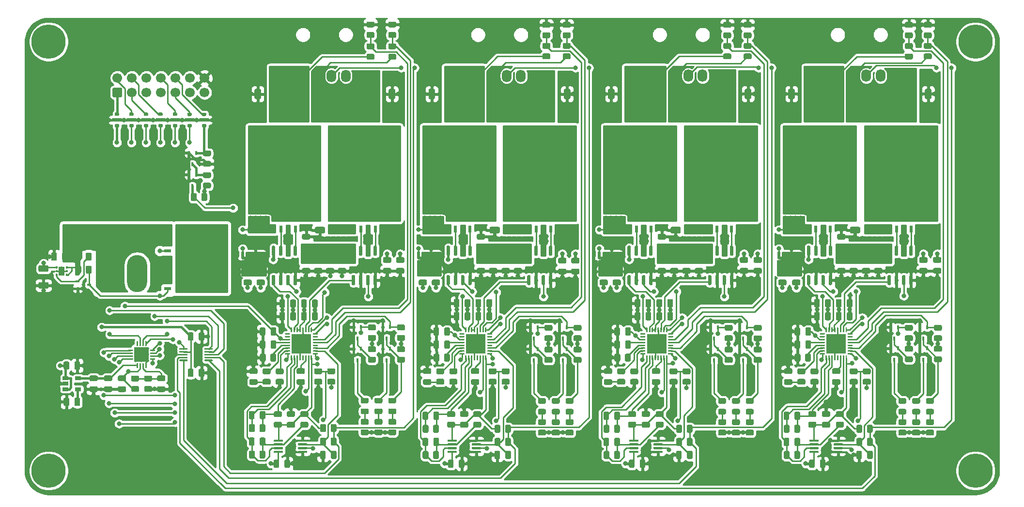
<source format=gbr>
%TF.GenerationSoftware,KiCad,Pcbnew,(5.1.8-0-10_14)*%
%TF.CreationDate,2021-05-08T00:18:42-07:00*%
%TF.ProjectId,TEC,5445432e-6b69-4636-9164-5f7063625858,A*%
%TF.SameCoordinates,Original*%
%TF.FileFunction,Copper,L1,Top*%
%TF.FilePolarity,Positive*%
%FSLAX46Y46*%
G04 Gerber Fmt 4.6, Leading zero omitted, Abs format (unit mm)*
G04 Created by KiCad (PCBNEW (5.1.8-0-10_14)) date 2021-05-08 00:18:42*
%MOMM*%
%LPD*%
G01*
G04 APERTURE LIST*
%TA.AperFunction,EtchedComponent*%
%ADD10C,0.100000*%
%TD*%
%TA.AperFunction,ComponentPad*%
%ADD11C,0.500000*%
%TD*%
%TA.AperFunction,SMDPad,CuDef*%
%ADD12R,2.600000X2.600000*%
%TD*%
%TA.AperFunction,ComponentPad*%
%ADD13C,1.700000*%
%TD*%
%TA.AperFunction,SMDPad,CuDef*%
%ADD14R,1.000000X1.600000*%
%TD*%
%TA.AperFunction,SMDPad,CuDef*%
%ADD15C,0.500000*%
%TD*%
%TA.AperFunction,SMDPad,CuDef*%
%ADD16R,3.450000X3.450000*%
%TD*%
%TA.AperFunction,SMDPad,CuDef*%
%ADD17R,1.650000X3.810000*%
%TD*%
%TA.AperFunction,SMDPad,CuDef*%
%ADD18R,0.610000X1.020000*%
%TD*%
%TA.AperFunction,SMDPad,CuDef*%
%ADD19R,0.610000X1.270000*%
%TD*%
%TA.AperFunction,SMDPad,CuDef*%
%ADD20R,0.450000X0.700000*%
%TD*%
%TA.AperFunction,SMDPad,CuDef*%
%ADD21R,5.000000X3.250000*%
%TD*%
%TA.AperFunction,ComponentPad*%
%ADD22O,1.700000X2.200000*%
%TD*%
%TA.AperFunction,ComponentPad*%
%ADD23C,0.800000*%
%TD*%
%TA.AperFunction,ComponentPad*%
%ADD24C,6.000000*%
%TD*%
%TA.AperFunction,SMDPad,CuDef*%
%ADD25R,1.060000X0.650000*%
%TD*%
%TA.AperFunction,SMDPad,CuDef*%
%ADD26R,3.810000X3.910000*%
%TD*%
%TA.AperFunction,SMDPad,CuDef*%
%ADD27R,1.020000X0.610000*%
%TD*%
%TA.AperFunction,SMDPad,CuDef*%
%ADD28R,1.270000X0.610000*%
%TD*%
%TA.AperFunction,SMDPad,CuDef*%
%ADD29R,0.700000X0.450000*%
%TD*%
%TA.AperFunction,ComponentPad*%
%ADD30O,6.500000X3.500000*%
%TD*%
%TA.AperFunction,ComponentPad*%
%ADD31O,3.500000X6.500000*%
%TD*%
%TA.AperFunction,ViaPad*%
%ADD32C,0.800000*%
%TD*%
%TA.AperFunction,Conductor*%
%ADD33C,0.254000*%
%TD*%
%TA.AperFunction,Conductor*%
%ADD34C,0.381000*%
%TD*%
%TA.AperFunction,Conductor*%
%ADD35C,0.508000*%
%TD*%
%TA.AperFunction,Conductor*%
%ADD36C,0.100000*%
%TD*%
G04 APERTURE END LIST*
D10*
%TO.C,NT4*%
G36*
X182876000Y-106831000D02*
G01*
X182876000Y-107831000D01*
X182376000Y-107831000D01*
X182376000Y-106831000D01*
X182876000Y-106831000D01*
G37*
%TO.C,NT3*%
G36*
X151507000Y-106831000D02*
G01*
X151507000Y-107831000D01*
X151007000Y-107831000D01*
X151007000Y-106831000D01*
X151507000Y-106831000D01*
G37*
%TO.C,NT2*%
G36*
X119884000Y-106831000D02*
G01*
X119884000Y-107831000D01*
X119384000Y-107831000D01*
X119384000Y-106831000D01*
X119884000Y-106831000D01*
G37*
%TO.C,NT1*%
G36*
X89150000Y-106831000D02*
G01*
X89150000Y-107831000D01*
X88650000Y-107831000D01*
X88650000Y-106831000D01*
X89150000Y-106831000D01*
G37*
%TO.C,FL7*%
G36*
X82969000Y-83393000D02*
G01*
X82969000Y-83993000D01*
X81369000Y-83993000D01*
X81369000Y-83393000D01*
X82969000Y-83393000D01*
G37*
%TO.C,FL6*%
G36*
X77889000Y-83377000D02*
G01*
X77889000Y-83977000D01*
X76289000Y-83977000D01*
X76289000Y-83377000D01*
X77889000Y-83377000D01*
G37*
%TO.C,FL5*%
G36*
X75349000Y-83377000D02*
G01*
X75349000Y-83977000D01*
X73749000Y-83977000D01*
X73749000Y-83377000D01*
X75349000Y-83377000D01*
G37*
%TO.C,FL4*%
G36*
X70269000Y-83377000D02*
G01*
X70269000Y-83977000D01*
X68669000Y-83977000D01*
X68669000Y-83377000D01*
X70269000Y-83377000D01*
G37*
%TO.C,FL3*%
G36*
X67729000Y-83377000D02*
G01*
X67729000Y-83977000D01*
X66129000Y-83977000D01*
X66129000Y-83377000D01*
X67729000Y-83377000D01*
G37*
%TO.C,FL2*%
G36*
X72809000Y-83377000D02*
G01*
X72809000Y-83977000D01*
X71209000Y-83977000D01*
X71209000Y-83377000D01*
X72809000Y-83377000D01*
G37*
%TO.C,FL1*%
G36*
X80429000Y-83393000D02*
G01*
X80429000Y-83993000D01*
X78829000Y-83993000D01*
X78829000Y-83393000D01*
X80429000Y-83393000D01*
G37*
%TD*%
D11*
%TO.P,U2,17*%
%TO.N,GND*%
X72297000Y-125764000D03*
X71247000Y-125764000D03*
X70197000Y-125764000D03*
X72297000Y-124714000D03*
X71247000Y-124714000D03*
X70197000Y-124714000D03*
X72297000Y-123664000D03*
X71247000Y-123664000D03*
X70197000Y-123664000D03*
D12*
X71247000Y-124714000D03*
%TO.P,U2,16*%
%TO.N,Net-(U2-Pad16)*%
%TA.AperFunction,SMDPad,CuDef*%
G36*
G01*
X70372000Y-123151500D02*
X70372000Y-122401500D01*
G75*
G02*
X70434500Y-122339000I62500J0D01*
G01*
X70559500Y-122339000D01*
G75*
G02*
X70622000Y-122401500I0J-62500D01*
G01*
X70622000Y-123151500D01*
G75*
G02*
X70559500Y-123214000I-62500J0D01*
G01*
X70434500Y-123214000D01*
G75*
G02*
X70372000Y-123151500I0J62500D01*
G01*
G37*
%TD.AperFunction*%
%TO.P,U2,15*%
%TO.N,/MOSI*%
%TA.AperFunction,SMDPad,CuDef*%
G36*
G01*
X70872000Y-123151500D02*
X70872000Y-122401500D01*
G75*
G02*
X70934500Y-122339000I62500J0D01*
G01*
X71059500Y-122339000D01*
G75*
G02*
X71122000Y-122401500I0J-62500D01*
G01*
X71122000Y-123151500D01*
G75*
G02*
X71059500Y-123214000I-62500J0D01*
G01*
X70934500Y-123214000D01*
G75*
G02*
X70872000Y-123151500I0J62500D01*
G01*
G37*
%TD.AperFunction*%
%TO.P,U2,14*%
%TO.N,/SCK*%
%TA.AperFunction,SMDPad,CuDef*%
G36*
G01*
X71372000Y-123151500D02*
X71372000Y-122401500D01*
G75*
G02*
X71434500Y-122339000I62500J0D01*
G01*
X71559500Y-122339000D01*
G75*
G02*
X71622000Y-122401500I0J-62500D01*
G01*
X71622000Y-123151500D01*
G75*
G02*
X71559500Y-123214000I-62500J0D01*
G01*
X71434500Y-123214000D01*
G75*
G02*
X71372000Y-123151500I0J62500D01*
G01*
G37*
%TD.AperFunction*%
%TO.P,U2,13*%
%TO.N,/CS_TEC_SET*%
%TA.AperFunction,SMDPad,CuDef*%
G36*
G01*
X71872000Y-123151500D02*
X71872000Y-122401500D01*
G75*
G02*
X71934500Y-122339000I62500J0D01*
G01*
X72059500Y-122339000D01*
G75*
G02*
X72122000Y-122401500I0J-62500D01*
G01*
X72122000Y-123151500D01*
G75*
G02*
X72059500Y-123214000I-62500J0D01*
G01*
X71934500Y-123214000D01*
G75*
G02*
X71872000Y-123151500I0J62500D01*
G01*
G37*
%TD.AperFunction*%
%TO.P,U2,12*%
%TO.N,/ITECSET1*%
%TA.AperFunction,SMDPad,CuDef*%
G36*
G01*
X72747000Y-124026500D02*
X72747000Y-123901500D01*
G75*
G02*
X72809500Y-123839000I62500J0D01*
G01*
X73559500Y-123839000D01*
G75*
G02*
X73622000Y-123901500I0J-62500D01*
G01*
X73622000Y-124026500D01*
G75*
G02*
X73559500Y-124089000I-62500J0D01*
G01*
X72809500Y-124089000D01*
G75*
G02*
X72747000Y-124026500I0J62500D01*
G01*
G37*
%TD.AperFunction*%
%TO.P,U2,11*%
%TO.N,/ITECSET2*%
%TA.AperFunction,SMDPad,CuDef*%
G36*
G01*
X72747000Y-124526500D02*
X72747000Y-124401500D01*
G75*
G02*
X72809500Y-124339000I62500J0D01*
G01*
X73559500Y-124339000D01*
G75*
G02*
X73622000Y-124401500I0J-62500D01*
G01*
X73622000Y-124526500D01*
G75*
G02*
X73559500Y-124589000I-62500J0D01*
G01*
X72809500Y-124589000D01*
G75*
G02*
X72747000Y-124526500I0J62500D01*
G01*
G37*
%TD.AperFunction*%
%TO.P,U2,10*%
%TO.N,/ITECSET3*%
%TA.AperFunction,SMDPad,CuDef*%
G36*
G01*
X72747000Y-125026500D02*
X72747000Y-124901500D01*
G75*
G02*
X72809500Y-124839000I62500J0D01*
G01*
X73559500Y-124839000D01*
G75*
G02*
X73622000Y-124901500I0J-62500D01*
G01*
X73622000Y-125026500D01*
G75*
G02*
X73559500Y-125089000I-62500J0D01*
G01*
X72809500Y-125089000D01*
G75*
G02*
X72747000Y-125026500I0J62500D01*
G01*
G37*
%TD.AperFunction*%
%TO.P,U2,9*%
%TO.N,/ITECSET4*%
%TA.AperFunction,SMDPad,CuDef*%
G36*
G01*
X72747000Y-125526500D02*
X72747000Y-125401500D01*
G75*
G02*
X72809500Y-125339000I62500J0D01*
G01*
X73559500Y-125339000D01*
G75*
G02*
X73622000Y-125401500I0J-62500D01*
G01*
X73622000Y-125526500D01*
G75*
G02*
X73559500Y-125589000I-62500J0D01*
G01*
X72809500Y-125589000D01*
G75*
G02*
X72747000Y-125526500I0J62500D01*
G01*
G37*
%TD.AperFunction*%
%TO.P,U2,8*%
%TO.N,GND*%
%TA.AperFunction,SMDPad,CuDef*%
G36*
G01*
X71872000Y-127026500D02*
X71872000Y-126276500D01*
G75*
G02*
X71934500Y-126214000I62500J0D01*
G01*
X72059500Y-126214000D01*
G75*
G02*
X72122000Y-126276500I0J-62500D01*
G01*
X72122000Y-127026500D01*
G75*
G02*
X72059500Y-127089000I-62500J0D01*
G01*
X71934500Y-127089000D01*
G75*
G02*
X71872000Y-127026500I0J62500D01*
G01*
G37*
%TD.AperFunction*%
%TO.P,U2,7*%
%TO.N,/VREF2*%
%TA.AperFunction,SMDPad,CuDef*%
G36*
G01*
X71372000Y-127026500D02*
X71372000Y-126276500D01*
G75*
G02*
X71434500Y-126214000I62500J0D01*
G01*
X71559500Y-126214000D01*
G75*
G02*
X71622000Y-126276500I0J-62500D01*
G01*
X71622000Y-127026500D01*
G75*
G02*
X71559500Y-127089000I-62500J0D01*
G01*
X71434500Y-127089000D01*
G75*
G02*
X71372000Y-127026500I0J62500D01*
G01*
G37*
%TD.AperFunction*%
%TO.P,U2,6*%
%TO.N,/VREF*%
%TA.AperFunction,SMDPad,CuDef*%
G36*
G01*
X70872000Y-127026500D02*
X70872000Y-126276500D01*
G75*
G02*
X70934500Y-126214000I62500J0D01*
G01*
X71059500Y-126214000D01*
G75*
G02*
X71122000Y-126276500I0J-62500D01*
G01*
X71122000Y-127026500D01*
G75*
G02*
X71059500Y-127089000I-62500J0D01*
G01*
X70934500Y-127089000D01*
G75*
G02*
X70872000Y-127026500I0J62500D01*
G01*
G37*
%TD.AperFunction*%
%TO.P,U2,5*%
%TO.N,Net-(C5-Pad2)*%
%TA.AperFunction,SMDPad,CuDef*%
G36*
G01*
X70372000Y-127026500D02*
X70372000Y-126276500D01*
G75*
G02*
X70434500Y-126214000I62500J0D01*
G01*
X70559500Y-126214000D01*
G75*
G02*
X70622000Y-126276500I0J-62500D01*
G01*
X70622000Y-127026500D01*
G75*
G02*
X70559500Y-127089000I-62500J0D01*
G01*
X70434500Y-127089000D01*
G75*
G02*
X70372000Y-127026500I0J62500D01*
G01*
G37*
%TD.AperFunction*%
%TO.P,U2,4*%
%TO.N,/TEMPSET4*%
%TA.AperFunction,SMDPad,CuDef*%
G36*
G01*
X68872000Y-125526500D02*
X68872000Y-125401500D01*
G75*
G02*
X68934500Y-125339000I62500J0D01*
G01*
X69684500Y-125339000D01*
G75*
G02*
X69747000Y-125401500I0J-62500D01*
G01*
X69747000Y-125526500D01*
G75*
G02*
X69684500Y-125589000I-62500J0D01*
G01*
X68934500Y-125589000D01*
G75*
G02*
X68872000Y-125526500I0J62500D01*
G01*
G37*
%TD.AperFunction*%
%TO.P,U2,3*%
%TO.N,/TEMPSET3*%
%TA.AperFunction,SMDPad,CuDef*%
G36*
G01*
X68872000Y-125026500D02*
X68872000Y-124901500D01*
G75*
G02*
X68934500Y-124839000I62500J0D01*
G01*
X69684500Y-124839000D01*
G75*
G02*
X69747000Y-124901500I0J-62500D01*
G01*
X69747000Y-125026500D01*
G75*
G02*
X69684500Y-125089000I-62500J0D01*
G01*
X68934500Y-125089000D01*
G75*
G02*
X68872000Y-125026500I0J62500D01*
G01*
G37*
%TD.AperFunction*%
%TO.P,U2,2*%
%TO.N,/TEMPSET2*%
%TA.AperFunction,SMDPad,CuDef*%
G36*
G01*
X68872000Y-124526500D02*
X68872000Y-124401500D01*
G75*
G02*
X68934500Y-124339000I62500J0D01*
G01*
X69684500Y-124339000D01*
G75*
G02*
X69747000Y-124401500I0J-62500D01*
G01*
X69747000Y-124526500D01*
G75*
G02*
X69684500Y-124589000I-62500J0D01*
G01*
X68934500Y-124589000D01*
G75*
G02*
X68872000Y-124526500I0J62500D01*
G01*
G37*
%TD.AperFunction*%
%TO.P,U2,1*%
%TO.N,/TEMPSET1*%
%TA.AperFunction,SMDPad,CuDef*%
G36*
G01*
X68872000Y-124026500D02*
X68872000Y-123901500D01*
G75*
G02*
X68934500Y-123839000I62500J0D01*
G01*
X69684500Y-123839000D01*
G75*
G02*
X69747000Y-123901500I0J-62500D01*
G01*
X69747000Y-124026500D01*
G75*
G02*
X69684500Y-124089000I-62500J0D01*
G01*
X68934500Y-124089000D01*
G75*
G02*
X68872000Y-124026500I0J62500D01*
G01*
G37*
%TD.AperFunction*%
%TD*%
D13*
%TO.P,J2,14*%
%TO.N,GND*%
X82240000Y-76327000D03*
%TO.P,J2,12*%
%TO.N,/BAT_VOLT*%
X79700000Y-76327000D03*
%TO.P,J2,10*%
%TO.N,Net-(FL7-Pad3)*%
X77160000Y-76327000D03*
%TO.P,J2,8*%
%TO.N,Net-(FL6-Pad3)*%
X74620000Y-76327000D03*
%TO.P,J2,6*%
%TO.N,/RST_LASER*%
X72080000Y-76327000D03*
%TO.P,J2,4*%
%TO.N,Net-(FL5-Pad3)*%
X69540000Y-76327000D03*
%TO.P,J2,2*%
%TO.N,Net-(FL4-Pad3)*%
X67000000Y-76327000D03*
%TO.P,J2,13*%
%TO.N,/DATA_13*%
X82240000Y-78867000D03*
%TO.P,J2,11*%
%TO.N,/CHARGE*%
X79700000Y-78867000D03*
%TO.P,J2,9*%
%TO.N,Net-(FL1-Pad3)*%
X77160000Y-78867000D03*
%TO.P,J2,7*%
%TO.N,/TMP_LASER*%
X74620000Y-78867000D03*
%TO.P,J2,5*%
%TO.N,/CS_LASER*%
X72080000Y-78867000D03*
%TO.P,J2,3*%
%TO.N,Net-(FL2-Pad3)*%
X69540000Y-78867000D03*
%TO.P,J2,1*%
%TO.N,Net-(FL3-Pad3)*%
%TA.AperFunction,ComponentPad*%
G36*
G01*
X67600000Y-79717000D02*
X66400000Y-79717000D01*
G75*
G02*
X66150000Y-79467000I0J250000D01*
G01*
X66150000Y-78267000D01*
G75*
G02*
X66400000Y-78017000I250000J0D01*
G01*
X67600000Y-78017000D01*
G75*
G02*
X67850000Y-78267000I0J-250000D01*
G01*
X67850000Y-79467000D01*
G75*
G02*
X67600000Y-79717000I-250000J0D01*
G01*
G37*
%TD.AperFunction*%
%TD*%
D11*
%TO.P,U8,7*%
%TO.N,GND*%
X57277000Y-110659000D03*
X57277000Y-109559000D03*
D14*
X57277000Y-110109000D03*
%TO.P,U8,6*%
%TO.N,+BATT*%
%TA.AperFunction,SMDPad,CuDef*%
G36*
G01*
X57977000Y-109565250D02*
X57977000Y-109352750D01*
G75*
G02*
X58070750Y-109259000I93750J0D01*
G01*
X58258250Y-109259000D01*
G75*
G02*
X58352000Y-109352750I0J-93750D01*
G01*
X58352000Y-109565250D01*
G75*
G02*
X58258250Y-109659000I-93750J0D01*
G01*
X58070750Y-109659000D01*
G75*
G02*
X57977000Y-109565250I0J93750D01*
G01*
G37*
%TD.AperFunction*%
%TO.P,U8,5*%
%TO.N,GND*%
%TA.AperFunction,SMDPad,CuDef*%
G36*
G01*
X57977000Y-110215250D02*
X57977000Y-110002750D01*
G75*
G02*
X58070750Y-109909000I93750J0D01*
G01*
X58258250Y-109909000D01*
G75*
G02*
X58352000Y-110002750I0J-93750D01*
G01*
X58352000Y-110215250D01*
G75*
G02*
X58258250Y-110309000I-93750J0D01*
G01*
X58070750Y-110309000D01*
G75*
G02*
X57977000Y-110215250I0J93750D01*
G01*
G37*
%TD.AperFunction*%
%TO.P,U8,4*%
%TO.N,+BATT*%
%TA.AperFunction,SMDPad,CuDef*%
G36*
G01*
X57977000Y-110865250D02*
X57977000Y-110652750D01*
G75*
G02*
X58070750Y-110559000I93750J0D01*
G01*
X58258250Y-110559000D01*
G75*
G02*
X58352000Y-110652750I0J-93750D01*
G01*
X58352000Y-110865250D01*
G75*
G02*
X58258250Y-110959000I-93750J0D01*
G01*
X58070750Y-110959000D01*
G75*
G02*
X57977000Y-110865250I0J93750D01*
G01*
G37*
%TD.AperFunction*%
%TO.P,U8,3*%
%TO.N,Net-(Q9-Pad1)*%
%TA.AperFunction,SMDPad,CuDef*%
G36*
G01*
X56202000Y-110865250D02*
X56202000Y-110652750D01*
G75*
G02*
X56295750Y-110559000I93750J0D01*
G01*
X56483250Y-110559000D01*
G75*
G02*
X56577000Y-110652750I0J-93750D01*
G01*
X56577000Y-110865250D01*
G75*
G02*
X56483250Y-110959000I-93750J0D01*
G01*
X56295750Y-110959000D01*
G75*
G02*
X56202000Y-110865250I0J93750D01*
G01*
G37*
%TD.AperFunction*%
%TO.P,U8,2*%
%TO.N,GND*%
%TA.AperFunction,SMDPad,CuDef*%
G36*
G01*
X56202000Y-110215250D02*
X56202000Y-110002750D01*
G75*
G02*
X56295750Y-109909000I93750J0D01*
G01*
X56483250Y-109909000D01*
G75*
G02*
X56577000Y-110002750I0J-93750D01*
G01*
X56577000Y-110215250D01*
G75*
G02*
X56483250Y-110309000I-93750J0D01*
G01*
X56295750Y-110309000D01*
G75*
G02*
X56202000Y-110215250I0J93750D01*
G01*
G37*
%TD.AperFunction*%
%TO.P,U8,1*%
%TO.N,+5V*%
%TA.AperFunction,SMDPad,CuDef*%
G36*
G01*
X56202000Y-109565250D02*
X56202000Y-109352750D01*
G75*
G02*
X56295750Y-109259000I93750J0D01*
G01*
X56483250Y-109259000D01*
G75*
G02*
X56577000Y-109352750I0J-93750D01*
G01*
X56577000Y-109565250D01*
G75*
G02*
X56483250Y-109659000I-93750J0D01*
G01*
X56295750Y-109659000D01*
G75*
G02*
X56202000Y-109565250I0J93750D01*
G01*
G37*
%TD.AperFunction*%
%TD*%
%TO.P,C35,2*%
%TO.N,+5V*%
%TA.AperFunction,SMDPad,CuDef*%
G36*
G01*
X54752001Y-110225000D02*
X53451999Y-110225000D01*
G75*
G02*
X53202000Y-109975001I0J249999D01*
G01*
X53202000Y-109324999D01*
G75*
G02*
X53451999Y-109075000I249999J0D01*
G01*
X54752001Y-109075000D01*
G75*
G02*
X55002000Y-109324999I0J-249999D01*
G01*
X55002000Y-109975001D01*
G75*
G02*
X54752001Y-110225000I-249999J0D01*
G01*
G37*
%TD.AperFunction*%
%TO.P,C35,1*%
%TO.N,GND*%
%TA.AperFunction,SMDPad,CuDef*%
G36*
G01*
X54752001Y-113175000D02*
X53451999Y-113175000D01*
G75*
G02*
X53202000Y-112925001I0J249999D01*
G01*
X53202000Y-112274999D01*
G75*
G02*
X53451999Y-112025000I249999J0D01*
G01*
X54752001Y-112025000D01*
G75*
G02*
X55002000Y-112274999I0J-249999D01*
G01*
X55002000Y-112925001D01*
G75*
G02*
X54752001Y-113175000I-249999J0D01*
G01*
G37*
%TD.AperFunction*%
%TD*%
%TO.P,C34,2*%
%TO.N,GND*%
%TA.AperFunction,SMDPad,CuDef*%
G36*
G01*
X56446000Y-107094000D02*
X56446000Y-108044000D01*
G75*
G02*
X56196000Y-108294000I-250000J0D01*
G01*
X55696000Y-108294000D01*
G75*
G02*
X55446000Y-108044000I0J250000D01*
G01*
X55446000Y-107094000D01*
G75*
G02*
X55696000Y-106844000I250000J0D01*
G01*
X56196000Y-106844000D01*
G75*
G02*
X56446000Y-107094000I0J-250000D01*
G01*
G37*
%TD.AperFunction*%
%TO.P,C34,1*%
%TO.N,+BATT*%
%TA.AperFunction,SMDPad,CuDef*%
G36*
G01*
X58346000Y-107094000D02*
X58346000Y-108044000D01*
G75*
G02*
X58096000Y-108294000I-250000J0D01*
G01*
X57596000Y-108294000D01*
G75*
G02*
X57346000Y-108044000I0J250000D01*
G01*
X57346000Y-107094000D01*
G75*
G02*
X57596000Y-106844000I250000J0D01*
G01*
X58096000Y-106844000D01*
G75*
G02*
X58346000Y-107094000I0J-250000D01*
G01*
G37*
%TD.AperFunction*%
%TD*%
D15*
%TO.P,NT4,2*%
%TO.N,GND*%
X182626000Y-107831000D03*
%TO.P,NT4,1*%
%TO.N,Net-(NT4-Pad1)*%
X182626000Y-106831000D03*
%TD*%
%TO.P,NT3,2*%
%TO.N,GND*%
X151257000Y-107831000D03*
%TO.P,NT3,1*%
%TO.N,Net-(NT3-Pad1)*%
X151257000Y-106831000D03*
%TD*%
%TO.P,NT2,2*%
%TO.N,GND*%
X119634000Y-107831000D03*
%TO.P,NT2,1*%
%TO.N,Net-(NT2-Pad1)*%
X119634000Y-106831000D03*
%TD*%
%TO.P,NT1,2*%
%TO.N,GND*%
X88900000Y-107831000D03*
%TO.P,NT1,1*%
%TO.N,Net-(NT1-Pad1)*%
X88900000Y-106831000D03*
%TD*%
%TO.P,U20,8*%
%TO.N,+VDC*%
%TA.AperFunction,SMDPad,CuDef*%
G36*
G01*
X202080000Y-107409000D02*
X201780000Y-107409000D01*
G75*
G02*
X201630000Y-107259000I0J150000D01*
G01*
X201630000Y-105809000D01*
G75*
G02*
X201780000Y-105659000I150000J0D01*
G01*
X202080000Y-105659000D01*
G75*
G02*
X202230000Y-105809000I0J-150000D01*
G01*
X202230000Y-107259000D01*
G75*
G02*
X202080000Y-107409000I-150000J0D01*
G01*
G37*
%TD.AperFunction*%
%TO.P,U20,7*%
%TO.N,Net-(Q29-Pad2)*%
%TA.AperFunction,SMDPad,CuDef*%
G36*
G01*
X203350000Y-107409000D02*
X203050000Y-107409000D01*
G75*
G02*
X202900000Y-107259000I0J150000D01*
G01*
X202900000Y-105809000D01*
G75*
G02*
X203050000Y-105659000I150000J0D01*
G01*
X203350000Y-105659000D01*
G75*
G02*
X203500000Y-105809000I0J-150000D01*
G01*
X203500000Y-107259000D01*
G75*
G02*
X203350000Y-107409000I-150000J0D01*
G01*
G37*
%TD.AperFunction*%
%TO.P,U20,6*%
%TO.N,+VDC*%
%TA.AperFunction,SMDPad,CuDef*%
G36*
G01*
X204620000Y-107409000D02*
X204320000Y-107409000D01*
G75*
G02*
X204170000Y-107259000I0J150000D01*
G01*
X204170000Y-105809000D01*
G75*
G02*
X204320000Y-105659000I150000J0D01*
G01*
X204620000Y-105659000D01*
G75*
G02*
X204770000Y-105809000I0J-150000D01*
G01*
X204770000Y-107259000D01*
G75*
G02*
X204620000Y-107409000I-150000J0D01*
G01*
G37*
%TD.AperFunction*%
%TO.P,U20,5*%
%TO.N,Net-(Q29-Pad4)*%
%TA.AperFunction,SMDPad,CuDef*%
G36*
G01*
X205890000Y-107409000D02*
X205590000Y-107409000D01*
G75*
G02*
X205440000Y-107259000I0J150000D01*
G01*
X205440000Y-105809000D01*
G75*
G02*
X205590000Y-105659000I150000J0D01*
G01*
X205890000Y-105659000D01*
G75*
G02*
X206040000Y-105809000I0J-150000D01*
G01*
X206040000Y-107259000D01*
G75*
G02*
X205890000Y-107409000I-150000J0D01*
G01*
G37*
%TD.AperFunction*%
%TO.P,U20,4*%
%TO.N,GND*%
%TA.AperFunction,SMDPad,CuDef*%
G36*
G01*
X205890000Y-112559000D02*
X205590000Y-112559000D01*
G75*
G02*
X205440000Y-112409000I0J150000D01*
G01*
X205440000Y-110959000D01*
G75*
G02*
X205590000Y-110809000I150000J0D01*
G01*
X205890000Y-110809000D01*
G75*
G02*
X206040000Y-110959000I0J-150000D01*
G01*
X206040000Y-112409000D01*
G75*
G02*
X205890000Y-112559000I-150000J0D01*
G01*
G37*
%TD.AperFunction*%
%TO.P,U20,3*%
%TO.N,Net-(U18-Pad24)*%
%TA.AperFunction,SMDPad,CuDef*%
G36*
G01*
X204620000Y-112559000D02*
X204320000Y-112559000D01*
G75*
G02*
X204170000Y-112409000I0J150000D01*
G01*
X204170000Y-110959000D01*
G75*
G02*
X204320000Y-110809000I150000J0D01*
G01*
X204620000Y-110809000D01*
G75*
G02*
X204770000Y-110959000I0J-150000D01*
G01*
X204770000Y-112409000D01*
G75*
G02*
X204620000Y-112559000I-150000J0D01*
G01*
G37*
%TD.AperFunction*%
%TO.P,U20,2*%
%TO.N,GND*%
%TA.AperFunction,SMDPad,CuDef*%
G36*
G01*
X203350000Y-112559000D02*
X203050000Y-112559000D01*
G75*
G02*
X202900000Y-112409000I0J150000D01*
G01*
X202900000Y-110959000D01*
G75*
G02*
X203050000Y-110809000I150000J0D01*
G01*
X203350000Y-110809000D01*
G75*
G02*
X203500000Y-110959000I0J-150000D01*
G01*
X203500000Y-112409000D01*
G75*
G02*
X203350000Y-112559000I-150000J0D01*
G01*
G37*
%TD.AperFunction*%
%TO.P,U20,1*%
%TO.N,Net-(U18-Pad19)*%
%TA.AperFunction,SMDPad,CuDef*%
G36*
G01*
X202080000Y-112559000D02*
X201780000Y-112559000D01*
G75*
G02*
X201630000Y-112409000I0J150000D01*
G01*
X201630000Y-110959000D01*
G75*
G02*
X201780000Y-110809000I150000J0D01*
G01*
X202080000Y-110809000D01*
G75*
G02*
X202230000Y-110959000I0J-150000D01*
G01*
X202230000Y-112409000D01*
G75*
G02*
X202080000Y-112559000I-150000J0D01*
G01*
G37*
%TD.AperFunction*%
%TD*%
%TO.P,U19,8*%
%TO.N,+VDC*%
%TA.AperFunction,SMDPad,CuDef*%
G36*
G01*
X187983000Y-107409000D02*
X187683000Y-107409000D01*
G75*
G02*
X187533000Y-107259000I0J150000D01*
G01*
X187533000Y-105809000D01*
G75*
G02*
X187683000Y-105659000I150000J0D01*
G01*
X187983000Y-105659000D01*
G75*
G02*
X188133000Y-105809000I0J-150000D01*
G01*
X188133000Y-107259000D01*
G75*
G02*
X187983000Y-107409000I-150000J0D01*
G01*
G37*
%TD.AperFunction*%
%TO.P,U19,7*%
%TO.N,Net-(Q28-Pad2)*%
%TA.AperFunction,SMDPad,CuDef*%
G36*
G01*
X189253000Y-107409000D02*
X188953000Y-107409000D01*
G75*
G02*
X188803000Y-107259000I0J150000D01*
G01*
X188803000Y-105809000D01*
G75*
G02*
X188953000Y-105659000I150000J0D01*
G01*
X189253000Y-105659000D01*
G75*
G02*
X189403000Y-105809000I0J-150000D01*
G01*
X189403000Y-107259000D01*
G75*
G02*
X189253000Y-107409000I-150000J0D01*
G01*
G37*
%TD.AperFunction*%
%TO.P,U19,6*%
%TO.N,+VDC*%
%TA.AperFunction,SMDPad,CuDef*%
G36*
G01*
X190523000Y-107409000D02*
X190223000Y-107409000D01*
G75*
G02*
X190073000Y-107259000I0J150000D01*
G01*
X190073000Y-105809000D01*
G75*
G02*
X190223000Y-105659000I150000J0D01*
G01*
X190523000Y-105659000D01*
G75*
G02*
X190673000Y-105809000I0J-150000D01*
G01*
X190673000Y-107259000D01*
G75*
G02*
X190523000Y-107409000I-150000J0D01*
G01*
G37*
%TD.AperFunction*%
%TO.P,U19,5*%
%TO.N,Net-(Q28-Pad4)*%
%TA.AperFunction,SMDPad,CuDef*%
G36*
G01*
X191793000Y-107409000D02*
X191493000Y-107409000D01*
G75*
G02*
X191343000Y-107259000I0J150000D01*
G01*
X191343000Y-105809000D01*
G75*
G02*
X191493000Y-105659000I150000J0D01*
G01*
X191793000Y-105659000D01*
G75*
G02*
X191943000Y-105809000I0J-150000D01*
G01*
X191943000Y-107259000D01*
G75*
G02*
X191793000Y-107409000I-150000J0D01*
G01*
G37*
%TD.AperFunction*%
%TO.P,U19,4*%
%TO.N,GND*%
%TA.AperFunction,SMDPad,CuDef*%
G36*
G01*
X191793000Y-112559000D02*
X191493000Y-112559000D01*
G75*
G02*
X191343000Y-112409000I0J150000D01*
G01*
X191343000Y-110959000D01*
G75*
G02*
X191493000Y-110809000I150000J0D01*
G01*
X191793000Y-110809000D01*
G75*
G02*
X191943000Y-110959000I0J-150000D01*
G01*
X191943000Y-112409000D01*
G75*
G02*
X191793000Y-112559000I-150000J0D01*
G01*
G37*
%TD.AperFunction*%
%TO.P,U19,3*%
%TO.N,Net-(U18-Pad18)*%
%TA.AperFunction,SMDPad,CuDef*%
G36*
G01*
X190523000Y-112559000D02*
X190223000Y-112559000D01*
G75*
G02*
X190073000Y-112409000I0J150000D01*
G01*
X190073000Y-110959000D01*
G75*
G02*
X190223000Y-110809000I150000J0D01*
G01*
X190523000Y-110809000D01*
G75*
G02*
X190673000Y-110959000I0J-150000D01*
G01*
X190673000Y-112409000D01*
G75*
G02*
X190523000Y-112559000I-150000J0D01*
G01*
G37*
%TD.AperFunction*%
%TO.P,U19,2*%
%TO.N,GND*%
%TA.AperFunction,SMDPad,CuDef*%
G36*
G01*
X189253000Y-112559000D02*
X188953000Y-112559000D01*
G75*
G02*
X188803000Y-112409000I0J150000D01*
G01*
X188803000Y-110959000D01*
G75*
G02*
X188953000Y-110809000I150000J0D01*
G01*
X189253000Y-110809000D01*
G75*
G02*
X189403000Y-110959000I0J-150000D01*
G01*
X189403000Y-112409000D01*
G75*
G02*
X189253000Y-112559000I-150000J0D01*
G01*
G37*
%TD.AperFunction*%
%TO.P,U19,1*%
%TO.N,Net-(U18-Pad23)*%
%TA.AperFunction,SMDPad,CuDef*%
G36*
G01*
X187983000Y-112559000D02*
X187683000Y-112559000D01*
G75*
G02*
X187533000Y-112409000I0J150000D01*
G01*
X187533000Y-110959000D01*
G75*
G02*
X187683000Y-110809000I150000J0D01*
G01*
X187983000Y-110809000D01*
G75*
G02*
X188133000Y-110959000I0J-150000D01*
G01*
X188133000Y-112409000D01*
G75*
G02*
X187983000Y-112559000I-150000J0D01*
G01*
G37*
%TD.AperFunction*%
%TD*%
D11*
%TO.P,U18,33*%
%TO.N,GND*%
X193663000Y-121825000D03*
X193663000Y-122825000D03*
X193663000Y-123825000D03*
X192663000Y-121825000D03*
X192663000Y-122825000D03*
X192663000Y-123825000D03*
X191663000Y-121825000D03*
X191663000Y-122825000D03*
X191663000Y-123825000D03*
D16*
X192663000Y-122825000D03*
%TO.P,U18,32*%
%TO.N,/ENABLE*%
%TA.AperFunction,SMDPad,CuDef*%
G36*
G01*
X190600500Y-124700000D02*
X189850500Y-124700000D01*
G75*
G02*
X189788000Y-124637500I0J62500D01*
G01*
X189788000Y-124512500D01*
G75*
G02*
X189850500Y-124450000I62500J0D01*
G01*
X190600500Y-124450000D01*
G75*
G02*
X190663000Y-124512500I0J-62500D01*
G01*
X190663000Y-124637500D01*
G75*
G02*
X190600500Y-124700000I-62500J0D01*
G01*
G37*
%TD.AperFunction*%
%TO.P,U18,31*%
%TO.N,Net-(R93-Pad1)*%
%TA.AperFunction,SMDPad,CuDef*%
G36*
G01*
X190600500Y-124200000D02*
X189850500Y-124200000D01*
G75*
G02*
X189788000Y-124137500I0J62500D01*
G01*
X189788000Y-124012500D01*
G75*
G02*
X189850500Y-123950000I62500J0D01*
G01*
X190600500Y-123950000D01*
G75*
G02*
X190663000Y-124012500I0J-62500D01*
G01*
X190663000Y-124137500D01*
G75*
G02*
X190600500Y-124200000I-62500J0D01*
G01*
G37*
%TD.AperFunction*%
%TO.P,U18,30*%
%TO.N,Net-(R92-Pad1)*%
%TA.AperFunction,SMDPad,CuDef*%
G36*
G01*
X190600500Y-123700000D02*
X189850500Y-123700000D01*
G75*
G02*
X189788000Y-123637500I0J62500D01*
G01*
X189788000Y-123512500D01*
G75*
G02*
X189850500Y-123450000I62500J0D01*
G01*
X190600500Y-123450000D01*
G75*
G02*
X190663000Y-123512500I0J-62500D01*
G01*
X190663000Y-123637500D01*
G75*
G02*
X190600500Y-123700000I-62500J0D01*
G01*
G37*
%TD.AperFunction*%
%TO.P,U18,29*%
%TO.N,Net-(R94-Pad2)*%
%TA.AperFunction,SMDPad,CuDef*%
G36*
G01*
X190600500Y-123200000D02*
X189850500Y-123200000D01*
G75*
G02*
X189788000Y-123137500I0J62500D01*
G01*
X189788000Y-123012500D01*
G75*
G02*
X189850500Y-122950000I62500J0D01*
G01*
X190600500Y-122950000D01*
G75*
G02*
X190663000Y-123012500I0J-62500D01*
G01*
X190663000Y-123137500D01*
G75*
G02*
X190600500Y-123200000I-62500J0D01*
G01*
G37*
%TD.AperFunction*%
%TO.P,U18,28*%
%TO.N,Net-(C99-Pad1)*%
%TA.AperFunction,SMDPad,CuDef*%
G36*
G01*
X190600500Y-122700000D02*
X189850500Y-122700000D01*
G75*
G02*
X189788000Y-122637500I0J62500D01*
G01*
X189788000Y-122512500D01*
G75*
G02*
X189850500Y-122450000I62500J0D01*
G01*
X190600500Y-122450000D01*
G75*
G02*
X190663000Y-122512500I0J-62500D01*
G01*
X190663000Y-122637500D01*
G75*
G02*
X190600500Y-122700000I-62500J0D01*
G01*
G37*
%TD.AperFunction*%
%TO.P,U18,27*%
%TO.N,/sheet609C9431/VREF*%
%TA.AperFunction,SMDPad,CuDef*%
G36*
G01*
X190600500Y-122200000D02*
X189850500Y-122200000D01*
G75*
G02*
X189788000Y-122137500I0J62500D01*
G01*
X189788000Y-122012500D01*
G75*
G02*
X189850500Y-121950000I62500J0D01*
G01*
X190600500Y-121950000D01*
G75*
G02*
X190663000Y-122012500I0J-62500D01*
G01*
X190663000Y-122137500D01*
G75*
G02*
X190600500Y-122200000I-62500J0D01*
G01*
G37*
%TD.AperFunction*%
%TO.P,U18,26*%
%TO.N,Net-(U18-Pad26)*%
%TA.AperFunction,SMDPad,CuDef*%
G36*
G01*
X190600500Y-121700000D02*
X189850500Y-121700000D01*
G75*
G02*
X189788000Y-121637500I0J62500D01*
G01*
X189788000Y-121512500D01*
G75*
G02*
X189850500Y-121450000I62500J0D01*
G01*
X190600500Y-121450000D01*
G75*
G02*
X190663000Y-121512500I0J-62500D01*
G01*
X190663000Y-121637500D01*
G75*
G02*
X190600500Y-121700000I-62500J0D01*
G01*
G37*
%TD.AperFunction*%
%TO.P,U18,25*%
%TO.N,Net-(U18-Pad25)*%
%TA.AperFunction,SMDPad,CuDef*%
G36*
G01*
X190600500Y-121200000D02*
X189850500Y-121200000D01*
G75*
G02*
X189788000Y-121137500I0J62500D01*
G01*
X189788000Y-121012500D01*
G75*
G02*
X189850500Y-120950000I62500J0D01*
G01*
X190600500Y-120950000D01*
G75*
G02*
X190663000Y-121012500I0J-62500D01*
G01*
X190663000Y-121137500D01*
G75*
G02*
X190600500Y-121200000I-62500J0D01*
G01*
G37*
%TD.AperFunction*%
%TO.P,U18,24*%
%TO.N,Net-(U18-Pad24)*%
%TA.AperFunction,SMDPad,CuDef*%
G36*
G01*
X190975500Y-120825000D02*
X190850500Y-120825000D01*
G75*
G02*
X190788000Y-120762500I0J62500D01*
G01*
X190788000Y-120012500D01*
G75*
G02*
X190850500Y-119950000I62500J0D01*
G01*
X190975500Y-119950000D01*
G75*
G02*
X191038000Y-120012500I0J-62500D01*
G01*
X191038000Y-120762500D01*
G75*
G02*
X190975500Y-120825000I-62500J0D01*
G01*
G37*
%TD.AperFunction*%
%TO.P,U18,23*%
%TO.N,Net-(U18-Pad23)*%
%TA.AperFunction,SMDPad,CuDef*%
G36*
G01*
X191475500Y-120825000D02*
X191350500Y-120825000D01*
G75*
G02*
X191288000Y-120762500I0J62500D01*
G01*
X191288000Y-120012500D01*
G75*
G02*
X191350500Y-119950000I62500J0D01*
G01*
X191475500Y-119950000D01*
G75*
G02*
X191538000Y-120012500I0J-62500D01*
G01*
X191538000Y-120762500D01*
G75*
G02*
X191475500Y-120825000I-62500J0D01*
G01*
G37*
%TD.AperFunction*%
%TO.P,U18,22*%
%TO.N,+5V*%
%TA.AperFunction,SMDPad,CuDef*%
G36*
G01*
X191975500Y-120825000D02*
X191850500Y-120825000D01*
G75*
G02*
X191788000Y-120762500I0J62500D01*
G01*
X191788000Y-120012500D01*
G75*
G02*
X191850500Y-119950000I62500J0D01*
G01*
X191975500Y-119950000D01*
G75*
G02*
X192038000Y-120012500I0J-62500D01*
G01*
X192038000Y-120762500D01*
G75*
G02*
X191975500Y-120825000I-62500J0D01*
G01*
G37*
%TD.AperFunction*%
%TO.P,U18,21*%
%TA.AperFunction,SMDPad,CuDef*%
G36*
G01*
X192475500Y-120825000D02*
X192350500Y-120825000D01*
G75*
G02*
X192288000Y-120762500I0J62500D01*
G01*
X192288000Y-120012500D01*
G75*
G02*
X192350500Y-119950000I62500J0D01*
G01*
X192475500Y-119950000D01*
G75*
G02*
X192538000Y-120012500I0J-62500D01*
G01*
X192538000Y-120762500D01*
G75*
G02*
X192475500Y-120825000I-62500J0D01*
G01*
G37*
%TD.AperFunction*%
%TO.P,U18,20*%
%TO.N,GND*%
%TA.AperFunction,SMDPad,CuDef*%
G36*
G01*
X192975500Y-120825000D02*
X192850500Y-120825000D01*
G75*
G02*
X192788000Y-120762500I0J62500D01*
G01*
X192788000Y-120012500D01*
G75*
G02*
X192850500Y-119950000I62500J0D01*
G01*
X192975500Y-119950000D01*
G75*
G02*
X193038000Y-120012500I0J-62500D01*
G01*
X193038000Y-120762500D01*
G75*
G02*
X192975500Y-120825000I-62500J0D01*
G01*
G37*
%TD.AperFunction*%
%TO.P,U18,19*%
%TO.N,Net-(U18-Pad19)*%
%TA.AperFunction,SMDPad,CuDef*%
G36*
G01*
X193475500Y-120825000D02*
X193350500Y-120825000D01*
G75*
G02*
X193288000Y-120762500I0J62500D01*
G01*
X193288000Y-120012500D01*
G75*
G02*
X193350500Y-119950000I62500J0D01*
G01*
X193475500Y-119950000D01*
G75*
G02*
X193538000Y-120012500I0J-62500D01*
G01*
X193538000Y-120762500D01*
G75*
G02*
X193475500Y-120825000I-62500J0D01*
G01*
G37*
%TD.AperFunction*%
%TO.P,U18,18*%
%TO.N,Net-(U18-Pad18)*%
%TA.AperFunction,SMDPad,CuDef*%
G36*
G01*
X193975500Y-120825000D02*
X193850500Y-120825000D01*
G75*
G02*
X193788000Y-120762500I0J62500D01*
G01*
X193788000Y-120012500D01*
G75*
G02*
X193850500Y-119950000I62500J0D01*
G01*
X193975500Y-119950000D01*
G75*
G02*
X194038000Y-120012500I0J-62500D01*
G01*
X194038000Y-120762500D01*
G75*
G02*
X193975500Y-120825000I-62500J0D01*
G01*
G37*
%TD.AperFunction*%
%TO.P,U18,17*%
%TO.N,Net-(Q28-Pad1)*%
%TA.AperFunction,SMDPad,CuDef*%
G36*
G01*
X194475500Y-120825000D02*
X194350500Y-120825000D01*
G75*
G02*
X194288000Y-120762500I0J62500D01*
G01*
X194288000Y-120012500D01*
G75*
G02*
X194350500Y-119950000I62500J0D01*
G01*
X194475500Y-119950000D01*
G75*
G02*
X194538000Y-120012500I0J-62500D01*
G01*
X194538000Y-120762500D01*
G75*
G02*
X194475500Y-120825000I-62500J0D01*
G01*
G37*
%TD.AperFunction*%
%TO.P,U18,16*%
%TO.N,Net-(NT4-Pad1)*%
%TA.AperFunction,SMDPad,CuDef*%
G36*
G01*
X195475500Y-121200000D02*
X194725500Y-121200000D01*
G75*
G02*
X194663000Y-121137500I0J62500D01*
G01*
X194663000Y-121012500D01*
G75*
G02*
X194725500Y-120950000I62500J0D01*
G01*
X195475500Y-120950000D01*
G75*
G02*
X195538000Y-121012500I0J-62500D01*
G01*
X195538000Y-121137500D01*
G75*
G02*
X195475500Y-121200000I-62500J0D01*
G01*
G37*
%TD.AperFunction*%
%TO.P,U18,15*%
%TO.N,Net-(U18-Pad15)*%
%TA.AperFunction,SMDPad,CuDef*%
G36*
G01*
X195475500Y-121700000D02*
X194725500Y-121700000D01*
G75*
G02*
X194663000Y-121637500I0J62500D01*
G01*
X194663000Y-121512500D01*
G75*
G02*
X194725500Y-121450000I62500J0D01*
G01*
X195475500Y-121450000D01*
G75*
G02*
X195538000Y-121512500I0J-62500D01*
G01*
X195538000Y-121637500D01*
G75*
G02*
X195475500Y-121700000I-62500J0D01*
G01*
G37*
%TD.AperFunction*%
%TO.P,U18,14*%
%TO.N,Net-(R95-Pad1)*%
%TA.AperFunction,SMDPad,CuDef*%
G36*
G01*
X195475500Y-122200000D02*
X194725500Y-122200000D01*
G75*
G02*
X194663000Y-122137500I0J62500D01*
G01*
X194663000Y-122012500D01*
G75*
G02*
X194725500Y-121950000I62500J0D01*
G01*
X195475500Y-121950000D01*
G75*
G02*
X195538000Y-122012500I0J-62500D01*
G01*
X195538000Y-122137500D01*
G75*
G02*
X195475500Y-122200000I-62500J0D01*
G01*
G37*
%TD.AperFunction*%
%TO.P,U18,13*%
%TO.N,Net-(R97-Pad1)*%
%TA.AperFunction,SMDPad,CuDef*%
G36*
G01*
X195475500Y-122700000D02*
X194725500Y-122700000D01*
G75*
G02*
X194663000Y-122637500I0J62500D01*
G01*
X194663000Y-122512500D01*
G75*
G02*
X194725500Y-122450000I62500J0D01*
G01*
X195475500Y-122450000D01*
G75*
G02*
X195538000Y-122512500I0J-62500D01*
G01*
X195538000Y-122637500D01*
G75*
G02*
X195475500Y-122700000I-62500J0D01*
G01*
G37*
%TD.AperFunction*%
%TO.P,U18,12*%
%TO.N,Net-(U18-Pad12)*%
%TA.AperFunction,SMDPad,CuDef*%
G36*
G01*
X195475500Y-123200000D02*
X194725500Y-123200000D01*
G75*
G02*
X194663000Y-123137500I0J62500D01*
G01*
X194663000Y-123012500D01*
G75*
G02*
X194725500Y-122950000I62500J0D01*
G01*
X195475500Y-122950000D01*
G75*
G02*
X195538000Y-123012500I0J-62500D01*
G01*
X195538000Y-123137500D01*
G75*
G02*
X195475500Y-123200000I-62500J0D01*
G01*
G37*
%TD.AperFunction*%
%TO.P,U18,11*%
%TO.N,/sheet609C9431/HC*%
%TA.AperFunction,SMDPad,CuDef*%
G36*
G01*
X195475500Y-123700000D02*
X194725500Y-123700000D01*
G75*
G02*
X194663000Y-123637500I0J62500D01*
G01*
X194663000Y-123512500D01*
G75*
G02*
X194725500Y-123450000I62500J0D01*
G01*
X195475500Y-123450000D01*
G75*
G02*
X195538000Y-123512500I0J-62500D01*
G01*
X195538000Y-123637500D01*
G75*
G02*
X195475500Y-123700000I-62500J0D01*
G01*
G37*
%TD.AperFunction*%
%TO.P,U18,10*%
%TO.N,Net-(C86-Pad1)*%
%TA.AperFunction,SMDPad,CuDef*%
G36*
G01*
X195475500Y-124200000D02*
X194725500Y-124200000D01*
G75*
G02*
X194663000Y-124137500I0J62500D01*
G01*
X194663000Y-124012500D01*
G75*
G02*
X194725500Y-123950000I62500J0D01*
G01*
X195475500Y-123950000D01*
G75*
G02*
X195538000Y-124012500I0J-62500D01*
G01*
X195538000Y-124137500D01*
G75*
G02*
X195475500Y-124200000I-62500J0D01*
G01*
G37*
%TD.AperFunction*%
%TO.P,U18,9*%
%TO.N,/sheet609C9431/~FAULT*%
%TA.AperFunction,SMDPad,CuDef*%
G36*
G01*
X195475500Y-124700000D02*
X194725500Y-124700000D01*
G75*
G02*
X194663000Y-124637500I0J62500D01*
G01*
X194663000Y-124512500D01*
G75*
G02*
X194725500Y-124450000I62500J0D01*
G01*
X195475500Y-124450000D01*
G75*
G02*
X195538000Y-124512500I0J-62500D01*
G01*
X195538000Y-124637500D01*
G75*
G02*
X195475500Y-124700000I-62500J0D01*
G01*
G37*
%TD.AperFunction*%
%TO.P,U18,8*%
%TO.N,/sheet609C9431/VREF*%
%TA.AperFunction,SMDPad,CuDef*%
G36*
G01*
X194475500Y-125700000D02*
X194350500Y-125700000D01*
G75*
G02*
X194288000Y-125637500I0J62500D01*
G01*
X194288000Y-124887500D01*
G75*
G02*
X194350500Y-124825000I62500J0D01*
G01*
X194475500Y-124825000D01*
G75*
G02*
X194538000Y-124887500I0J-62500D01*
G01*
X194538000Y-125637500D01*
G75*
G02*
X194475500Y-125700000I-62500J0D01*
G01*
G37*
%TD.AperFunction*%
%TO.P,U18,7*%
%TO.N,/ITECSET4*%
%TA.AperFunction,SMDPad,CuDef*%
G36*
G01*
X193975500Y-125700000D02*
X193850500Y-125700000D01*
G75*
G02*
X193788000Y-125637500I0J62500D01*
G01*
X193788000Y-124887500D01*
G75*
G02*
X193850500Y-124825000I62500J0D01*
G01*
X193975500Y-124825000D01*
G75*
G02*
X194038000Y-124887500I0J-62500D01*
G01*
X194038000Y-125637500D01*
G75*
G02*
X193975500Y-125700000I-62500J0D01*
G01*
G37*
%TD.AperFunction*%
%TO.P,U18,6*%
%TO.N,Net-(C92-Pad2)*%
%TA.AperFunction,SMDPad,CuDef*%
G36*
G01*
X193475500Y-125700000D02*
X193350500Y-125700000D01*
G75*
G02*
X193288000Y-125637500I0J62500D01*
G01*
X193288000Y-124887500D01*
G75*
G02*
X193350500Y-124825000I62500J0D01*
G01*
X193475500Y-124825000D01*
G75*
G02*
X193538000Y-124887500I0J-62500D01*
G01*
X193538000Y-125637500D01*
G75*
G02*
X193475500Y-125700000I-62500J0D01*
G01*
G37*
%TD.AperFunction*%
%TO.P,U18,5*%
%TO.N,Net-(U18-Pad5)*%
%TA.AperFunction,SMDPad,CuDef*%
G36*
G01*
X192975500Y-125700000D02*
X192850500Y-125700000D01*
G75*
G02*
X192788000Y-125637500I0J62500D01*
G01*
X192788000Y-124887500D01*
G75*
G02*
X192850500Y-124825000I62500J0D01*
G01*
X192975500Y-124825000D01*
G75*
G02*
X193038000Y-124887500I0J-62500D01*
G01*
X193038000Y-125637500D01*
G75*
G02*
X192975500Y-125700000I-62500J0D01*
G01*
G37*
%TD.AperFunction*%
%TO.P,U18,4*%
%TO.N,GND*%
%TA.AperFunction,SMDPad,CuDef*%
G36*
G01*
X192475500Y-125700000D02*
X192350500Y-125700000D01*
G75*
G02*
X192288000Y-125637500I0J62500D01*
G01*
X192288000Y-124887500D01*
G75*
G02*
X192350500Y-124825000I62500J0D01*
G01*
X192475500Y-124825000D01*
G75*
G02*
X192538000Y-124887500I0J-62500D01*
G01*
X192538000Y-125637500D01*
G75*
G02*
X192475500Y-125700000I-62500J0D01*
G01*
G37*
%TD.AperFunction*%
%TO.P,U18,3*%
%TO.N,Net-(C90-Pad1)*%
%TA.AperFunction,SMDPad,CuDef*%
G36*
G01*
X191975500Y-125700000D02*
X191850500Y-125700000D01*
G75*
G02*
X191788000Y-125637500I0J62500D01*
G01*
X191788000Y-124887500D01*
G75*
G02*
X191850500Y-124825000I62500J0D01*
G01*
X191975500Y-124825000D01*
G75*
G02*
X192038000Y-124887500I0J-62500D01*
G01*
X192038000Y-125637500D01*
G75*
G02*
X191975500Y-125700000I-62500J0D01*
G01*
G37*
%TD.AperFunction*%
%TO.P,U18,2*%
%TO.N,Net-(C90-Pad2)*%
%TA.AperFunction,SMDPad,CuDef*%
G36*
G01*
X191475500Y-125700000D02*
X191350500Y-125700000D01*
G75*
G02*
X191288000Y-125637500I0J62500D01*
G01*
X191288000Y-124887500D01*
G75*
G02*
X191350500Y-124825000I62500J0D01*
G01*
X191475500Y-124825000D01*
G75*
G02*
X191538000Y-124887500I0J-62500D01*
G01*
X191538000Y-125637500D01*
G75*
G02*
X191475500Y-125700000I-62500J0D01*
G01*
G37*
%TD.AperFunction*%
%TO.P,U18,1*%
%TO.N,Net-(C88-Pad1)*%
%TA.AperFunction,SMDPad,CuDef*%
G36*
G01*
X190975500Y-125700000D02*
X190850500Y-125700000D01*
G75*
G02*
X190788000Y-125637500I0J62500D01*
G01*
X190788000Y-124887500D01*
G75*
G02*
X190850500Y-124825000I62500J0D01*
G01*
X190975500Y-124825000D01*
G75*
G02*
X191038000Y-124887500I0J-62500D01*
G01*
X191038000Y-125637500D01*
G75*
G02*
X190975500Y-125700000I-62500J0D01*
G01*
G37*
%TD.AperFunction*%
%TD*%
%TO.P,U17,8*%
%TO.N,+5V*%
%TA.AperFunction,SMDPad,CuDef*%
G36*
G01*
X189581000Y-141607000D02*
X189581000Y-141807000D01*
G75*
G02*
X189481000Y-141907000I-100000J0D01*
G01*
X188056000Y-141907000D01*
G75*
G02*
X187956000Y-141807000I0J100000D01*
G01*
X187956000Y-141607000D01*
G75*
G02*
X188056000Y-141507000I100000J0D01*
G01*
X189481000Y-141507000D01*
G75*
G02*
X189581000Y-141607000I0J-100000D01*
G01*
G37*
%TD.AperFunction*%
%TO.P,U17,7*%
%TO.N,Net-(C88-Pad1)*%
%TA.AperFunction,SMDPad,CuDef*%
G36*
G01*
X189581000Y-140957000D02*
X189581000Y-141157000D01*
G75*
G02*
X189481000Y-141257000I-100000J0D01*
G01*
X188056000Y-141257000D01*
G75*
G02*
X187956000Y-141157000I0J100000D01*
G01*
X187956000Y-140957000D01*
G75*
G02*
X188056000Y-140857000I100000J0D01*
G01*
X189481000Y-140857000D01*
G75*
G02*
X189581000Y-140957000I0J-100000D01*
G01*
G37*
%TD.AperFunction*%
%TO.P,U17,6*%
%TO.N,Net-(C88-Pad2)*%
%TA.AperFunction,SMDPad,CuDef*%
G36*
G01*
X189581000Y-140307000D02*
X189581000Y-140507000D01*
G75*
G02*
X189481000Y-140607000I-100000J0D01*
G01*
X188056000Y-140607000D01*
G75*
G02*
X187956000Y-140507000I0J100000D01*
G01*
X187956000Y-140307000D01*
G75*
G02*
X188056000Y-140207000I100000J0D01*
G01*
X189481000Y-140207000D01*
G75*
G02*
X189581000Y-140307000I0J-100000D01*
G01*
G37*
%TD.AperFunction*%
%TO.P,U17,5*%
%TO.N,/sheet609C9431/VREF*%
%TA.AperFunction,SMDPad,CuDef*%
G36*
G01*
X189581000Y-139657000D02*
X189581000Y-139857000D01*
G75*
G02*
X189481000Y-139957000I-100000J0D01*
G01*
X188056000Y-139957000D01*
G75*
G02*
X187956000Y-139857000I0J100000D01*
G01*
X187956000Y-139657000D01*
G75*
G02*
X188056000Y-139557000I100000J0D01*
G01*
X189481000Y-139557000D01*
G75*
G02*
X189581000Y-139657000I0J-100000D01*
G01*
G37*
%TD.AperFunction*%
%TO.P,U17,4*%
%TO.N,GND*%
%TA.AperFunction,SMDPad,CuDef*%
G36*
G01*
X193806000Y-139657000D02*
X193806000Y-139857000D01*
G75*
G02*
X193706000Y-139957000I-100000J0D01*
G01*
X192281000Y-139957000D01*
G75*
G02*
X192181000Y-139857000I0J100000D01*
G01*
X192181000Y-139657000D01*
G75*
G02*
X192281000Y-139557000I100000J0D01*
G01*
X193706000Y-139557000D01*
G75*
G02*
X193806000Y-139657000I0J-100000D01*
G01*
G37*
%TD.AperFunction*%
%TO.P,U17,3*%
%TO.N,Net-(C86-Pad1)*%
%TA.AperFunction,SMDPad,CuDef*%
G36*
G01*
X193806000Y-140307000D02*
X193806000Y-140507000D01*
G75*
G02*
X193706000Y-140607000I-100000J0D01*
G01*
X192281000Y-140607000D01*
G75*
G02*
X192181000Y-140507000I0J100000D01*
G01*
X192181000Y-140307000D01*
G75*
G02*
X192281000Y-140207000I100000J0D01*
G01*
X193706000Y-140207000D01*
G75*
G02*
X193806000Y-140307000I0J-100000D01*
G01*
G37*
%TD.AperFunction*%
%TO.P,U17,2*%
%TO.N,Net-(R78-Pad1)*%
%TA.AperFunction,SMDPad,CuDef*%
G36*
G01*
X193806000Y-140957000D02*
X193806000Y-141157000D01*
G75*
G02*
X193706000Y-141257000I-100000J0D01*
G01*
X192281000Y-141257000D01*
G75*
G02*
X192181000Y-141157000I0J100000D01*
G01*
X192181000Y-140957000D01*
G75*
G02*
X192281000Y-140857000I100000J0D01*
G01*
X193706000Y-140857000D01*
G75*
G02*
X193806000Y-140957000I0J-100000D01*
G01*
G37*
%TD.AperFunction*%
%TO.P,U17,1*%
%TO.N,GND*%
%TA.AperFunction,SMDPad,CuDef*%
G36*
G01*
X193806000Y-141607000D02*
X193806000Y-141807000D01*
G75*
G02*
X193706000Y-141907000I-100000J0D01*
G01*
X192281000Y-141907000D01*
G75*
G02*
X192181000Y-141807000I0J100000D01*
G01*
X192181000Y-141607000D01*
G75*
G02*
X192281000Y-141507000I100000J0D01*
G01*
X193706000Y-141507000D01*
G75*
G02*
X193806000Y-141607000I0J-100000D01*
G01*
G37*
%TD.AperFunction*%
%TD*%
%TO.P,U16,8*%
%TO.N,+VDC*%
%TA.AperFunction,SMDPad,CuDef*%
G36*
G01*
X170711000Y-107409000D02*
X170411000Y-107409000D01*
G75*
G02*
X170261000Y-107259000I0J150000D01*
G01*
X170261000Y-105809000D01*
G75*
G02*
X170411000Y-105659000I150000J0D01*
G01*
X170711000Y-105659000D01*
G75*
G02*
X170861000Y-105809000I0J-150000D01*
G01*
X170861000Y-107259000D01*
G75*
G02*
X170711000Y-107409000I-150000J0D01*
G01*
G37*
%TD.AperFunction*%
%TO.P,U16,7*%
%TO.N,Net-(Q23-Pad2)*%
%TA.AperFunction,SMDPad,CuDef*%
G36*
G01*
X171981000Y-107409000D02*
X171681000Y-107409000D01*
G75*
G02*
X171531000Y-107259000I0J150000D01*
G01*
X171531000Y-105809000D01*
G75*
G02*
X171681000Y-105659000I150000J0D01*
G01*
X171981000Y-105659000D01*
G75*
G02*
X172131000Y-105809000I0J-150000D01*
G01*
X172131000Y-107259000D01*
G75*
G02*
X171981000Y-107409000I-150000J0D01*
G01*
G37*
%TD.AperFunction*%
%TO.P,U16,6*%
%TO.N,+VDC*%
%TA.AperFunction,SMDPad,CuDef*%
G36*
G01*
X173251000Y-107409000D02*
X172951000Y-107409000D01*
G75*
G02*
X172801000Y-107259000I0J150000D01*
G01*
X172801000Y-105809000D01*
G75*
G02*
X172951000Y-105659000I150000J0D01*
G01*
X173251000Y-105659000D01*
G75*
G02*
X173401000Y-105809000I0J-150000D01*
G01*
X173401000Y-107259000D01*
G75*
G02*
X173251000Y-107409000I-150000J0D01*
G01*
G37*
%TD.AperFunction*%
%TO.P,U16,5*%
%TO.N,Net-(Q23-Pad4)*%
%TA.AperFunction,SMDPad,CuDef*%
G36*
G01*
X174521000Y-107409000D02*
X174221000Y-107409000D01*
G75*
G02*
X174071000Y-107259000I0J150000D01*
G01*
X174071000Y-105809000D01*
G75*
G02*
X174221000Y-105659000I150000J0D01*
G01*
X174521000Y-105659000D01*
G75*
G02*
X174671000Y-105809000I0J-150000D01*
G01*
X174671000Y-107259000D01*
G75*
G02*
X174521000Y-107409000I-150000J0D01*
G01*
G37*
%TD.AperFunction*%
%TO.P,U16,4*%
%TO.N,GND*%
%TA.AperFunction,SMDPad,CuDef*%
G36*
G01*
X174521000Y-112559000D02*
X174221000Y-112559000D01*
G75*
G02*
X174071000Y-112409000I0J150000D01*
G01*
X174071000Y-110959000D01*
G75*
G02*
X174221000Y-110809000I150000J0D01*
G01*
X174521000Y-110809000D01*
G75*
G02*
X174671000Y-110959000I0J-150000D01*
G01*
X174671000Y-112409000D01*
G75*
G02*
X174521000Y-112559000I-150000J0D01*
G01*
G37*
%TD.AperFunction*%
%TO.P,U16,3*%
%TO.N,Net-(U14-Pad24)*%
%TA.AperFunction,SMDPad,CuDef*%
G36*
G01*
X173251000Y-112559000D02*
X172951000Y-112559000D01*
G75*
G02*
X172801000Y-112409000I0J150000D01*
G01*
X172801000Y-110959000D01*
G75*
G02*
X172951000Y-110809000I150000J0D01*
G01*
X173251000Y-110809000D01*
G75*
G02*
X173401000Y-110959000I0J-150000D01*
G01*
X173401000Y-112409000D01*
G75*
G02*
X173251000Y-112559000I-150000J0D01*
G01*
G37*
%TD.AperFunction*%
%TO.P,U16,2*%
%TO.N,GND*%
%TA.AperFunction,SMDPad,CuDef*%
G36*
G01*
X171981000Y-112559000D02*
X171681000Y-112559000D01*
G75*
G02*
X171531000Y-112409000I0J150000D01*
G01*
X171531000Y-110959000D01*
G75*
G02*
X171681000Y-110809000I150000J0D01*
G01*
X171981000Y-110809000D01*
G75*
G02*
X172131000Y-110959000I0J-150000D01*
G01*
X172131000Y-112409000D01*
G75*
G02*
X171981000Y-112559000I-150000J0D01*
G01*
G37*
%TD.AperFunction*%
%TO.P,U16,1*%
%TO.N,Net-(U14-Pad19)*%
%TA.AperFunction,SMDPad,CuDef*%
G36*
G01*
X170711000Y-112559000D02*
X170411000Y-112559000D01*
G75*
G02*
X170261000Y-112409000I0J150000D01*
G01*
X170261000Y-110959000D01*
G75*
G02*
X170411000Y-110809000I150000J0D01*
G01*
X170711000Y-110809000D01*
G75*
G02*
X170861000Y-110959000I0J-150000D01*
G01*
X170861000Y-112409000D01*
G75*
G02*
X170711000Y-112559000I-150000J0D01*
G01*
G37*
%TD.AperFunction*%
%TD*%
%TO.P,U15,8*%
%TO.N,+VDC*%
%TA.AperFunction,SMDPad,CuDef*%
G36*
G01*
X156614000Y-107409000D02*
X156314000Y-107409000D01*
G75*
G02*
X156164000Y-107259000I0J150000D01*
G01*
X156164000Y-105809000D01*
G75*
G02*
X156314000Y-105659000I150000J0D01*
G01*
X156614000Y-105659000D01*
G75*
G02*
X156764000Y-105809000I0J-150000D01*
G01*
X156764000Y-107259000D01*
G75*
G02*
X156614000Y-107409000I-150000J0D01*
G01*
G37*
%TD.AperFunction*%
%TO.P,U15,7*%
%TO.N,Net-(Q22-Pad2)*%
%TA.AperFunction,SMDPad,CuDef*%
G36*
G01*
X157884000Y-107409000D02*
X157584000Y-107409000D01*
G75*
G02*
X157434000Y-107259000I0J150000D01*
G01*
X157434000Y-105809000D01*
G75*
G02*
X157584000Y-105659000I150000J0D01*
G01*
X157884000Y-105659000D01*
G75*
G02*
X158034000Y-105809000I0J-150000D01*
G01*
X158034000Y-107259000D01*
G75*
G02*
X157884000Y-107409000I-150000J0D01*
G01*
G37*
%TD.AperFunction*%
%TO.P,U15,6*%
%TO.N,+VDC*%
%TA.AperFunction,SMDPad,CuDef*%
G36*
G01*
X159154000Y-107409000D02*
X158854000Y-107409000D01*
G75*
G02*
X158704000Y-107259000I0J150000D01*
G01*
X158704000Y-105809000D01*
G75*
G02*
X158854000Y-105659000I150000J0D01*
G01*
X159154000Y-105659000D01*
G75*
G02*
X159304000Y-105809000I0J-150000D01*
G01*
X159304000Y-107259000D01*
G75*
G02*
X159154000Y-107409000I-150000J0D01*
G01*
G37*
%TD.AperFunction*%
%TO.P,U15,5*%
%TO.N,Net-(Q22-Pad4)*%
%TA.AperFunction,SMDPad,CuDef*%
G36*
G01*
X160424000Y-107409000D02*
X160124000Y-107409000D01*
G75*
G02*
X159974000Y-107259000I0J150000D01*
G01*
X159974000Y-105809000D01*
G75*
G02*
X160124000Y-105659000I150000J0D01*
G01*
X160424000Y-105659000D01*
G75*
G02*
X160574000Y-105809000I0J-150000D01*
G01*
X160574000Y-107259000D01*
G75*
G02*
X160424000Y-107409000I-150000J0D01*
G01*
G37*
%TD.AperFunction*%
%TO.P,U15,4*%
%TO.N,GND*%
%TA.AperFunction,SMDPad,CuDef*%
G36*
G01*
X160424000Y-112559000D02*
X160124000Y-112559000D01*
G75*
G02*
X159974000Y-112409000I0J150000D01*
G01*
X159974000Y-110959000D01*
G75*
G02*
X160124000Y-110809000I150000J0D01*
G01*
X160424000Y-110809000D01*
G75*
G02*
X160574000Y-110959000I0J-150000D01*
G01*
X160574000Y-112409000D01*
G75*
G02*
X160424000Y-112559000I-150000J0D01*
G01*
G37*
%TD.AperFunction*%
%TO.P,U15,3*%
%TO.N,Net-(U14-Pad18)*%
%TA.AperFunction,SMDPad,CuDef*%
G36*
G01*
X159154000Y-112559000D02*
X158854000Y-112559000D01*
G75*
G02*
X158704000Y-112409000I0J150000D01*
G01*
X158704000Y-110959000D01*
G75*
G02*
X158854000Y-110809000I150000J0D01*
G01*
X159154000Y-110809000D01*
G75*
G02*
X159304000Y-110959000I0J-150000D01*
G01*
X159304000Y-112409000D01*
G75*
G02*
X159154000Y-112559000I-150000J0D01*
G01*
G37*
%TD.AperFunction*%
%TO.P,U15,2*%
%TO.N,GND*%
%TA.AperFunction,SMDPad,CuDef*%
G36*
G01*
X157884000Y-112559000D02*
X157584000Y-112559000D01*
G75*
G02*
X157434000Y-112409000I0J150000D01*
G01*
X157434000Y-110959000D01*
G75*
G02*
X157584000Y-110809000I150000J0D01*
G01*
X157884000Y-110809000D01*
G75*
G02*
X158034000Y-110959000I0J-150000D01*
G01*
X158034000Y-112409000D01*
G75*
G02*
X157884000Y-112559000I-150000J0D01*
G01*
G37*
%TD.AperFunction*%
%TO.P,U15,1*%
%TO.N,Net-(U14-Pad23)*%
%TA.AperFunction,SMDPad,CuDef*%
G36*
G01*
X156614000Y-112559000D02*
X156314000Y-112559000D01*
G75*
G02*
X156164000Y-112409000I0J150000D01*
G01*
X156164000Y-110959000D01*
G75*
G02*
X156314000Y-110809000I150000J0D01*
G01*
X156614000Y-110809000D01*
G75*
G02*
X156764000Y-110959000I0J-150000D01*
G01*
X156764000Y-112409000D01*
G75*
G02*
X156614000Y-112559000I-150000J0D01*
G01*
G37*
%TD.AperFunction*%
%TD*%
D11*
%TO.P,U14,33*%
%TO.N,GND*%
X162290000Y-121825000D03*
X162290000Y-122825000D03*
X162290000Y-123825000D03*
X161290000Y-121825000D03*
X161290000Y-122825000D03*
X161290000Y-123825000D03*
X160290000Y-121825000D03*
X160290000Y-122825000D03*
X160290000Y-123825000D03*
D16*
X161290000Y-122825000D03*
%TO.P,U14,32*%
%TO.N,/ENABLE*%
%TA.AperFunction,SMDPad,CuDef*%
G36*
G01*
X159227500Y-124700000D02*
X158477500Y-124700000D01*
G75*
G02*
X158415000Y-124637500I0J62500D01*
G01*
X158415000Y-124512500D01*
G75*
G02*
X158477500Y-124450000I62500J0D01*
G01*
X159227500Y-124450000D01*
G75*
G02*
X159290000Y-124512500I0J-62500D01*
G01*
X159290000Y-124637500D01*
G75*
G02*
X159227500Y-124700000I-62500J0D01*
G01*
G37*
%TD.AperFunction*%
%TO.P,U14,31*%
%TO.N,Net-(R70-Pad1)*%
%TA.AperFunction,SMDPad,CuDef*%
G36*
G01*
X159227500Y-124200000D02*
X158477500Y-124200000D01*
G75*
G02*
X158415000Y-124137500I0J62500D01*
G01*
X158415000Y-124012500D01*
G75*
G02*
X158477500Y-123950000I62500J0D01*
G01*
X159227500Y-123950000D01*
G75*
G02*
X159290000Y-124012500I0J-62500D01*
G01*
X159290000Y-124137500D01*
G75*
G02*
X159227500Y-124200000I-62500J0D01*
G01*
G37*
%TD.AperFunction*%
%TO.P,U14,30*%
%TO.N,Net-(R69-Pad1)*%
%TA.AperFunction,SMDPad,CuDef*%
G36*
G01*
X159227500Y-123700000D02*
X158477500Y-123700000D01*
G75*
G02*
X158415000Y-123637500I0J62500D01*
G01*
X158415000Y-123512500D01*
G75*
G02*
X158477500Y-123450000I62500J0D01*
G01*
X159227500Y-123450000D01*
G75*
G02*
X159290000Y-123512500I0J-62500D01*
G01*
X159290000Y-123637500D01*
G75*
G02*
X159227500Y-123700000I-62500J0D01*
G01*
G37*
%TD.AperFunction*%
%TO.P,U14,29*%
%TO.N,Net-(R71-Pad2)*%
%TA.AperFunction,SMDPad,CuDef*%
G36*
G01*
X159227500Y-123200000D02*
X158477500Y-123200000D01*
G75*
G02*
X158415000Y-123137500I0J62500D01*
G01*
X158415000Y-123012500D01*
G75*
G02*
X158477500Y-122950000I62500J0D01*
G01*
X159227500Y-122950000D01*
G75*
G02*
X159290000Y-123012500I0J-62500D01*
G01*
X159290000Y-123137500D01*
G75*
G02*
X159227500Y-123200000I-62500J0D01*
G01*
G37*
%TD.AperFunction*%
%TO.P,U14,28*%
%TO.N,Net-(C74-Pad1)*%
%TA.AperFunction,SMDPad,CuDef*%
G36*
G01*
X159227500Y-122700000D02*
X158477500Y-122700000D01*
G75*
G02*
X158415000Y-122637500I0J62500D01*
G01*
X158415000Y-122512500D01*
G75*
G02*
X158477500Y-122450000I62500J0D01*
G01*
X159227500Y-122450000D01*
G75*
G02*
X159290000Y-122512500I0J-62500D01*
G01*
X159290000Y-122637500D01*
G75*
G02*
X159227500Y-122700000I-62500J0D01*
G01*
G37*
%TD.AperFunction*%
%TO.P,U14,27*%
%TO.N,/sheet609BE7FC/VREF*%
%TA.AperFunction,SMDPad,CuDef*%
G36*
G01*
X159227500Y-122200000D02*
X158477500Y-122200000D01*
G75*
G02*
X158415000Y-122137500I0J62500D01*
G01*
X158415000Y-122012500D01*
G75*
G02*
X158477500Y-121950000I62500J0D01*
G01*
X159227500Y-121950000D01*
G75*
G02*
X159290000Y-122012500I0J-62500D01*
G01*
X159290000Y-122137500D01*
G75*
G02*
X159227500Y-122200000I-62500J0D01*
G01*
G37*
%TD.AperFunction*%
%TO.P,U14,26*%
%TO.N,Net-(U14-Pad26)*%
%TA.AperFunction,SMDPad,CuDef*%
G36*
G01*
X159227500Y-121700000D02*
X158477500Y-121700000D01*
G75*
G02*
X158415000Y-121637500I0J62500D01*
G01*
X158415000Y-121512500D01*
G75*
G02*
X158477500Y-121450000I62500J0D01*
G01*
X159227500Y-121450000D01*
G75*
G02*
X159290000Y-121512500I0J-62500D01*
G01*
X159290000Y-121637500D01*
G75*
G02*
X159227500Y-121700000I-62500J0D01*
G01*
G37*
%TD.AperFunction*%
%TO.P,U14,25*%
%TO.N,Net-(U14-Pad25)*%
%TA.AperFunction,SMDPad,CuDef*%
G36*
G01*
X159227500Y-121200000D02*
X158477500Y-121200000D01*
G75*
G02*
X158415000Y-121137500I0J62500D01*
G01*
X158415000Y-121012500D01*
G75*
G02*
X158477500Y-120950000I62500J0D01*
G01*
X159227500Y-120950000D01*
G75*
G02*
X159290000Y-121012500I0J-62500D01*
G01*
X159290000Y-121137500D01*
G75*
G02*
X159227500Y-121200000I-62500J0D01*
G01*
G37*
%TD.AperFunction*%
%TO.P,U14,24*%
%TO.N,Net-(U14-Pad24)*%
%TA.AperFunction,SMDPad,CuDef*%
G36*
G01*
X159602500Y-120825000D02*
X159477500Y-120825000D01*
G75*
G02*
X159415000Y-120762500I0J62500D01*
G01*
X159415000Y-120012500D01*
G75*
G02*
X159477500Y-119950000I62500J0D01*
G01*
X159602500Y-119950000D01*
G75*
G02*
X159665000Y-120012500I0J-62500D01*
G01*
X159665000Y-120762500D01*
G75*
G02*
X159602500Y-120825000I-62500J0D01*
G01*
G37*
%TD.AperFunction*%
%TO.P,U14,23*%
%TO.N,Net-(U14-Pad23)*%
%TA.AperFunction,SMDPad,CuDef*%
G36*
G01*
X160102500Y-120825000D02*
X159977500Y-120825000D01*
G75*
G02*
X159915000Y-120762500I0J62500D01*
G01*
X159915000Y-120012500D01*
G75*
G02*
X159977500Y-119950000I62500J0D01*
G01*
X160102500Y-119950000D01*
G75*
G02*
X160165000Y-120012500I0J-62500D01*
G01*
X160165000Y-120762500D01*
G75*
G02*
X160102500Y-120825000I-62500J0D01*
G01*
G37*
%TD.AperFunction*%
%TO.P,U14,22*%
%TO.N,+5V*%
%TA.AperFunction,SMDPad,CuDef*%
G36*
G01*
X160602500Y-120825000D02*
X160477500Y-120825000D01*
G75*
G02*
X160415000Y-120762500I0J62500D01*
G01*
X160415000Y-120012500D01*
G75*
G02*
X160477500Y-119950000I62500J0D01*
G01*
X160602500Y-119950000D01*
G75*
G02*
X160665000Y-120012500I0J-62500D01*
G01*
X160665000Y-120762500D01*
G75*
G02*
X160602500Y-120825000I-62500J0D01*
G01*
G37*
%TD.AperFunction*%
%TO.P,U14,21*%
%TA.AperFunction,SMDPad,CuDef*%
G36*
G01*
X161102500Y-120825000D02*
X160977500Y-120825000D01*
G75*
G02*
X160915000Y-120762500I0J62500D01*
G01*
X160915000Y-120012500D01*
G75*
G02*
X160977500Y-119950000I62500J0D01*
G01*
X161102500Y-119950000D01*
G75*
G02*
X161165000Y-120012500I0J-62500D01*
G01*
X161165000Y-120762500D01*
G75*
G02*
X161102500Y-120825000I-62500J0D01*
G01*
G37*
%TD.AperFunction*%
%TO.P,U14,20*%
%TO.N,GND*%
%TA.AperFunction,SMDPad,CuDef*%
G36*
G01*
X161602500Y-120825000D02*
X161477500Y-120825000D01*
G75*
G02*
X161415000Y-120762500I0J62500D01*
G01*
X161415000Y-120012500D01*
G75*
G02*
X161477500Y-119950000I62500J0D01*
G01*
X161602500Y-119950000D01*
G75*
G02*
X161665000Y-120012500I0J-62500D01*
G01*
X161665000Y-120762500D01*
G75*
G02*
X161602500Y-120825000I-62500J0D01*
G01*
G37*
%TD.AperFunction*%
%TO.P,U14,19*%
%TO.N,Net-(U14-Pad19)*%
%TA.AperFunction,SMDPad,CuDef*%
G36*
G01*
X162102500Y-120825000D02*
X161977500Y-120825000D01*
G75*
G02*
X161915000Y-120762500I0J62500D01*
G01*
X161915000Y-120012500D01*
G75*
G02*
X161977500Y-119950000I62500J0D01*
G01*
X162102500Y-119950000D01*
G75*
G02*
X162165000Y-120012500I0J-62500D01*
G01*
X162165000Y-120762500D01*
G75*
G02*
X162102500Y-120825000I-62500J0D01*
G01*
G37*
%TD.AperFunction*%
%TO.P,U14,18*%
%TO.N,Net-(U14-Pad18)*%
%TA.AperFunction,SMDPad,CuDef*%
G36*
G01*
X162602500Y-120825000D02*
X162477500Y-120825000D01*
G75*
G02*
X162415000Y-120762500I0J62500D01*
G01*
X162415000Y-120012500D01*
G75*
G02*
X162477500Y-119950000I62500J0D01*
G01*
X162602500Y-119950000D01*
G75*
G02*
X162665000Y-120012500I0J-62500D01*
G01*
X162665000Y-120762500D01*
G75*
G02*
X162602500Y-120825000I-62500J0D01*
G01*
G37*
%TD.AperFunction*%
%TO.P,U14,17*%
%TO.N,Net-(Q22-Pad1)*%
%TA.AperFunction,SMDPad,CuDef*%
G36*
G01*
X163102500Y-120825000D02*
X162977500Y-120825000D01*
G75*
G02*
X162915000Y-120762500I0J62500D01*
G01*
X162915000Y-120012500D01*
G75*
G02*
X162977500Y-119950000I62500J0D01*
G01*
X163102500Y-119950000D01*
G75*
G02*
X163165000Y-120012500I0J-62500D01*
G01*
X163165000Y-120762500D01*
G75*
G02*
X163102500Y-120825000I-62500J0D01*
G01*
G37*
%TD.AperFunction*%
%TO.P,U14,16*%
%TO.N,Net-(NT3-Pad1)*%
%TA.AperFunction,SMDPad,CuDef*%
G36*
G01*
X164102500Y-121200000D02*
X163352500Y-121200000D01*
G75*
G02*
X163290000Y-121137500I0J62500D01*
G01*
X163290000Y-121012500D01*
G75*
G02*
X163352500Y-120950000I62500J0D01*
G01*
X164102500Y-120950000D01*
G75*
G02*
X164165000Y-121012500I0J-62500D01*
G01*
X164165000Y-121137500D01*
G75*
G02*
X164102500Y-121200000I-62500J0D01*
G01*
G37*
%TD.AperFunction*%
%TO.P,U14,15*%
%TO.N,Net-(U14-Pad15)*%
%TA.AperFunction,SMDPad,CuDef*%
G36*
G01*
X164102500Y-121700000D02*
X163352500Y-121700000D01*
G75*
G02*
X163290000Y-121637500I0J62500D01*
G01*
X163290000Y-121512500D01*
G75*
G02*
X163352500Y-121450000I62500J0D01*
G01*
X164102500Y-121450000D01*
G75*
G02*
X164165000Y-121512500I0J-62500D01*
G01*
X164165000Y-121637500D01*
G75*
G02*
X164102500Y-121700000I-62500J0D01*
G01*
G37*
%TD.AperFunction*%
%TO.P,U14,14*%
%TO.N,Net-(R72-Pad1)*%
%TA.AperFunction,SMDPad,CuDef*%
G36*
G01*
X164102500Y-122200000D02*
X163352500Y-122200000D01*
G75*
G02*
X163290000Y-122137500I0J62500D01*
G01*
X163290000Y-122012500D01*
G75*
G02*
X163352500Y-121950000I62500J0D01*
G01*
X164102500Y-121950000D01*
G75*
G02*
X164165000Y-122012500I0J-62500D01*
G01*
X164165000Y-122137500D01*
G75*
G02*
X164102500Y-122200000I-62500J0D01*
G01*
G37*
%TD.AperFunction*%
%TO.P,U14,13*%
%TO.N,Net-(R74-Pad1)*%
%TA.AperFunction,SMDPad,CuDef*%
G36*
G01*
X164102500Y-122700000D02*
X163352500Y-122700000D01*
G75*
G02*
X163290000Y-122637500I0J62500D01*
G01*
X163290000Y-122512500D01*
G75*
G02*
X163352500Y-122450000I62500J0D01*
G01*
X164102500Y-122450000D01*
G75*
G02*
X164165000Y-122512500I0J-62500D01*
G01*
X164165000Y-122637500D01*
G75*
G02*
X164102500Y-122700000I-62500J0D01*
G01*
G37*
%TD.AperFunction*%
%TO.P,U14,12*%
%TO.N,Net-(U14-Pad12)*%
%TA.AperFunction,SMDPad,CuDef*%
G36*
G01*
X164102500Y-123200000D02*
X163352500Y-123200000D01*
G75*
G02*
X163290000Y-123137500I0J62500D01*
G01*
X163290000Y-123012500D01*
G75*
G02*
X163352500Y-122950000I62500J0D01*
G01*
X164102500Y-122950000D01*
G75*
G02*
X164165000Y-123012500I0J-62500D01*
G01*
X164165000Y-123137500D01*
G75*
G02*
X164102500Y-123200000I-62500J0D01*
G01*
G37*
%TD.AperFunction*%
%TO.P,U14,11*%
%TO.N,/sheet609BE7FC/HC*%
%TA.AperFunction,SMDPad,CuDef*%
G36*
G01*
X164102500Y-123700000D02*
X163352500Y-123700000D01*
G75*
G02*
X163290000Y-123637500I0J62500D01*
G01*
X163290000Y-123512500D01*
G75*
G02*
X163352500Y-123450000I62500J0D01*
G01*
X164102500Y-123450000D01*
G75*
G02*
X164165000Y-123512500I0J-62500D01*
G01*
X164165000Y-123637500D01*
G75*
G02*
X164102500Y-123700000I-62500J0D01*
G01*
G37*
%TD.AperFunction*%
%TO.P,U14,10*%
%TO.N,Net-(C61-Pad1)*%
%TA.AperFunction,SMDPad,CuDef*%
G36*
G01*
X164102500Y-124200000D02*
X163352500Y-124200000D01*
G75*
G02*
X163290000Y-124137500I0J62500D01*
G01*
X163290000Y-124012500D01*
G75*
G02*
X163352500Y-123950000I62500J0D01*
G01*
X164102500Y-123950000D01*
G75*
G02*
X164165000Y-124012500I0J-62500D01*
G01*
X164165000Y-124137500D01*
G75*
G02*
X164102500Y-124200000I-62500J0D01*
G01*
G37*
%TD.AperFunction*%
%TO.P,U14,9*%
%TO.N,/sheet609BE7FC/~FAULT*%
%TA.AperFunction,SMDPad,CuDef*%
G36*
G01*
X164102500Y-124700000D02*
X163352500Y-124700000D01*
G75*
G02*
X163290000Y-124637500I0J62500D01*
G01*
X163290000Y-124512500D01*
G75*
G02*
X163352500Y-124450000I62500J0D01*
G01*
X164102500Y-124450000D01*
G75*
G02*
X164165000Y-124512500I0J-62500D01*
G01*
X164165000Y-124637500D01*
G75*
G02*
X164102500Y-124700000I-62500J0D01*
G01*
G37*
%TD.AperFunction*%
%TO.P,U14,8*%
%TO.N,/sheet609BE7FC/VREF*%
%TA.AperFunction,SMDPad,CuDef*%
G36*
G01*
X163102500Y-125700000D02*
X162977500Y-125700000D01*
G75*
G02*
X162915000Y-125637500I0J62500D01*
G01*
X162915000Y-124887500D01*
G75*
G02*
X162977500Y-124825000I62500J0D01*
G01*
X163102500Y-124825000D01*
G75*
G02*
X163165000Y-124887500I0J-62500D01*
G01*
X163165000Y-125637500D01*
G75*
G02*
X163102500Y-125700000I-62500J0D01*
G01*
G37*
%TD.AperFunction*%
%TO.P,U14,7*%
%TO.N,/ITECSET3*%
%TA.AperFunction,SMDPad,CuDef*%
G36*
G01*
X162602500Y-125700000D02*
X162477500Y-125700000D01*
G75*
G02*
X162415000Y-125637500I0J62500D01*
G01*
X162415000Y-124887500D01*
G75*
G02*
X162477500Y-124825000I62500J0D01*
G01*
X162602500Y-124825000D01*
G75*
G02*
X162665000Y-124887500I0J-62500D01*
G01*
X162665000Y-125637500D01*
G75*
G02*
X162602500Y-125700000I-62500J0D01*
G01*
G37*
%TD.AperFunction*%
%TO.P,U14,6*%
%TO.N,Net-(C67-Pad2)*%
%TA.AperFunction,SMDPad,CuDef*%
G36*
G01*
X162102500Y-125700000D02*
X161977500Y-125700000D01*
G75*
G02*
X161915000Y-125637500I0J62500D01*
G01*
X161915000Y-124887500D01*
G75*
G02*
X161977500Y-124825000I62500J0D01*
G01*
X162102500Y-124825000D01*
G75*
G02*
X162165000Y-124887500I0J-62500D01*
G01*
X162165000Y-125637500D01*
G75*
G02*
X162102500Y-125700000I-62500J0D01*
G01*
G37*
%TD.AperFunction*%
%TO.P,U14,5*%
%TO.N,Net-(U14-Pad5)*%
%TA.AperFunction,SMDPad,CuDef*%
G36*
G01*
X161602500Y-125700000D02*
X161477500Y-125700000D01*
G75*
G02*
X161415000Y-125637500I0J62500D01*
G01*
X161415000Y-124887500D01*
G75*
G02*
X161477500Y-124825000I62500J0D01*
G01*
X161602500Y-124825000D01*
G75*
G02*
X161665000Y-124887500I0J-62500D01*
G01*
X161665000Y-125637500D01*
G75*
G02*
X161602500Y-125700000I-62500J0D01*
G01*
G37*
%TD.AperFunction*%
%TO.P,U14,4*%
%TO.N,GND*%
%TA.AperFunction,SMDPad,CuDef*%
G36*
G01*
X161102500Y-125700000D02*
X160977500Y-125700000D01*
G75*
G02*
X160915000Y-125637500I0J62500D01*
G01*
X160915000Y-124887500D01*
G75*
G02*
X160977500Y-124825000I62500J0D01*
G01*
X161102500Y-124825000D01*
G75*
G02*
X161165000Y-124887500I0J-62500D01*
G01*
X161165000Y-125637500D01*
G75*
G02*
X161102500Y-125700000I-62500J0D01*
G01*
G37*
%TD.AperFunction*%
%TO.P,U14,3*%
%TO.N,Net-(C65-Pad1)*%
%TA.AperFunction,SMDPad,CuDef*%
G36*
G01*
X160602500Y-125700000D02*
X160477500Y-125700000D01*
G75*
G02*
X160415000Y-125637500I0J62500D01*
G01*
X160415000Y-124887500D01*
G75*
G02*
X160477500Y-124825000I62500J0D01*
G01*
X160602500Y-124825000D01*
G75*
G02*
X160665000Y-124887500I0J-62500D01*
G01*
X160665000Y-125637500D01*
G75*
G02*
X160602500Y-125700000I-62500J0D01*
G01*
G37*
%TD.AperFunction*%
%TO.P,U14,2*%
%TO.N,Net-(C65-Pad2)*%
%TA.AperFunction,SMDPad,CuDef*%
G36*
G01*
X160102500Y-125700000D02*
X159977500Y-125700000D01*
G75*
G02*
X159915000Y-125637500I0J62500D01*
G01*
X159915000Y-124887500D01*
G75*
G02*
X159977500Y-124825000I62500J0D01*
G01*
X160102500Y-124825000D01*
G75*
G02*
X160165000Y-124887500I0J-62500D01*
G01*
X160165000Y-125637500D01*
G75*
G02*
X160102500Y-125700000I-62500J0D01*
G01*
G37*
%TD.AperFunction*%
%TO.P,U14,1*%
%TO.N,Net-(C63-Pad1)*%
%TA.AperFunction,SMDPad,CuDef*%
G36*
G01*
X159602500Y-125700000D02*
X159477500Y-125700000D01*
G75*
G02*
X159415000Y-125637500I0J62500D01*
G01*
X159415000Y-124887500D01*
G75*
G02*
X159477500Y-124825000I62500J0D01*
G01*
X159602500Y-124825000D01*
G75*
G02*
X159665000Y-124887500I0J-62500D01*
G01*
X159665000Y-125637500D01*
G75*
G02*
X159602500Y-125700000I-62500J0D01*
G01*
G37*
%TD.AperFunction*%
%TD*%
%TO.P,U13,8*%
%TO.N,+5V*%
%TA.AperFunction,SMDPad,CuDef*%
G36*
G01*
X158085000Y-141607000D02*
X158085000Y-141807000D01*
G75*
G02*
X157985000Y-141907000I-100000J0D01*
G01*
X156560000Y-141907000D01*
G75*
G02*
X156460000Y-141807000I0J100000D01*
G01*
X156460000Y-141607000D01*
G75*
G02*
X156560000Y-141507000I100000J0D01*
G01*
X157985000Y-141507000D01*
G75*
G02*
X158085000Y-141607000I0J-100000D01*
G01*
G37*
%TD.AperFunction*%
%TO.P,U13,7*%
%TO.N,Net-(C63-Pad1)*%
%TA.AperFunction,SMDPad,CuDef*%
G36*
G01*
X158085000Y-140957000D02*
X158085000Y-141157000D01*
G75*
G02*
X157985000Y-141257000I-100000J0D01*
G01*
X156560000Y-141257000D01*
G75*
G02*
X156460000Y-141157000I0J100000D01*
G01*
X156460000Y-140957000D01*
G75*
G02*
X156560000Y-140857000I100000J0D01*
G01*
X157985000Y-140857000D01*
G75*
G02*
X158085000Y-140957000I0J-100000D01*
G01*
G37*
%TD.AperFunction*%
%TO.P,U13,6*%
%TO.N,Net-(C63-Pad2)*%
%TA.AperFunction,SMDPad,CuDef*%
G36*
G01*
X158085000Y-140307000D02*
X158085000Y-140507000D01*
G75*
G02*
X157985000Y-140607000I-100000J0D01*
G01*
X156560000Y-140607000D01*
G75*
G02*
X156460000Y-140507000I0J100000D01*
G01*
X156460000Y-140307000D01*
G75*
G02*
X156560000Y-140207000I100000J0D01*
G01*
X157985000Y-140207000D01*
G75*
G02*
X158085000Y-140307000I0J-100000D01*
G01*
G37*
%TD.AperFunction*%
%TO.P,U13,5*%
%TO.N,/sheet609BE7FC/VREF*%
%TA.AperFunction,SMDPad,CuDef*%
G36*
G01*
X158085000Y-139657000D02*
X158085000Y-139857000D01*
G75*
G02*
X157985000Y-139957000I-100000J0D01*
G01*
X156560000Y-139957000D01*
G75*
G02*
X156460000Y-139857000I0J100000D01*
G01*
X156460000Y-139657000D01*
G75*
G02*
X156560000Y-139557000I100000J0D01*
G01*
X157985000Y-139557000D01*
G75*
G02*
X158085000Y-139657000I0J-100000D01*
G01*
G37*
%TD.AperFunction*%
%TO.P,U13,4*%
%TO.N,GND*%
%TA.AperFunction,SMDPad,CuDef*%
G36*
G01*
X162310000Y-139657000D02*
X162310000Y-139857000D01*
G75*
G02*
X162210000Y-139957000I-100000J0D01*
G01*
X160785000Y-139957000D01*
G75*
G02*
X160685000Y-139857000I0J100000D01*
G01*
X160685000Y-139657000D01*
G75*
G02*
X160785000Y-139557000I100000J0D01*
G01*
X162210000Y-139557000D01*
G75*
G02*
X162310000Y-139657000I0J-100000D01*
G01*
G37*
%TD.AperFunction*%
%TO.P,U13,3*%
%TO.N,Net-(C61-Pad1)*%
%TA.AperFunction,SMDPad,CuDef*%
G36*
G01*
X162310000Y-140307000D02*
X162310000Y-140507000D01*
G75*
G02*
X162210000Y-140607000I-100000J0D01*
G01*
X160785000Y-140607000D01*
G75*
G02*
X160685000Y-140507000I0J100000D01*
G01*
X160685000Y-140307000D01*
G75*
G02*
X160785000Y-140207000I100000J0D01*
G01*
X162210000Y-140207000D01*
G75*
G02*
X162310000Y-140307000I0J-100000D01*
G01*
G37*
%TD.AperFunction*%
%TO.P,U13,2*%
%TO.N,Net-(R55-Pad1)*%
%TA.AperFunction,SMDPad,CuDef*%
G36*
G01*
X162310000Y-140957000D02*
X162310000Y-141157000D01*
G75*
G02*
X162210000Y-141257000I-100000J0D01*
G01*
X160785000Y-141257000D01*
G75*
G02*
X160685000Y-141157000I0J100000D01*
G01*
X160685000Y-140957000D01*
G75*
G02*
X160785000Y-140857000I100000J0D01*
G01*
X162210000Y-140857000D01*
G75*
G02*
X162310000Y-140957000I0J-100000D01*
G01*
G37*
%TD.AperFunction*%
%TO.P,U13,1*%
%TO.N,GND*%
%TA.AperFunction,SMDPad,CuDef*%
G36*
G01*
X162310000Y-141607000D02*
X162310000Y-141807000D01*
G75*
G02*
X162210000Y-141907000I-100000J0D01*
G01*
X160785000Y-141907000D01*
G75*
G02*
X160685000Y-141807000I0J100000D01*
G01*
X160685000Y-141607000D01*
G75*
G02*
X160785000Y-141507000I100000J0D01*
G01*
X162210000Y-141507000D01*
G75*
G02*
X162310000Y-141607000I0J-100000D01*
G01*
G37*
%TD.AperFunction*%
%TD*%
%TO.P,U12,8*%
%TO.N,+VDC*%
%TA.AperFunction,SMDPad,CuDef*%
G36*
G01*
X139088000Y-107409000D02*
X138788000Y-107409000D01*
G75*
G02*
X138638000Y-107259000I0J150000D01*
G01*
X138638000Y-105809000D01*
G75*
G02*
X138788000Y-105659000I150000J0D01*
G01*
X139088000Y-105659000D01*
G75*
G02*
X139238000Y-105809000I0J-150000D01*
G01*
X139238000Y-107259000D01*
G75*
G02*
X139088000Y-107409000I-150000J0D01*
G01*
G37*
%TD.AperFunction*%
%TO.P,U12,7*%
%TO.N,Net-(Q17-Pad2)*%
%TA.AperFunction,SMDPad,CuDef*%
G36*
G01*
X140358000Y-107409000D02*
X140058000Y-107409000D01*
G75*
G02*
X139908000Y-107259000I0J150000D01*
G01*
X139908000Y-105809000D01*
G75*
G02*
X140058000Y-105659000I150000J0D01*
G01*
X140358000Y-105659000D01*
G75*
G02*
X140508000Y-105809000I0J-150000D01*
G01*
X140508000Y-107259000D01*
G75*
G02*
X140358000Y-107409000I-150000J0D01*
G01*
G37*
%TD.AperFunction*%
%TO.P,U12,6*%
%TO.N,+VDC*%
%TA.AperFunction,SMDPad,CuDef*%
G36*
G01*
X141628000Y-107409000D02*
X141328000Y-107409000D01*
G75*
G02*
X141178000Y-107259000I0J150000D01*
G01*
X141178000Y-105809000D01*
G75*
G02*
X141328000Y-105659000I150000J0D01*
G01*
X141628000Y-105659000D01*
G75*
G02*
X141778000Y-105809000I0J-150000D01*
G01*
X141778000Y-107259000D01*
G75*
G02*
X141628000Y-107409000I-150000J0D01*
G01*
G37*
%TD.AperFunction*%
%TO.P,U12,5*%
%TO.N,Net-(Q17-Pad4)*%
%TA.AperFunction,SMDPad,CuDef*%
G36*
G01*
X142898000Y-107409000D02*
X142598000Y-107409000D01*
G75*
G02*
X142448000Y-107259000I0J150000D01*
G01*
X142448000Y-105809000D01*
G75*
G02*
X142598000Y-105659000I150000J0D01*
G01*
X142898000Y-105659000D01*
G75*
G02*
X143048000Y-105809000I0J-150000D01*
G01*
X143048000Y-107259000D01*
G75*
G02*
X142898000Y-107409000I-150000J0D01*
G01*
G37*
%TD.AperFunction*%
%TO.P,U12,4*%
%TO.N,GND*%
%TA.AperFunction,SMDPad,CuDef*%
G36*
G01*
X142898000Y-112559000D02*
X142598000Y-112559000D01*
G75*
G02*
X142448000Y-112409000I0J150000D01*
G01*
X142448000Y-110959000D01*
G75*
G02*
X142598000Y-110809000I150000J0D01*
G01*
X142898000Y-110809000D01*
G75*
G02*
X143048000Y-110959000I0J-150000D01*
G01*
X143048000Y-112409000D01*
G75*
G02*
X142898000Y-112559000I-150000J0D01*
G01*
G37*
%TD.AperFunction*%
%TO.P,U12,3*%
%TO.N,Net-(U10-Pad24)*%
%TA.AperFunction,SMDPad,CuDef*%
G36*
G01*
X141628000Y-112559000D02*
X141328000Y-112559000D01*
G75*
G02*
X141178000Y-112409000I0J150000D01*
G01*
X141178000Y-110959000D01*
G75*
G02*
X141328000Y-110809000I150000J0D01*
G01*
X141628000Y-110809000D01*
G75*
G02*
X141778000Y-110959000I0J-150000D01*
G01*
X141778000Y-112409000D01*
G75*
G02*
X141628000Y-112559000I-150000J0D01*
G01*
G37*
%TD.AperFunction*%
%TO.P,U12,2*%
%TO.N,GND*%
%TA.AperFunction,SMDPad,CuDef*%
G36*
G01*
X140358000Y-112559000D02*
X140058000Y-112559000D01*
G75*
G02*
X139908000Y-112409000I0J150000D01*
G01*
X139908000Y-110959000D01*
G75*
G02*
X140058000Y-110809000I150000J0D01*
G01*
X140358000Y-110809000D01*
G75*
G02*
X140508000Y-110959000I0J-150000D01*
G01*
X140508000Y-112409000D01*
G75*
G02*
X140358000Y-112559000I-150000J0D01*
G01*
G37*
%TD.AperFunction*%
%TO.P,U12,1*%
%TO.N,Net-(U10-Pad19)*%
%TA.AperFunction,SMDPad,CuDef*%
G36*
G01*
X139088000Y-112559000D02*
X138788000Y-112559000D01*
G75*
G02*
X138638000Y-112409000I0J150000D01*
G01*
X138638000Y-110959000D01*
G75*
G02*
X138788000Y-110809000I150000J0D01*
G01*
X139088000Y-110809000D01*
G75*
G02*
X139238000Y-110959000I0J-150000D01*
G01*
X139238000Y-112409000D01*
G75*
G02*
X139088000Y-112559000I-150000J0D01*
G01*
G37*
%TD.AperFunction*%
%TD*%
%TO.P,U11,8*%
%TO.N,+VDC*%
%TA.AperFunction,SMDPad,CuDef*%
G36*
G01*
X124991000Y-107409000D02*
X124691000Y-107409000D01*
G75*
G02*
X124541000Y-107259000I0J150000D01*
G01*
X124541000Y-105809000D01*
G75*
G02*
X124691000Y-105659000I150000J0D01*
G01*
X124991000Y-105659000D01*
G75*
G02*
X125141000Y-105809000I0J-150000D01*
G01*
X125141000Y-107259000D01*
G75*
G02*
X124991000Y-107409000I-150000J0D01*
G01*
G37*
%TD.AperFunction*%
%TO.P,U11,7*%
%TO.N,Net-(Q16-Pad2)*%
%TA.AperFunction,SMDPad,CuDef*%
G36*
G01*
X126261000Y-107409000D02*
X125961000Y-107409000D01*
G75*
G02*
X125811000Y-107259000I0J150000D01*
G01*
X125811000Y-105809000D01*
G75*
G02*
X125961000Y-105659000I150000J0D01*
G01*
X126261000Y-105659000D01*
G75*
G02*
X126411000Y-105809000I0J-150000D01*
G01*
X126411000Y-107259000D01*
G75*
G02*
X126261000Y-107409000I-150000J0D01*
G01*
G37*
%TD.AperFunction*%
%TO.P,U11,6*%
%TO.N,+VDC*%
%TA.AperFunction,SMDPad,CuDef*%
G36*
G01*
X127531000Y-107409000D02*
X127231000Y-107409000D01*
G75*
G02*
X127081000Y-107259000I0J150000D01*
G01*
X127081000Y-105809000D01*
G75*
G02*
X127231000Y-105659000I150000J0D01*
G01*
X127531000Y-105659000D01*
G75*
G02*
X127681000Y-105809000I0J-150000D01*
G01*
X127681000Y-107259000D01*
G75*
G02*
X127531000Y-107409000I-150000J0D01*
G01*
G37*
%TD.AperFunction*%
%TO.P,U11,5*%
%TO.N,Net-(Q16-Pad4)*%
%TA.AperFunction,SMDPad,CuDef*%
G36*
G01*
X128801000Y-107409000D02*
X128501000Y-107409000D01*
G75*
G02*
X128351000Y-107259000I0J150000D01*
G01*
X128351000Y-105809000D01*
G75*
G02*
X128501000Y-105659000I150000J0D01*
G01*
X128801000Y-105659000D01*
G75*
G02*
X128951000Y-105809000I0J-150000D01*
G01*
X128951000Y-107259000D01*
G75*
G02*
X128801000Y-107409000I-150000J0D01*
G01*
G37*
%TD.AperFunction*%
%TO.P,U11,4*%
%TO.N,GND*%
%TA.AperFunction,SMDPad,CuDef*%
G36*
G01*
X128801000Y-112559000D02*
X128501000Y-112559000D01*
G75*
G02*
X128351000Y-112409000I0J150000D01*
G01*
X128351000Y-110959000D01*
G75*
G02*
X128501000Y-110809000I150000J0D01*
G01*
X128801000Y-110809000D01*
G75*
G02*
X128951000Y-110959000I0J-150000D01*
G01*
X128951000Y-112409000D01*
G75*
G02*
X128801000Y-112559000I-150000J0D01*
G01*
G37*
%TD.AperFunction*%
%TO.P,U11,3*%
%TO.N,Net-(U10-Pad18)*%
%TA.AperFunction,SMDPad,CuDef*%
G36*
G01*
X127531000Y-112559000D02*
X127231000Y-112559000D01*
G75*
G02*
X127081000Y-112409000I0J150000D01*
G01*
X127081000Y-110959000D01*
G75*
G02*
X127231000Y-110809000I150000J0D01*
G01*
X127531000Y-110809000D01*
G75*
G02*
X127681000Y-110959000I0J-150000D01*
G01*
X127681000Y-112409000D01*
G75*
G02*
X127531000Y-112559000I-150000J0D01*
G01*
G37*
%TD.AperFunction*%
%TO.P,U11,2*%
%TO.N,GND*%
%TA.AperFunction,SMDPad,CuDef*%
G36*
G01*
X126261000Y-112559000D02*
X125961000Y-112559000D01*
G75*
G02*
X125811000Y-112409000I0J150000D01*
G01*
X125811000Y-110959000D01*
G75*
G02*
X125961000Y-110809000I150000J0D01*
G01*
X126261000Y-110809000D01*
G75*
G02*
X126411000Y-110959000I0J-150000D01*
G01*
X126411000Y-112409000D01*
G75*
G02*
X126261000Y-112559000I-150000J0D01*
G01*
G37*
%TD.AperFunction*%
%TO.P,U11,1*%
%TO.N,Net-(U10-Pad23)*%
%TA.AperFunction,SMDPad,CuDef*%
G36*
G01*
X124991000Y-112559000D02*
X124691000Y-112559000D01*
G75*
G02*
X124541000Y-112409000I0J150000D01*
G01*
X124541000Y-110959000D01*
G75*
G02*
X124691000Y-110809000I150000J0D01*
G01*
X124991000Y-110809000D01*
G75*
G02*
X125141000Y-110959000I0J-150000D01*
G01*
X125141000Y-112409000D01*
G75*
G02*
X124991000Y-112559000I-150000J0D01*
G01*
G37*
%TD.AperFunction*%
%TD*%
D11*
%TO.P,U10,33*%
%TO.N,GND*%
X130667000Y-121825000D03*
X130667000Y-122825000D03*
X130667000Y-123825000D03*
X129667000Y-121825000D03*
X129667000Y-122825000D03*
X129667000Y-123825000D03*
X128667000Y-121825000D03*
X128667000Y-122825000D03*
X128667000Y-123825000D03*
D16*
X129667000Y-122825000D03*
%TO.P,U10,32*%
%TO.N,/ENABLE*%
%TA.AperFunction,SMDPad,CuDef*%
G36*
G01*
X127604500Y-124700000D02*
X126854500Y-124700000D01*
G75*
G02*
X126792000Y-124637500I0J62500D01*
G01*
X126792000Y-124512500D01*
G75*
G02*
X126854500Y-124450000I62500J0D01*
G01*
X127604500Y-124450000D01*
G75*
G02*
X127667000Y-124512500I0J-62500D01*
G01*
X127667000Y-124637500D01*
G75*
G02*
X127604500Y-124700000I-62500J0D01*
G01*
G37*
%TD.AperFunction*%
%TO.P,U10,31*%
%TO.N,Net-(R47-Pad1)*%
%TA.AperFunction,SMDPad,CuDef*%
G36*
G01*
X127604500Y-124200000D02*
X126854500Y-124200000D01*
G75*
G02*
X126792000Y-124137500I0J62500D01*
G01*
X126792000Y-124012500D01*
G75*
G02*
X126854500Y-123950000I62500J0D01*
G01*
X127604500Y-123950000D01*
G75*
G02*
X127667000Y-124012500I0J-62500D01*
G01*
X127667000Y-124137500D01*
G75*
G02*
X127604500Y-124200000I-62500J0D01*
G01*
G37*
%TD.AperFunction*%
%TO.P,U10,30*%
%TO.N,Net-(R46-Pad1)*%
%TA.AperFunction,SMDPad,CuDef*%
G36*
G01*
X127604500Y-123700000D02*
X126854500Y-123700000D01*
G75*
G02*
X126792000Y-123637500I0J62500D01*
G01*
X126792000Y-123512500D01*
G75*
G02*
X126854500Y-123450000I62500J0D01*
G01*
X127604500Y-123450000D01*
G75*
G02*
X127667000Y-123512500I0J-62500D01*
G01*
X127667000Y-123637500D01*
G75*
G02*
X127604500Y-123700000I-62500J0D01*
G01*
G37*
%TD.AperFunction*%
%TO.P,U10,29*%
%TO.N,Net-(R48-Pad2)*%
%TA.AperFunction,SMDPad,CuDef*%
G36*
G01*
X127604500Y-123200000D02*
X126854500Y-123200000D01*
G75*
G02*
X126792000Y-123137500I0J62500D01*
G01*
X126792000Y-123012500D01*
G75*
G02*
X126854500Y-122950000I62500J0D01*
G01*
X127604500Y-122950000D01*
G75*
G02*
X127667000Y-123012500I0J-62500D01*
G01*
X127667000Y-123137500D01*
G75*
G02*
X127604500Y-123200000I-62500J0D01*
G01*
G37*
%TD.AperFunction*%
%TO.P,U10,28*%
%TO.N,Net-(C49-Pad1)*%
%TA.AperFunction,SMDPad,CuDef*%
G36*
G01*
X127604500Y-122700000D02*
X126854500Y-122700000D01*
G75*
G02*
X126792000Y-122637500I0J62500D01*
G01*
X126792000Y-122512500D01*
G75*
G02*
X126854500Y-122450000I62500J0D01*
G01*
X127604500Y-122450000D01*
G75*
G02*
X127667000Y-122512500I0J-62500D01*
G01*
X127667000Y-122637500D01*
G75*
G02*
X127604500Y-122700000I-62500J0D01*
G01*
G37*
%TD.AperFunction*%
%TO.P,U10,27*%
%TO.N,/sheet609B3708/VREF*%
%TA.AperFunction,SMDPad,CuDef*%
G36*
G01*
X127604500Y-122200000D02*
X126854500Y-122200000D01*
G75*
G02*
X126792000Y-122137500I0J62500D01*
G01*
X126792000Y-122012500D01*
G75*
G02*
X126854500Y-121950000I62500J0D01*
G01*
X127604500Y-121950000D01*
G75*
G02*
X127667000Y-122012500I0J-62500D01*
G01*
X127667000Y-122137500D01*
G75*
G02*
X127604500Y-122200000I-62500J0D01*
G01*
G37*
%TD.AperFunction*%
%TO.P,U10,26*%
%TO.N,Net-(U10-Pad26)*%
%TA.AperFunction,SMDPad,CuDef*%
G36*
G01*
X127604500Y-121700000D02*
X126854500Y-121700000D01*
G75*
G02*
X126792000Y-121637500I0J62500D01*
G01*
X126792000Y-121512500D01*
G75*
G02*
X126854500Y-121450000I62500J0D01*
G01*
X127604500Y-121450000D01*
G75*
G02*
X127667000Y-121512500I0J-62500D01*
G01*
X127667000Y-121637500D01*
G75*
G02*
X127604500Y-121700000I-62500J0D01*
G01*
G37*
%TD.AperFunction*%
%TO.P,U10,25*%
%TO.N,Net-(U10-Pad25)*%
%TA.AperFunction,SMDPad,CuDef*%
G36*
G01*
X127604500Y-121200000D02*
X126854500Y-121200000D01*
G75*
G02*
X126792000Y-121137500I0J62500D01*
G01*
X126792000Y-121012500D01*
G75*
G02*
X126854500Y-120950000I62500J0D01*
G01*
X127604500Y-120950000D01*
G75*
G02*
X127667000Y-121012500I0J-62500D01*
G01*
X127667000Y-121137500D01*
G75*
G02*
X127604500Y-121200000I-62500J0D01*
G01*
G37*
%TD.AperFunction*%
%TO.P,U10,24*%
%TO.N,Net-(U10-Pad24)*%
%TA.AperFunction,SMDPad,CuDef*%
G36*
G01*
X127979500Y-120825000D02*
X127854500Y-120825000D01*
G75*
G02*
X127792000Y-120762500I0J62500D01*
G01*
X127792000Y-120012500D01*
G75*
G02*
X127854500Y-119950000I62500J0D01*
G01*
X127979500Y-119950000D01*
G75*
G02*
X128042000Y-120012500I0J-62500D01*
G01*
X128042000Y-120762500D01*
G75*
G02*
X127979500Y-120825000I-62500J0D01*
G01*
G37*
%TD.AperFunction*%
%TO.P,U10,23*%
%TO.N,Net-(U10-Pad23)*%
%TA.AperFunction,SMDPad,CuDef*%
G36*
G01*
X128479500Y-120825000D02*
X128354500Y-120825000D01*
G75*
G02*
X128292000Y-120762500I0J62500D01*
G01*
X128292000Y-120012500D01*
G75*
G02*
X128354500Y-119950000I62500J0D01*
G01*
X128479500Y-119950000D01*
G75*
G02*
X128542000Y-120012500I0J-62500D01*
G01*
X128542000Y-120762500D01*
G75*
G02*
X128479500Y-120825000I-62500J0D01*
G01*
G37*
%TD.AperFunction*%
%TO.P,U10,22*%
%TO.N,+5V*%
%TA.AperFunction,SMDPad,CuDef*%
G36*
G01*
X128979500Y-120825000D02*
X128854500Y-120825000D01*
G75*
G02*
X128792000Y-120762500I0J62500D01*
G01*
X128792000Y-120012500D01*
G75*
G02*
X128854500Y-119950000I62500J0D01*
G01*
X128979500Y-119950000D01*
G75*
G02*
X129042000Y-120012500I0J-62500D01*
G01*
X129042000Y-120762500D01*
G75*
G02*
X128979500Y-120825000I-62500J0D01*
G01*
G37*
%TD.AperFunction*%
%TO.P,U10,21*%
%TA.AperFunction,SMDPad,CuDef*%
G36*
G01*
X129479500Y-120825000D02*
X129354500Y-120825000D01*
G75*
G02*
X129292000Y-120762500I0J62500D01*
G01*
X129292000Y-120012500D01*
G75*
G02*
X129354500Y-119950000I62500J0D01*
G01*
X129479500Y-119950000D01*
G75*
G02*
X129542000Y-120012500I0J-62500D01*
G01*
X129542000Y-120762500D01*
G75*
G02*
X129479500Y-120825000I-62500J0D01*
G01*
G37*
%TD.AperFunction*%
%TO.P,U10,20*%
%TO.N,GND*%
%TA.AperFunction,SMDPad,CuDef*%
G36*
G01*
X129979500Y-120825000D02*
X129854500Y-120825000D01*
G75*
G02*
X129792000Y-120762500I0J62500D01*
G01*
X129792000Y-120012500D01*
G75*
G02*
X129854500Y-119950000I62500J0D01*
G01*
X129979500Y-119950000D01*
G75*
G02*
X130042000Y-120012500I0J-62500D01*
G01*
X130042000Y-120762500D01*
G75*
G02*
X129979500Y-120825000I-62500J0D01*
G01*
G37*
%TD.AperFunction*%
%TO.P,U10,19*%
%TO.N,Net-(U10-Pad19)*%
%TA.AperFunction,SMDPad,CuDef*%
G36*
G01*
X130479500Y-120825000D02*
X130354500Y-120825000D01*
G75*
G02*
X130292000Y-120762500I0J62500D01*
G01*
X130292000Y-120012500D01*
G75*
G02*
X130354500Y-119950000I62500J0D01*
G01*
X130479500Y-119950000D01*
G75*
G02*
X130542000Y-120012500I0J-62500D01*
G01*
X130542000Y-120762500D01*
G75*
G02*
X130479500Y-120825000I-62500J0D01*
G01*
G37*
%TD.AperFunction*%
%TO.P,U10,18*%
%TO.N,Net-(U10-Pad18)*%
%TA.AperFunction,SMDPad,CuDef*%
G36*
G01*
X130979500Y-120825000D02*
X130854500Y-120825000D01*
G75*
G02*
X130792000Y-120762500I0J62500D01*
G01*
X130792000Y-120012500D01*
G75*
G02*
X130854500Y-119950000I62500J0D01*
G01*
X130979500Y-119950000D01*
G75*
G02*
X131042000Y-120012500I0J-62500D01*
G01*
X131042000Y-120762500D01*
G75*
G02*
X130979500Y-120825000I-62500J0D01*
G01*
G37*
%TD.AperFunction*%
%TO.P,U10,17*%
%TO.N,Net-(Q16-Pad1)*%
%TA.AperFunction,SMDPad,CuDef*%
G36*
G01*
X131479500Y-120825000D02*
X131354500Y-120825000D01*
G75*
G02*
X131292000Y-120762500I0J62500D01*
G01*
X131292000Y-120012500D01*
G75*
G02*
X131354500Y-119950000I62500J0D01*
G01*
X131479500Y-119950000D01*
G75*
G02*
X131542000Y-120012500I0J-62500D01*
G01*
X131542000Y-120762500D01*
G75*
G02*
X131479500Y-120825000I-62500J0D01*
G01*
G37*
%TD.AperFunction*%
%TO.P,U10,16*%
%TO.N,Net-(NT2-Pad1)*%
%TA.AperFunction,SMDPad,CuDef*%
G36*
G01*
X132479500Y-121200000D02*
X131729500Y-121200000D01*
G75*
G02*
X131667000Y-121137500I0J62500D01*
G01*
X131667000Y-121012500D01*
G75*
G02*
X131729500Y-120950000I62500J0D01*
G01*
X132479500Y-120950000D01*
G75*
G02*
X132542000Y-121012500I0J-62500D01*
G01*
X132542000Y-121137500D01*
G75*
G02*
X132479500Y-121200000I-62500J0D01*
G01*
G37*
%TD.AperFunction*%
%TO.P,U10,15*%
%TO.N,Net-(U10-Pad15)*%
%TA.AperFunction,SMDPad,CuDef*%
G36*
G01*
X132479500Y-121700000D02*
X131729500Y-121700000D01*
G75*
G02*
X131667000Y-121637500I0J62500D01*
G01*
X131667000Y-121512500D01*
G75*
G02*
X131729500Y-121450000I62500J0D01*
G01*
X132479500Y-121450000D01*
G75*
G02*
X132542000Y-121512500I0J-62500D01*
G01*
X132542000Y-121637500D01*
G75*
G02*
X132479500Y-121700000I-62500J0D01*
G01*
G37*
%TD.AperFunction*%
%TO.P,U10,14*%
%TO.N,Net-(R49-Pad1)*%
%TA.AperFunction,SMDPad,CuDef*%
G36*
G01*
X132479500Y-122200000D02*
X131729500Y-122200000D01*
G75*
G02*
X131667000Y-122137500I0J62500D01*
G01*
X131667000Y-122012500D01*
G75*
G02*
X131729500Y-121950000I62500J0D01*
G01*
X132479500Y-121950000D01*
G75*
G02*
X132542000Y-122012500I0J-62500D01*
G01*
X132542000Y-122137500D01*
G75*
G02*
X132479500Y-122200000I-62500J0D01*
G01*
G37*
%TD.AperFunction*%
%TO.P,U10,13*%
%TO.N,Net-(R51-Pad1)*%
%TA.AperFunction,SMDPad,CuDef*%
G36*
G01*
X132479500Y-122700000D02*
X131729500Y-122700000D01*
G75*
G02*
X131667000Y-122637500I0J62500D01*
G01*
X131667000Y-122512500D01*
G75*
G02*
X131729500Y-122450000I62500J0D01*
G01*
X132479500Y-122450000D01*
G75*
G02*
X132542000Y-122512500I0J-62500D01*
G01*
X132542000Y-122637500D01*
G75*
G02*
X132479500Y-122700000I-62500J0D01*
G01*
G37*
%TD.AperFunction*%
%TO.P,U10,12*%
%TO.N,Net-(U10-Pad12)*%
%TA.AperFunction,SMDPad,CuDef*%
G36*
G01*
X132479500Y-123200000D02*
X131729500Y-123200000D01*
G75*
G02*
X131667000Y-123137500I0J62500D01*
G01*
X131667000Y-123012500D01*
G75*
G02*
X131729500Y-122950000I62500J0D01*
G01*
X132479500Y-122950000D01*
G75*
G02*
X132542000Y-123012500I0J-62500D01*
G01*
X132542000Y-123137500D01*
G75*
G02*
X132479500Y-123200000I-62500J0D01*
G01*
G37*
%TD.AperFunction*%
%TO.P,U10,11*%
%TO.N,/sheet609B3708/HC*%
%TA.AperFunction,SMDPad,CuDef*%
G36*
G01*
X132479500Y-123700000D02*
X131729500Y-123700000D01*
G75*
G02*
X131667000Y-123637500I0J62500D01*
G01*
X131667000Y-123512500D01*
G75*
G02*
X131729500Y-123450000I62500J0D01*
G01*
X132479500Y-123450000D01*
G75*
G02*
X132542000Y-123512500I0J-62500D01*
G01*
X132542000Y-123637500D01*
G75*
G02*
X132479500Y-123700000I-62500J0D01*
G01*
G37*
%TD.AperFunction*%
%TO.P,U10,10*%
%TO.N,Net-(C36-Pad1)*%
%TA.AperFunction,SMDPad,CuDef*%
G36*
G01*
X132479500Y-124200000D02*
X131729500Y-124200000D01*
G75*
G02*
X131667000Y-124137500I0J62500D01*
G01*
X131667000Y-124012500D01*
G75*
G02*
X131729500Y-123950000I62500J0D01*
G01*
X132479500Y-123950000D01*
G75*
G02*
X132542000Y-124012500I0J-62500D01*
G01*
X132542000Y-124137500D01*
G75*
G02*
X132479500Y-124200000I-62500J0D01*
G01*
G37*
%TD.AperFunction*%
%TO.P,U10,9*%
%TO.N,/sheet609B3708/~FAULT*%
%TA.AperFunction,SMDPad,CuDef*%
G36*
G01*
X132479500Y-124700000D02*
X131729500Y-124700000D01*
G75*
G02*
X131667000Y-124637500I0J62500D01*
G01*
X131667000Y-124512500D01*
G75*
G02*
X131729500Y-124450000I62500J0D01*
G01*
X132479500Y-124450000D01*
G75*
G02*
X132542000Y-124512500I0J-62500D01*
G01*
X132542000Y-124637500D01*
G75*
G02*
X132479500Y-124700000I-62500J0D01*
G01*
G37*
%TD.AperFunction*%
%TO.P,U10,8*%
%TO.N,/sheet609B3708/VREF*%
%TA.AperFunction,SMDPad,CuDef*%
G36*
G01*
X131479500Y-125700000D02*
X131354500Y-125700000D01*
G75*
G02*
X131292000Y-125637500I0J62500D01*
G01*
X131292000Y-124887500D01*
G75*
G02*
X131354500Y-124825000I62500J0D01*
G01*
X131479500Y-124825000D01*
G75*
G02*
X131542000Y-124887500I0J-62500D01*
G01*
X131542000Y-125637500D01*
G75*
G02*
X131479500Y-125700000I-62500J0D01*
G01*
G37*
%TD.AperFunction*%
%TO.P,U10,7*%
%TO.N,/ITECSET2*%
%TA.AperFunction,SMDPad,CuDef*%
G36*
G01*
X130979500Y-125700000D02*
X130854500Y-125700000D01*
G75*
G02*
X130792000Y-125637500I0J62500D01*
G01*
X130792000Y-124887500D01*
G75*
G02*
X130854500Y-124825000I62500J0D01*
G01*
X130979500Y-124825000D01*
G75*
G02*
X131042000Y-124887500I0J-62500D01*
G01*
X131042000Y-125637500D01*
G75*
G02*
X130979500Y-125700000I-62500J0D01*
G01*
G37*
%TD.AperFunction*%
%TO.P,U10,6*%
%TO.N,Net-(C42-Pad2)*%
%TA.AperFunction,SMDPad,CuDef*%
G36*
G01*
X130479500Y-125700000D02*
X130354500Y-125700000D01*
G75*
G02*
X130292000Y-125637500I0J62500D01*
G01*
X130292000Y-124887500D01*
G75*
G02*
X130354500Y-124825000I62500J0D01*
G01*
X130479500Y-124825000D01*
G75*
G02*
X130542000Y-124887500I0J-62500D01*
G01*
X130542000Y-125637500D01*
G75*
G02*
X130479500Y-125700000I-62500J0D01*
G01*
G37*
%TD.AperFunction*%
%TO.P,U10,5*%
%TO.N,Net-(U10-Pad5)*%
%TA.AperFunction,SMDPad,CuDef*%
G36*
G01*
X129979500Y-125700000D02*
X129854500Y-125700000D01*
G75*
G02*
X129792000Y-125637500I0J62500D01*
G01*
X129792000Y-124887500D01*
G75*
G02*
X129854500Y-124825000I62500J0D01*
G01*
X129979500Y-124825000D01*
G75*
G02*
X130042000Y-124887500I0J-62500D01*
G01*
X130042000Y-125637500D01*
G75*
G02*
X129979500Y-125700000I-62500J0D01*
G01*
G37*
%TD.AperFunction*%
%TO.P,U10,4*%
%TO.N,GND*%
%TA.AperFunction,SMDPad,CuDef*%
G36*
G01*
X129479500Y-125700000D02*
X129354500Y-125700000D01*
G75*
G02*
X129292000Y-125637500I0J62500D01*
G01*
X129292000Y-124887500D01*
G75*
G02*
X129354500Y-124825000I62500J0D01*
G01*
X129479500Y-124825000D01*
G75*
G02*
X129542000Y-124887500I0J-62500D01*
G01*
X129542000Y-125637500D01*
G75*
G02*
X129479500Y-125700000I-62500J0D01*
G01*
G37*
%TD.AperFunction*%
%TO.P,U10,3*%
%TO.N,Net-(C40-Pad1)*%
%TA.AperFunction,SMDPad,CuDef*%
G36*
G01*
X128979500Y-125700000D02*
X128854500Y-125700000D01*
G75*
G02*
X128792000Y-125637500I0J62500D01*
G01*
X128792000Y-124887500D01*
G75*
G02*
X128854500Y-124825000I62500J0D01*
G01*
X128979500Y-124825000D01*
G75*
G02*
X129042000Y-124887500I0J-62500D01*
G01*
X129042000Y-125637500D01*
G75*
G02*
X128979500Y-125700000I-62500J0D01*
G01*
G37*
%TD.AperFunction*%
%TO.P,U10,2*%
%TO.N,Net-(C40-Pad2)*%
%TA.AperFunction,SMDPad,CuDef*%
G36*
G01*
X128479500Y-125700000D02*
X128354500Y-125700000D01*
G75*
G02*
X128292000Y-125637500I0J62500D01*
G01*
X128292000Y-124887500D01*
G75*
G02*
X128354500Y-124825000I62500J0D01*
G01*
X128479500Y-124825000D01*
G75*
G02*
X128542000Y-124887500I0J-62500D01*
G01*
X128542000Y-125637500D01*
G75*
G02*
X128479500Y-125700000I-62500J0D01*
G01*
G37*
%TD.AperFunction*%
%TO.P,U10,1*%
%TO.N,Net-(C38-Pad1)*%
%TA.AperFunction,SMDPad,CuDef*%
G36*
G01*
X127979500Y-125700000D02*
X127854500Y-125700000D01*
G75*
G02*
X127792000Y-125637500I0J62500D01*
G01*
X127792000Y-124887500D01*
G75*
G02*
X127854500Y-124825000I62500J0D01*
G01*
X127979500Y-124825000D01*
G75*
G02*
X128042000Y-124887500I0J-62500D01*
G01*
X128042000Y-125637500D01*
G75*
G02*
X127979500Y-125700000I-62500J0D01*
G01*
G37*
%TD.AperFunction*%
%TD*%
%TO.P,U9,8*%
%TO.N,+5V*%
%TA.AperFunction,SMDPad,CuDef*%
G36*
G01*
X126335000Y-141607000D02*
X126335000Y-141807000D01*
G75*
G02*
X126235000Y-141907000I-100000J0D01*
G01*
X124810000Y-141907000D01*
G75*
G02*
X124710000Y-141807000I0J100000D01*
G01*
X124710000Y-141607000D01*
G75*
G02*
X124810000Y-141507000I100000J0D01*
G01*
X126235000Y-141507000D01*
G75*
G02*
X126335000Y-141607000I0J-100000D01*
G01*
G37*
%TD.AperFunction*%
%TO.P,U9,7*%
%TO.N,Net-(C38-Pad1)*%
%TA.AperFunction,SMDPad,CuDef*%
G36*
G01*
X126335000Y-140957000D02*
X126335000Y-141157000D01*
G75*
G02*
X126235000Y-141257000I-100000J0D01*
G01*
X124810000Y-141257000D01*
G75*
G02*
X124710000Y-141157000I0J100000D01*
G01*
X124710000Y-140957000D01*
G75*
G02*
X124810000Y-140857000I100000J0D01*
G01*
X126235000Y-140857000D01*
G75*
G02*
X126335000Y-140957000I0J-100000D01*
G01*
G37*
%TD.AperFunction*%
%TO.P,U9,6*%
%TO.N,Net-(C38-Pad2)*%
%TA.AperFunction,SMDPad,CuDef*%
G36*
G01*
X126335000Y-140307000D02*
X126335000Y-140507000D01*
G75*
G02*
X126235000Y-140607000I-100000J0D01*
G01*
X124810000Y-140607000D01*
G75*
G02*
X124710000Y-140507000I0J100000D01*
G01*
X124710000Y-140307000D01*
G75*
G02*
X124810000Y-140207000I100000J0D01*
G01*
X126235000Y-140207000D01*
G75*
G02*
X126335000Y-140307000I0J-100000D01*
G01*
G37*
%TD.AperFunction*%
%TO.P,U9,5*%
%TO.N,/sheet609B3708/VREF*%
%TA.AperFunction,SMDPad,CuDef*%
G36*
G01*
X126335000Y-139657000D02*
X126335000Y-139857000D01*
G75*
G02*
X126235000Y-139957000I-100000J0D01*
G01*
X124810000Y-139957000D01*
G75*
G02*
X124710000Y-139857000I0J100000D01*
G01*
X124710000Y-139657000D01*
G75*
G02*
X124810000Y-139557000I100000J0D01*
G01*
X126235000Y-139557000D01*
G75*
G02*
X126335000Y-139657000I0J-100000D01*
G01*
G37*
%TD.AperFunction*%
%TO.P,U9,4*%
%TO.N,GND*%
%TA.AperFunction,SMDPad,CuDef*%
G36*
G01*
X130560000Y-139657000D02*
X130560000Y-139857000D01*
G75*
G02*
X130460000Y-139957000I-100000J0D01*
G01*
X129035000Y-139957000D01*
G75*
G02*
X128935000Y-139857000I0J100000D01*
G01*
X128935000Y-139657000D01*
G75*
G02*
X129035000Y-139557000I100000J0D01*
G01*
X130460000Y-139557000D01*
G75*
G02*
X130560000Y-139657000I0J-100000D01*
G01*
G37*
%TD.AperFunction*%
%TO.P,U9,3*%
%TO.N,Net-(C36-Pad1)*%
%TA.AperFunction,SMDPad,CuDef*%
G36*
G01*
X130560000Y-140307000D02*
X130560000Y-140507000D01*
G75*
G02*
X130460000Y-140607000I-100000J0D01*
G01*
X129035000Y-140607000D01*
G75*
G02*
X128935000Y-140507000I0J100000D01*
G01*
X128935000Y-140307000D01*
G75*
G02*
X129035000Y-140207000I100000J0D01*
G01*
X130460000Y-140207000D01*
G75*
G02*
X130560000Y-140307000I0J-100000D01*
G01*
G37*
%TD.AperFunction*%
%TO.P,U9,2*%
%TO.N,Net-(R32-Pad1)*%
%TA.AperFunction,SMDPad,CuDef*%
G36*
G01*
X130560000Y-140957000D02*
X130560000Y-141157000D01*
G75*
G02*
X130460000Y-141257000I-100000J0D01*
G01*
X129035000Y-141257000D01*
G75*
G02*
X128935000Y-141157000I0J100000D01*
G01*
X128935000Y-140957000D01*
G75*
G02*
X129035000Y-140857000I100000J0D01*
G01*
X130460000Y-140857000D01*
G75*
G02*
X130560000Y-140957000I0J-100000D01*
G01*
G37*
%TD.AperFunction*%
%TO.P,U9,1*%
%TO.N,GND*%
%TA.AperFunction,SMDPad,CuDef*%
G36*
G01*
X130560000Y-141607000D02*
X130560000Y-141807000D01*
G75*
G02*
X130460000Y-141907000I-100000J0D01*
G01*
X129035000Y-141907000D01*
G75*
G02*
X128935000Y-141807000I0J100000D01*
G01*
X128935000Y-141607000D01*
G75*
G02*
X129035000Y-141507000I100000J0D01*
G01*
X130460000Y-141507000D01*
G75*
G02*
X130560000Y-141607000I0J-100000D01*
G01*
G37*
%TD.AperFunction*%
%TD*%
%TO.P,R99,2*%
%TO.N,Net-(Q28-Pad1)*%
%TA.AperFunction,SMDPad,CuDef*%
G36*
G01*
X185860000Y-103472000D02*
X183710000Y-103472000D01*
G75*
G02*
X183460000Y-103222000I0J250000D01*
G01*
X183460000Y-102497000D01*
G75*
G02*
X183710000Y-102247000I250000J0D01*
G01*
X185860000Y-102247000D01*
G75*
G02*
X186110000Y-102497000I0J-250000D01*
G01*
X186110000Y-103222000D01*
G75*
G02*
X185860000Y-103472000I-250000J0D01*
G01*
G37*
%TD.AperFunction*%
%TO.P,R99,1*%
%TO.N,GND*%
%TA.AperFunction,SMDPad,CuDef*%
G36*
G01*
X185860000Y-108097000D02*
X183710000Y-108097000D01*
G75*
G02*
X183460000Y-107847000I0J250000D01*
G01*
X183460000Y-107122000D01*
G75*
G02*
X183710000Y-106872000I250000J0D01*
G01*
X185860000Y-106872000D01*
G75*
G02*
X186110000Y-107122000I0J-250000D01*
G01*
X186110000Y-107847000D01*
G75*
G02*
X185860000Y-108097000I-250000J0D01*
G01*
G37*
%TD.AperFunction*%
%TD*%
%TO.P,R98,2*%
%TO.N,Net-(R97-Pad1)*%
%TA.AperFunction,SMDPad,CuDef*%
G36*
G01*
X208210999Y-68361000D02*
X209111001Y-68361000D01*
G75*
G02*
X209361000Y-68610999I0J-249999D01*
G01*
X209361000Y-69136001D01*
G75*
G02*
X209111001Y-69386000I-249999J0D01*
G01*
X208210999Y-69386000D01*
G75*
G02*
X207961000Y-69136001I0J249999D01*
G01*
X207961000Y-68610999D01*
G75*
G02*
X208210999Y-68361000I249999J0D01*
G01*
G37*
%TD.AperFunction*%
%TO.P,R98,1*%
%TO.N,GND*%
%TA.AperFunction,SMDPad,CuDef*%
G36*
G01*
X208210999Y-66536000D02*
X209111001Y-66536000D01*
G75*
G02*
X209361000Y-66785999I0J-249999D01*
G01*
X209361000Y-67311001D01*
G75*
G02*
X209111001Y-67561000I-249999J0D01*
G01*
X208210999Y-67561000D01*
G75*
G02*
X207961000Y-67311001I0J249999D01*
G01*
X207961000Y-66785999D01*
G75*
G02*
X208210999Y-66536000I249999J0D01*
G01*
G37*
%TD.AperFunction*%
%TD*%
%TO.P,R97,2*%
%TO.N,/sheet609C9431/TECN*%
%TA.AperFunction,SMDPad,CuDef*%
G36*
G01*
X208210999Y-72044000D02*
X209111001Y-72044000D01*
G75*
G02*
X209361000Y-72293999I0J-249999D01*
G01*
X209361000Y-72819001D01*
G75*
G02*
X209111001Y-73069000I-249999J0D01*
G01*
X208210999Y-73069000D01*
G75*
G02*
X207961000Y-72819001I0J249999D01*
G01*
X207961000Y-72293999D01*
G75*
G02*
X208210999Y-72044000I249999J0D01*
G01*
G37*
%TD.AperFunction*%
%TO.P,R97,1*%
%TO.N,Net-(R97-Pad1)*%
%TA.AperFunction,SMDPad,CuDef*%
G36*
G01*
X208210999Y-70219000D02*
X209111001Y-70219000D01*
G75*
G02*
X209361000Y-70468999I0J-249999D01*
G01*
X209361000Y-70994001D01*
G75*
G02*
X209111001Y-71244000I-249999J0D01*
G01*
X208210999Y-71244000D01*
G75*
G02*
X207961000Y-70994001I0J249999D01*
G01*
X207961000Y-70468999D01*
G75*
G02*
X208210999Y-70219000I249999J0D01*
G01*
G37*
%TD.AperFunction*%
%TD*%
%TO.P,R96,2*%
%TO.N,Net-(R95-Pad1)*%
%TA.AperFunction,SMDPad,CuDef*%
G36*
G01*
X204908999Y-68361000D02*
X205809001Y-68361000D01*
G75*
G02*
X206059000Y-68610999I0J-249999D01*
G01*
X206059000Y-69136001D01*
G75*
G02*
X205809001Y-69386000I-249999J0D01*
G01*
X204908999Y-69386000D01*
G75*
G02*
X204659000Y-69136001I0J249999D01*
G01*
X204659000Y-68610999D01*
G75*
G02*
X204908999Y-68361000I249999J0D01*
G01*
G37*
%TD.AperFunction*%
%TO.P,R96,1*%
%TO.N,GND*%
%TA.AperFunction,SMDPad,CuDef*%
G36*
G01*
X204908999Y-66536000D02*
X205809001Y-66536000D01*
G75*
G02*
X206059000Y-66785999I0J-249999D01*
G01*
X206059000Y-67311001D01*
G75*
G02*
X205809001Y-67561000I-249999J0D01*
G01*
X204908999Y-67561000D01*
G75*
G02*
X204659000Y-67311001I0J249999D01*
G01*
X204659000Y-66785999D01*
G75*
G02*
X204908999Y-66536000I249999J0D01*
G01*
G37*
%TD.AperFunction*%
%TD*%
%TO.P,R95,2*%
%TO.N,/sheet609C9431/TECP*%
%TA.AperFunction,SMDPad,CuDef*%
G36*
G01*
X204908999Y-72067500D02*
X205809001Y-72067500D01*
G75*
G02*
X206059000Y-72317499I0J-249999D01*
G01*
X206059000Y-72842501D01*
G75*
G02*
X205809001Y-73092500I-249999J0D01*
G01*
X204908999Y-73092500D01*
G75*
G02*
X204659000Y-72842501I0J249999D01*
G01*
X204659000Y-72317499D01*
G75*
G02*
X204908999Y-72067500I249999J0D01*
G01*
G37*
%TD.AperFunction*%
%TO.P,R95,1*%
%TO.N,Net-(R95-Pad1)*%
%TA.AperFunction,SMDPad,CuDef*%
G36*
G01*
X204908999Y-70242500D02*
X205809001Y-70242500D01*
G75*
G02*
X206059000Y-70492499I0J-249999D01*
G01*
X206059000Y-71017501D01*
G75*
G02*
X205809001Y-71267500I-249999J0D01*
G01*
X204908999Y-71267500D01*
G75*
G02*
X204659000Y-71017501I0J249999D01*
G01*
X204659000Y-70492499D01*
G75*
G02*
X204908999Y-70242500I249999J0D01*
G01*
G37*
%TD.AperFunction*%
%TD*%
%TO.P,R94,2*%
%TO.N,Net-(R94-Pad2)*%
%TA.AperFunction,SMDPad,CuDef*%
G36*
G01*
X187217000Y-125688001D02*
X187217000Y-124787999D01*
G75*
G02*
X187466999Y-124538000I249999J0D01*
G01*
X187992001Y-124538000D01*
G75*
G02*
X188242000Y-124787999I0J-249999D01*
G01*
X188242000Y-125688001D01*
G75*
G02*
X187992001Y-125938000I-249999J0D01*
G01*
X187466999Y-125938000D01*
G75*
G02*
X187217000Y-125688001I0J249999D01*
G01*
G37*
%TD.AperFunction*%
%TO.P,R94,1*%
%TO.N,GND*%
%TA.AperFunction,SMDPad,CuDef*%
G36*
G01*
X185392000Y-125688001D02*
X185392000Y-124787999D01*
G75*
G02*
X185641999Y-124538000I249999J0D01*
G01*
X186167001Y-124538000D01*
G75*
G02*
X186417000Y-124787999I0J-249999D01*
G01*
X186417000Y-125688001D01*
G75*
G02*
X186167001Y-125938000I-249999J0D01*
G01*
X185641999Y-125938000D01*
G75*
G02*
X185392000Y-125688001I0J249999D01*
G01*
G37*
%TD.AperFunction*%
%TD*%
%TO.P,R93,2*%
%TO.N,GND*%
%TA.AperFunction,SMDPad,CuDef*%
G36*
G01*
X188398999Y-128940000D02*
X189299001Y-128940000D01*
G75*
G02*
X189549000Y-129189999I0J-249999D01*
G01*
X189549000Y-129715001D01*
G75*
G02*
X189299001Y-129965000I-249999J0D01*
G01*
X188398999Y-129965000D01*
G75*
G02*
X188149000Y-129715001I0J249999D01*
G01*
X188149000Y-129189999D01*
G75*
G02*
X188398999Y-128940000I249999J0D01*
G01*
G37*
%TD.AperFunction*%
%TO.P,R93,1*%
%TO.N,Net-(R93-Pad1)*%
%TA.AperFunction,SMDPad,CuDef*%
G36*
G01*
X188398999Y-127115000D02*
X189299001Y-127115000D01*
G75*
G02*
X189549000Y-127364999I0J-249999D01*
G01*
X189549000Y-127890001D01*
G75*
G02*
X189299001Y-128140000I-249999J0D01*
G01*
X188398999Y-128140000D01*
G75*
G02*
X188149000Y-127890001I0J249999D01*
G01*
X188149000Y-127364999D01*
G75*
G02*
X188398999Y-127115000I249999J0D01*
G01*
G37*
%TD.AperFunction*%
%TD*%
%TO.P,R92,2*%
%TO.N,Net-(C91-Pad1)*%
%TA.AperFunction,SMDPad,CuDef*%
G36*
G01*
X186112999Y-128940000D02*
X187013001Y-128940000D01*
G75*
G02*
X187263000Y-129189999I0J-249999D01*
G01*
X187263000Y-129715001D01*
G75*
G02*
X187013001Y-129965000I-249999J0D01*
G01*
X186112999Y-129965000D01*
G75*
G02*
X185863000Y-129715001I0J249999D01*
G01*
X185863000Y-129189999D01*
G75*
G02*
X186112999Y-128940000I249999J0D01*
G01*
G37*
%TD.AperFunction*%
%TO.P,R92,1*%
%TO.N,Net-(R92-Pad1)*%
%TA.AperFunction,SMDPad,CuDef*%
G36*
G01*
X186112999Y-127115000D02*
X187013001Y-127115000D01*
G75*
G02*
X187263000Y-127364999I0J-249999D01*
G01*
X187263000Y-127890001D01*
G75*
G02*
X187013001Y-128140000I-249999J0D01*
G01*
X186112999Y-128140000D01*
G75*
G02*
X185863000Y-127890001I0J249999D01*
G01*
X185863000Y-127364999D01*
G75*
G02*
X186112999Y-127115000I249999J0D01*
G01*
G37*
%TD.AperFunction*%
%TD*%
%TO.P,R91,2*%
%TO.N,+5V*%
%TA.AperFunction,SMDPad,CuDef*%
G36*
G01*
X209988999Y-121320000D02*
X210889001Y-121320000D01*
G75*
G02*
X211139000Y-121569999I0J-249999D01*
G01*
X211139000Y-122095001D01*
G75*
G02*
X210889001Y-122345000I-249999J0D01*
G01*
X209988999Y-122345000D01*
G75*
G02*
X209739000Y-122095001I0J249999D01*
G01*
X209739000Y-121569999D01*
G75*
G02*
X209988999Y-121320000I249999J0D01*
G01*
G37*
%TD.AperFunction*%
%TO.P,R91,1*%
%TO.N,/sheet609C9431/HC*%
%TA.AperFunction,SMDPad,CuDef*%
G36*
G01*
X209988999Y-119495000D02*
X210889001Y-119495000D01*
G75*
G02*
X211139000Y-119744999I0J-249999D01*
G01*
X211139000Y-120270001D01*
G75*
G02*
X210889001Y-120520000I-249999J0D01*
G01*
X209988999Y-120520000D01*
G75*
G02*
X209739000Y-120270001I0J249999D01*
G01*
X209739000Y-119744999D01*
G75*
G02*
X209988999Y-119495000I249999J0D01*
G01*
G37*
%TD.AperFunction*%
%TD*%
%TO.P,R90,2*%
%TO.N,Net-(C90-Pad1)*%
%TA.AperFunction,SMDPad,CuDef*%
G36*
G01*
X185312000Y-138134001D02*
X185312000Y-137233999D01*
G75*
G02*
X185561999Y-136984000I249999J0D01*
G01*
X186087001Y-136984000D01*
G75*
G02*
X186337000Y-137233999I0J-249999D01*
G01*
X186337000Y-138134001D01*
G75*
G02*
X186087001Y-138384000I-249999J0D01*
G01*
X185561999Y-138384000D01*
G75*
G02*
X185312000Y-138134001I0J249999D01*
G01*
G37*
%TD.AperFunction*%
%TO.P,R90,1*%
%TO.N,Net-(C90-Pad2)*%
%TA.AperFunction,SMDPad,CuDef*%
G36*
G01*
X183487000Y-138134001D02*
X183487000Y-137233999D01*
G75*
G02*
X183736999Y-136984000I249999J0D01*
G01*
X184262001Y-136984000D01*
G75*
G02*
X184512000Y-137233999I0J-249999D01*
G01*
X184512000Y-138134001D01*
G75*
G02*
X184262001Y-138384000I-249999J0D01*
G01*
X183736999Y-138384000D01*
G75*
G02*
X183487000Y-138134001I0J249999D01*
G01*
G37*
%TD.AperFunction*%
%TD*%
%TO.P,R89,2*%
%TO.N,+5V*%
%TA.AperFunction,SMDPad,CuDef*%
G36*
G01*
X210889001Y-124203000D02*
X209988999Y-124203000D01*
G75*
G02*
X209739000Y-123953001I0J249999D01*
G01*
X209739000Y-123427999D01*
G75*
G02*
X209988999Y-123178000I249999J0D01*
G01*
X210889001Y-123178000D01*
G75*
G02*
X211139000Y-123427999I0J-249999D01*
G01*
X211139000Y-123953001D01*
G75*
G02*
X210889001Y-124203000I-249999J0D01*
G01*
G37*
%TD.AperFunction*%
%TO.P,R89,1*%
%TO.N,Net-(D12-Pad1)*%
%TA.AperFunction,SMDPad,CuDef*%
G36*
G01*
X210889001Y-126028000D02*
X209988999Y-126028000D01*
G75*
G02*
X209739000Y-125778001I0J249999D01*
G01*
X209739000Y-125252999D01*
G75*
G02*
X209988999Y-125003000I249999J0D01*
G01*
X210889001Y-125003000D01*
G75*
G02*
X211139000Y-125252999I0J-249999D01*
G01*
X211139000Y-125778001D01*
G75*
G02*
X210889001Y-126028000I-249999J0D01*
G01*
G37*
%TD.AperFunction*%
%TD*%
%TO.P,R88,2*%
%TO.N,/sheet609C9431/VREF*%
%TA.AperFunction,SMDPad,CuDef*%
G36*
G01*
X188017999Y-136433000D02*
X188918001Y-136433000D01*
G75*
G02*
X189168000Y-136682999I0J-249999D01*
G01*
X189168000Y-137208001D01*
G75*
G02*
X188918001Y-137458000I-249999J0D01*
G01*
X188017999Y-137458000D01*
G75*
G02*
X187768000Y-137208001I0J249999D01*
G01*
X187768000Y-136682999D01*
G75*
G02*
X188017999Y-136433000I249999J0D01*
G01*
G37*
%TD.AperFunction*%
%TO.P,R88,1*%
%TO.N,Net-(C90-Pad1)*%
%TA.AperFunction,SMDPad,CuDef*%
G36*
G01*
X188017999Y-134608000D02*
X188918001Y-134608000D01*
G75*
G02*
X189168000Y-134857999I0J-249999D01*
G01*
X189168000Y-135383001D01*
G75*
G02*
X188918001Y-135633000I-249999J0D01*
G01*
X188017999Y-135633000D01*
G75*
G02*
X187768000Y-135383001I0J249999D01*
G01*
X187768000Y-134857999D01*
G75*
G02*
X188017999Y-134608000I249999J0D01*
G01*
G37*
%TD.AperFunction*%
%TD*%
%TO.P,R87,2*%
%TO.N,+5V*%
%TA.AperFunction,SMDPad,CuDef*%
G36*
G01*
X208591999Y-137830000D02*
X209492001Y-137830000D01*
G75*
G02*
X209742000Y-138079999I0J-249999D01*
G01*
X209742000Y-138605001D01*
G75*
G02*
X209492001Y-138855000I-249999J0D01*
G01*
X208591999Y-138855000D01*
G75*
G02*
X208342000Y-138605001I0J249999D01*
G01*
X208342000Y-138079999D01*
G75*
G02*
X208591999Y-137830000I249999J0D01*
G01*
G37*
%TD.AperFunction*%
%TO.P,R87,1*%
%TO.N,Net-(D12-Pad2)*%
%TA.AperFunction,SMDPad,CuDef*%
G36*
G01*
X208591999Y-136005000D02*
X209492001Y-136005000D01*
G75*
G02*
X209742000Y-136254999I0J-249999D01*
G01*
X209742000Y-136780001D01*
G75*
G02*
X209492001Y-137030000I-249999J0D01*
G01*
X208591999Y-137030000D01*
G75*
G02*
X208342000Y-136780001I0J249999D01*
G01*
X208342000Y-136254999D01*
G75*
G02*
X208591999Y-136005000I249999J0D01*
G01*
G37*
%TD.AperFunction*%
%TD*%
%TO.P,R86,2*%
%TO.N,Net-(C88-Pad2)*%
%TA.AperFunction,SMDPad,CuDef*%
G36*
G01*
X192843999Y-136433000D02*
X193744001Y-136433000D01*
G75*
G02*
X193994000Y-136682999I0J-249999D01*
G01*
X193994000Y-137208001D01*
G75*
G02*
X193744001Y-137458000I-249999J0D01*
G01*
X192843999Y-137458000D01*
G75*
G02*
X192594000Y-137208001I0J249999D01*
G01*
X192594000Y-136682999D01*
G75*
G02*
X192843999Y-136433000I249999J0D01*
G01*
G37*
%TD.AperFunction*%
%TO.P,R86,1*%
%TO.N,/sheet609C9431/VREF*%
%TA.AperFunction,SMDPad,CuDef*%
G36*
G01*
X192843999Y-134608000D02*
X193744001Y-134608000D01*
G75*
G02*
X193994000Y-134857999I0J-249999D01*
G01*
X193994000Y-135383001D01*
G75*
G02*
X193744001Y-135633000I-249999J0D01*
G01*
X192843999Y-135633000D01*
G75*
G02*
X192594000Y-135383001I0J249999D01*
G01*
X192594000Y-134857999D01*
G75*
G02*
X192843999Y-134608000I249999J0D01*
G01*
G37*
%TD.AperFunction*%
%TD*%
%TO.P,R85,2*%
%TO.N,+5V*%
%TA.AperFunction,SMDPad,CuDef*%
G36*
G01*
X206178999Y-137830000D02*
X207079001Y-137830000D01*
G75*
G02*
X207329000Y-138079999I0J-249999D01*
G01*
X207329000Y-138605001D01*
G75*
G02*
X207079001Y-138855000I-249999J0D01*
G01*
X206178999Y-138855000D01*
G75*
G02*
X205929000Y-138605001I0J249999D01*
G01*
X205929000Y-138079999D01*
G75*
G02*
X206178999Y-137830000I249999J0D01*
G01*
G37*
%TD.AperFunction*%
%TO.P,R85,1*%
%TO.N,Net-(D11-Pad2)*%
%TA.AperFunction,SMDPad,CuDef*%
G36*
G01*
X206178999Y-136005000D02*
X207079001Y-136005000D01*
G75*
G02*
X207329000Y-136254999I0J-249999D01*
G01*
X207329000Y-136780001D01*
G75*
G02*
X207079001Y-137030000I-249999J0D01*
G01*
X206178999Y-137030000D01*
G75*
G02*
X205929000Y-136780001I0J249999D01*
G01*
X205929000Y-136254999D01*
G75*
G02*
X206178999Y-136005000I249999J0D01*
G01*
G37*
%TD.AperFunction*%
%TD*%
%TO.P,R84,2*%
%TO.N,Net-(C88-Pad2)*%
%TA.AperFunction,SMDPad,CuDef*%
G36*
G01*
X185312000Y-142706001D02*
X185312000Y-141805999D01*
G75*
G02*
X185561999Y-141556000I249999J0D01*
G01*
X186087001Y-141556000D01*
G75*
G02*
X186337000Y-141805999I0J-249999D01*
G01*
X186337000Y-142706001D01*
G75*
G02*
X186087001Y-142956000I-249999J0D01*
G01*
X185561999Y-142956000D01*
G75*
G02*
X185312000Y-142706001I0J249999D01*
G01*
G37*
%TD.AperFunction*%
%TO.P,R84,1*%
%TO.N,Net-(C88-Pad1)*%
%TA.AperFunction,SMDPad,CuDef*%
G36*
G01*
X183487000Y-142706001D02*
X183487000Y-141805999D01*
G75*
G02*
X183736999Y-141556000I249999J0D01*
G01*
X184262001Y-141556000D01*
G75*
G02*
X184512000Y-141805999I0J-249999D01*
G01*
X184512000Y-142706001D01*
G75*
G02*
X184262001Y-142956000I-249999J0D01*
G01*
X183736999Y-142956000D01*
G75*
G02*
X183487000Y-142706001I0J249999D01*
G01*
G37*
%TD.AperFunction*%
%TD*%
%TO.P,R83,2*%
%TO.N,+5V*%
%TA.AperFunction,SMDPad,CuDef*%
G36*
G01*
X204908999Y-121320000D02*
X205809001Y-121320000D01*
G75*
G02*
X206059000Y-121569999I0J-249999D01*
G01*
X206059000Y-122095001D01*
G75*
G02*
X205809001Y-122345000I-249999J0D01*
G01*
X204908999Y-122345000D01*
G75*
G02*
X204659000Y-122095001I0J249999D01*
G01*
X204659000Y-121569999D01*
G75*
G02*
X204908999Y-121320000I249999J0D01*
G01*
G37*
%TD.AperFunction*%
%TO.P,R83,1*%
%TO.N,/sheet609C9431/~FAULT*%
%TA.AperFunction,SMDPad,CuDef*%
G36*
G01*
X204908999Y-119495000D02*
X205809001Y-119495000D01*
G75*
G02*
X206059000Y-119744999I0J-249999D01*
G01*
X206059000Y-120270001D01*
G75*
G02*
X205809001Y-120520000I-249999J0D01*
G01*
X204908999Y-120520000D01*
G75*
G02*
X204659000Y-120270001I0J249999D01*
G01*
X204659000Y-119744999D01*
G75*
G02*
X204908999Y-119495000I249999J0D01*
G01*
G37*
%TD.AperFunction*%
%TD*%
%TO.P,R82,2*%
%TO.N,+5V*%
%TA.AperFunction,SMDPad,CuDef*%
G36*
G01*
X205809001Y-124203000D02*
X204908999Y-124203000D01*
G75*
G02*
X204659000Y-123953001I0J249999D01*
G01*
X204659000Y-123427999D01*
G75*
G02*
X204908999Y-123178000I249999J0D01*
G01*
X205809001Y-123178000D01*
G75*
G02*
X206059000Y-123427999I0J-249999D01*
G01*
X206059000Y-123953001D01*
G75*
G02*
X205809001Y-124203000I-249999J0D01*
G01*
G37*
%TD.AperFunction*%
%TO.P,R82,1*%
%TO.N,Net-(Q24-Pad1)*%
%TA.AperFunction,SMDPad,CuDef*%
G36*
G01*
X205809001Y-126028000D02*
X204908999Y-126028000D01*
G75*
G02*
X204659000Y-125778001I0J249999D01*
G01*
X204659000Y-125252999D01*
G75*
G02*
X204908999Y-125003000I249999J0D01*
G01*
X205809001Y-125003000D01*
G75*
G02*
X206059000Y-125252999I0J-249999D01*
G01*
X206059000Y-125778001D01*
G75*
G02*
X205809001Y-126028000I-249999J0D01*
G01*
G37*
%TD.AperFunction*%
%TD*%
%TO.P,R81,2*%
%TO.N,+5V*%
%TA.AperFunction,SMDPad,CuDef*%
G36*
G01*
X203765999Y-137830000D02*
X204666001Y-137830000D01*
G75*
G02*
X204916000Y-138079999I0J-249999D01*
G01*
X204916000Y-138605001D01*
G75*
G02*
X204666001Y-138855000I-249999J0D01*
G01*
X203765999Y-138855000D01*
G75*
G02*
X203516000Y-138605001I0J249999D01*
G01*
X203516000Y-138079999D01*
G75*
G02*
X203765999Y-137830000I249999J0D01*
G01*
G37*
%TD.AperFunction*%
%TO.P,R81,1*%
%TO.N,Net-(D10-Pad2)*%
%TA.AperFunction,SMDPad,CuDef*%
G36*
G01*
X203765999Y-136005000D02*
X204666001Y-136005000D01*
G75*
G02*
X204916000Y-136254999I0J-249999D01*
G01*
X204916000Y-136780001D01*
G75*
G02*
X204666001Y-137030000I-249999J0D01*
G01*
X203765999Y-137030000D01*
G75*
G02*
X203516000Y-136780001I0J249999D01*
G01*
X203516000Y-136254999D01*
G75*
G02*
X203765999Y-136005000I249999J0D01*
G01*
G37*
%TD.AperFunction*%
%TD*%
%TO.P,R80,2*%
%TO.N,/TEMPGET4*%
%TA.AperFunction,SMDPad,CuDef*%
G36*
G01*
X198012000Y-140420001D02*
X198012000Y-139519999D01*
G75*
G02*
X198261999Y-139270000I249999J0D01*
G01*
X198787001Y-139270000D01*
G75*
G02*
X199037000Y-139519999I0J-249999D01*
G01*
X199037000Y-140420001D01*
G75*
G02*
X198787001Y-140670000I-249999J0D01*
G01*
X198261999Y-140670000D01*
G75*
G02*
X198012000Y-140420001I0J249999D01*
G01*
G37*
%TD.AperFunction*%
%TO.P,R80,1*%
%TO.N,Net-(C86-Pad1)*%
%TA.AperFunction,SMDPad,CuDef*%
G36*
G01*
X196187000Y-140420001D02*
X196187000Y-139519999D01*
G75*
G02*
X196436999Y-139270000I249999J0D01*
G01*
X196962001Y-139270000D01*
G75*
G02*
X197212000Y-139519999I0J-249999D01*
G01*
X197212000Y-140420001D01*
G75*
G02*
X196962001Y-140670000I-249999J0D01*
G01*
X196436999Y-140670000D01*
G75*
G02*
X196187000Y-140420001I0J249999D01*
G01*
G37*
%TD.AperFunction*%
%TD*%
%TO.P,R79,2*%
%TO.N,Net-(R78-Pad1)*%
%TA.AperFunction,SMDPad,CuDef*%
G36*
G01*
X196157001Y-128140000D02*
X195256999Y-128140000D01*
G75*
G02*
X195007000Y-127890001I0J249999D01*
G01*
X195007000Y-127364999D01*
G75*
G02*
X195256999Y-127115000I249999J0D01*
G01*
X196157001Y-127115000D01*
G75*
G02*
X196407000Y-127364999I0J-249999D01*
G01*
X196407000Y-127890001D01*
G75*
G02*
X196157001Y-128140000I-249999J0D01*
G01*
G37*
%TD.AperFunction*%
%TO.P,R79,1*%
%TO.N,GND*%
%TA.AperFunction,SMDPad,CuDef*%
G36*
G01*
X196157001Y-129965000D02*
X195256999Y-129965000D01*
G75*
G02*
X195007000Y-129715001I0J249999D01*
G01*
X195007000Y-129189999D01*
G75*
G02*
X195256999Y-128940000I249999J0D01*
G01*
X196157001Y-128940000D01*
G75*
G02*
X196407000Y-129189999I0J-249999D01*
G01*
X196407000Y-129715001D01*
G75*
G02*
X196157001Y-129965000I-249999J0D01*
G01*
G37*
%TD.AperFunction*%
%TD*%
%TO.P,R78,2*%
%TO.N,/TEMPSET4*%
%TA.AperFunction,SMDPad,CuDef*%
G36*
G01*
X197542999Y-128940000D02*
X198443001Y-128940000D01*
G75*
G02*
X198693000Y-129189999I0J-249999D01*
G01*
X198693000Y-129715001D01*
G75*
G02*
X198443001Y-129965000I-249999J0D01*
G01*
X197542999Y-129965000D01*
G75*
G02*
X197293000Y-129715001I0J249999D01*
G01*
X197293000Y-129189999D01*
G75*
G02*
X197542999Y-128940000I249999J0D01*
G01*
G37*
%TD.AperFunction*%
%TO.P,R78,1*%
%TO.N,Net-(R78-Pad1)*%
%TA.AperFunction,SMDPad,CuDef*%
G36*
G01*
X197542999Y-127115000D02*
X198443001Y-127115000D01*
G75*
G02*
X198693000Y-127364999I0J-249999D01*
G01*
X198693000Y-127890001D01*
G75*
G02*
X198443001Y-128140000I-249999J0D01*
G01*
X197542999Y-128140000D01*
G75*
G02*
X197293000Y-127890001I0J249999D01*
G01*
X197293000Y-127364999D01*
G75*
G02*
X197542999Y-127115000I249999J0D01*
G01*
G37*
%TD.AperFunction*%
%TD*%
%TO.P,R77,2*%
%TO.N,/TEMPGET4*%
%TA.AperFunction,SMDPad,CuDef*%
G36*
G01*
X198012000Y-138118001D02*
X198012000Y-137217999D01*
G75*
G02*
X198261999Y-136968000I249999J0D01*
G01*
X198787001Y-136968000D01*
G75*
G02*
X199037000Y-137217999I0J-249999D01*
G01*
X199037000Y-138118001D01*
G75*
G02*
X198787001Y-138368000I-249999J0D01*
G01*
X198261999Y-138368000D01*
G75*
G02*
X198012000Y-138118001I0J249999D01*
G01*
G37*
%TD.AperFunction*%
%TO.P,R77,1*%
%TO.N,/sheet609C9431/VREF*%
%TA.AperFunction,SMDPad,CuDef*%
G36*
G01*
X196187000Y-138118001D02*
X196187000Y-137217999D01*
G75*
G02*
X196436999Y-136968000I249999J0D01*
G01*
X196962001Y-136968000D01*
G75*
G02*
X197212000Y-137217999I0J-249999D01*
G01*
X197212000Y-138118001D01*
G75*
G02*
X196962001Y-138368000I-249999J0D01*
G01*
X196436999Y-138368000D01*
G75*
G02*
X196187000Y-138118001I0J249999D01*
G01*
G37*
%TD.AperFunction*%
%TD*%
%TO.P,R76,2*%
%TO.N,Net-(Q22-Pad1)*%
%TA.AperFunction,SMDPad,CuDef*%
G36*
G01*
X154491000Y-103472000D02*
X152341000Y-103472000D01*
G75*
G02*
X152091000Y-103222000I0J250000D01*
G01*
X152091000Y-102497000D01*
G75*
G02*
X152341000Y-102247000I250000J0D01*
G01*
X154491000Y-102247000D01*
G75*
G02*
X154741000Y-102497000I0J-250000D01*
G01*
X154741000Y-103222000D01*
G75*
G02*
X154491000Y-103472000I-250000J0D01*
G01*
G37*
%TD.AperFunction*%
%TO.P,R76,1*%
%TO.N,GND*%
%TA.AperFunction,SMDPad,CuDef*%
G36*
G01*
X154491000Y-108097000D02*
X152341000Y-108097000D01*
G75*
G02*
X152091000Y-107847000I0J250000D01*
G01*
X152091000Y-107122000D01*
G75*
G02*
X152341000Y-106872000I250000J0D01*
G01*
X154491000Y-106872000D01*
G75*
G02*
X154741000Y-107122000I0J-250000D01*
G01*
X154741000Y-107847000D01*
G75*
G02*
X154491000Y-108097000I-250000J0D01*
G01*
G37*
%TD.AperFunction*%
%TD*%
%TO.P,R75,2*%
%TO.N,Net-(R74-Pad1)*%
%TA.AperFunction,SMDPad,CuDef*%
G36*
G01*
X176714999Y-68361000D02*
X177615001Y-68361000D01*
G75*
G02*
X177865000Y-68610999I0J-249999D01*
G01*
X177865000Y-69136001D01*
G75*
G02*
X177615001Y-69386000I-249999J0D01*
G01*
X176714999Y-69386000D01*
G75*
G02*
X176465000Y-69136001I0J249999D01*
G01*
X176465000Y-68610999D01*
G75*
G02*
X176714999Y-68361000I249999J0D01*
G01*
G37*
%TD.AperFunction*%
%TO.P,R75,1*%
%TO.N,GND*%
%TA.AperFunction,SMDPad,CuDef*%
G36*
G01*
X176714999Y-66536000D02*
X177615001Y-66536000D01*
G75*
G02*
X177865000Y-66785999I0J-249999D01*
G01*
X177865000Y-67311001D01*
G75*
G02*
X177615001Y-67561000I-249999J0D01*
G01*
X176714999Y-67561000D01*
G75*
G02*
X176465000Y-67311001I0J249999D01*
G01*
X176465000Y-66785999D01*
G75*
G02*
X176714999Y-66536000I249999J0D01*
G01*
G37*
%TD.AperFunction*%
%TD*%
%TO.P,R74,2*%
%TO.N,/sheet609BE7FC/TECN*%
%TA.AperFunction,SMDPad,CuDef*%
G36*
G01*
X176714999Y-72044000D02*
X177615001Y-72044000D01*
G75*
G02*
X177865000Y-72293999I0J-249999D01*
G01*
X177865000Y-72819001D01*
G75*
G02*
X177615001Y-73069000I-249999J0D01*
G01*
X176714999Y-73069000D01*
G75*
G02*
X176465000Y-72819001I0J249999D01*
G01*
X176465000Y-72293999D01*
G75*
G02*
X176714999Y-72044000I249999J0D01*
G01*
G37*
%TD.AperFunction*%
%TO.P,R74,1*%
%TO.N,Net-(R74-Pad1)*%
%TA.AperFunction,SMDPad,CuDef*%
G36*
G01*
X176714999Y-70219000D02*
X177615001Y-70219000D01*
G75*
G02*
X177865000Y-70468999I0J-249999D01*
G01*
X177865000Y-70994001D01*
G75*
G02*
X177615001Y-71244000I-249999J0D01*
G01*
X176714999Y-71244000D01*
G75*
G02*
X176465000Y-70994001I0J249999D01*
G01*
X176465000Y-70468999D01*
G75*
G02*
X176714999Y-70219000I249999J0D01*
G01*
G37*
%TD.AperFunction*%
%TD*%
%TO.P,R73,2*%
%TO.N,Net-(R72-Pad1)*%
%TA.AperFunction,SMDPad,CuDef*%
G36*
G01*
X173158999Y-68361000D02*
X174059001Y-68361000D01*
G75*
G02*
X174309000Y-68610999I0J-249999D01*
G01*
X174309000Y-69136001D01*
G75*
G02*
X174059001Y-69386000I-249999J0D01*
G01*
X173158999Y-69386000D01*
G75*
G02*
X172909000Y-69136001I0J249999D01*
G01*
X172909000Y-68610999D01*
G75*
G02*
X173158999Y-68361000I249999J0D01*
G01*
G37*
%TD.AperFunction*%
%TO.P,R73,1*%
%TO.N,GND*%
%TA.AperFunction,SMDPad,CuDef*%
G36*
G01*
X173158999Y-66536000D02*
X174059001Y-66536000D01*
G75*
G02*
X174309000Y-66785999I0J-249999D01*
G01*
X174309000Y-67311001D01*
G75*
G02*
X174059001Y-67561000I-249999J0D01*
G01*
X173158999Y-67561000D01*
G75*
G02*
X172909000Y-67311001I0J249999D01*
G01*
X172909000Y-66785999D01*
G75*
G02*
X173158999Y-66536000I249999J0D01*
G01*
G37*
%TD.AperFunction*%
%TD*%
%TO.P,R72,2*%
%TO.N,/sheet609BE7FC/TECP*%
%TA.AperFunction,SMDPad,CuDef*%
G36*
G01*
X173158999Y-72044000D02*
X174059001Y-72044000D01*
G75*
G02*
X174309000Y-72293999I0J-249999D01*
G01*
X174309000Y-72819001D01*
G75*
G02*
X174059001Y-73069000I-249999J0D01*
G01*
X173158999Y-73069000D01*
G75*
G02*
X172909000Y-72819001I0J249999D01*
G01*
X172909000Y-72293999D01*
G75*
G02*
X173158999Y-72044000I249999J0D01*
G01*
G37*
%TD.AperFunction*%
%TO.P,R72,1*%
%TO.N,Net-(R72-Pad1)*%
%TA.AperFunction,SMDPad,CuDef*%
G36*
G01*
X173158999Y-70219000D02*
X174059001Y-70219000D01*
G75*
G02*
X174309000Y-70468999I0J-249999D01*
G01*
X174309000Y-70994001D01*
G75*
G02*
X174059001Y-71244000I-249999J0D01*
G01*
X173158999Y-71244000D01*
G75*
G02*
X172909000Y-70994001I0J249999D01*
G01*
X172909000Y-70468999D01*
G75*
G02*
X173158999Y-70219000I249999J0D01*
G01*
G37*
%TD.AperFunction*%
%TD*%
%TO.P,R71,2*%
%TO.N,Net-(R71-Pad2)*%
%TA.AperFunction,SMDPad,CuDef*%
G36*
G01*
X155721000Y-125688001D02*
X155721000Y-124787999D01*
G75*
G02*
X155970999Y-124538000I249999J0D01*
G01*
X156496001Y-124538000D01*
G75*
G02*
X156746000Y-124787999I0J-249999D01*
G01*
X156746000Y-125688001D01*
G75*
G02*
X156496001Y-125938000I-249999J0D01*
G01*
X155970999Y-125938000D01*
G75*
G02*
X155721000Y-125688001I0J249999D01*
G01*
G37*
%TD.AperFunction*%
%TO.P,R71,1*%
%TO.N,GND*%
%TA.AperFunction,SMDPad,CuDef*%
G36*
G01*
X153896000Y-125688001D02*
X153896000Y-124787999D01*
G75*
G02*
X154145999Y-124538000I249999J0D01*
G01*
X154671001Y-124538000D01*
G75*
G02*
X154921000Y-124787999I0J-249999D01*
G01*
X154921000Y-125688001D01*
G75*
G02*
X154671001Y-125938000I-249999J0D01*
G01*
X154145999Y-125938000D01*
G75*
G02*
X153896000Y-125688001I0J249999D01*
G01*
G37*
%TD.AperFunction*%
%TD*%
%TO.P,R70,2*%
%TO.N,GND*%
%TA.AperFunction,SMDPad,CuDef*%
G36*
G01*
X156902999Y-128940000D02*
X157803001Y-128940000D01*
G75*
G02*
X158053000Y-129189999I0J-249999D01*
G01*
X158053000Y-129715001D01*
G75*
G02*
X157803001Y-129965000I-249999J0D01*
G01*
X156902999Y-129965000D01*
G75*
G02*
X156653000Y-129715001I0J249999D01*
G01*
X156653000Y-129189999D01*
G75*
G02*
X156902999Y-128940000I249999J0D01*
G01*
G37*
%TD.AperFunction*%
%TO.P,R70,1*%
%TO.N,Net-(R70-Pad1)*%
%TA.AperFunction,SMDPad,CuDef*%
G36*
G01*
X156902999Y-127115000D02*
X157803001Y-127115000D01*
G75*
G02*
X158053000Y-127364999I0J-249999D01*
G01*
X158053000Y-127890001D01*
G75*
G02*
X157803001Y-128140000I-249999J0D01*
G01*
X156902999Y-128140000D01*
G75*
G02*
X156653000Y-127890001I0J249999D01*
G01*
X156653000Y-127364999D01*
G75*
G02*
X156902999Y-127115000I249999J0D01*
G01*
G37*
%TD.AperFunction*%
%TD*%
%TO.P,R69,2*%
%TO.N,Net-(C66-Pad1)*%
%TA.AperFunction,SMDPad,CuDef*%
G36*
G01*
X154616999Y-128940000D02*
X155517001Y-128940000D01*
G75*
G02*
X155767000Y-129189999I0J-249999D01*
G01*
X155767000Y-129715001D01*
G75*
G02*
X155517001Y-129965000I-249999J0D01*
G01*
X154616999Y-129965000D01*
G75*
G02*
X154367000Y-129715001I0J249999D01*
G01*
X154367000Y-129189999D01*
G75*
G02*
X154616999Y-128940000I249999J0D01*
G01*
G37*
%TD.AperFunction*%
%TO.P,R69,1*%
%TO.N,Net-(R69-Pad1)*%
%TA.AperFunction,SMDPad,CuDef*%
G36*
G01*
X154616999Y-127115000D02*
X155517001Y-127115000D01*
G75*
G02*
X155767000Y-127364999I0J-249999D01*
G01*
X155767000Y-127890001D01*
G75*
G02*
X155517001Y-128140000I-249999J0D01*
G01*
X154616999Y-128140000D01*
G75*
G02*
X154367000Y-127890001I0J249999D01*
G01*
X154367000Y-127364999D01*
G75*
G02*
X154616999Y-127115000I249999J0D01*
G01*
G37*
%TD.AperFunction*%
%TD*%
%TO.P,R68,2*%
%TO.N,+5V*%
%TA.AperFunction,SMDPad,CuDef*%
G36*
G01*
X178492999Y-121343500D02*
X179393001Y-121343500D01*
G75*
G02*
X179643000Y-121593499I0J-249999D01*
G01*
X179643000Y-122118501D01*
G75*
G02*
X179393001Y-122368500I-249999J0D01*
G01*
X178492999Y-122368500D01*
G75*
G02*
X178243000Y-122118501I0J249999D01*
G01*
X178243000Y-121593499D01*
G75*
G02*
X178492999Y-121343500I249999J0D01*
G01*
G37*
%TD.AperFunction*%
%TO.P,R68,1*%
%TO.N,/sheet609BE7FC/HC*%
%TA.AperFunction,SMDPad,CuDef*%
G36*
G01*
X178492999Y-119518500D02*
X179393001Y-119518500D01*
G75*
G02*
X179643000Y-119768499I0J-249999D01*
G01*
X179643000Y-120293501D01*
G75*
G02*
X179393001Y-120543500I-249999J0D01*
G01*
X178492999Y-120543500D01*
G75*
G02*
X178243000Y-120293501I0J249999D01*
G01*
X178243000Y-119768499D01*
G75*
G02*
X178492999Y-119518500I249999J0D01*
G01*
G37*
%TD.AperFunction*%
%TD*%
%TO.P,R67,2*%
%TO.N,Net-(C65-Pad1)*%
%TA.AperFunction,SMDPad,CuDef*%
G36*
G01*
X153816000Y-138134001D02*
X153816000Y-137233999D01*
G75*
G02*
X154065999Y-136984000I249999J0D01*
G01*
X154591001Y-136984000D01*
G75*
G02*
X154841000Y-137233999I0J-249999D01*
G01*
X154841000Y-138134001D01*
G75*
G02*
X154591001Y-138384000I-249999J0D01*
G01*
X154065999Y-138384000D01*
G75*
G02*
X153816000Y-138134001I0J249999D01*
G01*
G37*
%TD.AperFunction*%
%TO.P,R67,1*%
%TO.N,Net-(C65-Pad2)*%
%TA.AperFunction,SMDPad,CuDef*%
G36*
G01*
X151991000Y-138134001D02*
X151991000Y-137233999D01*
G75*
G02*
X152240999Y-136984000I249999J0D01*
G01*
X152766001Y-136984000D01*
G75*
G02*
X153016000Y-137233999I0J-249999D01*
G01*
X153016000Y-138134001D01*
G75*
G02*
X152766001Y-138384000I-249999J0D01*
G01*
X152240999Y-138384000D01*
G75*
G02*
X151991000Y-138134001I0J249999D01*
G01*
G37*
%TD.AperFunction*%
%TD*%
%TO.P,R66,2*%
%TO.N,+5V*%
%TA.AperFunction,SMDPad,CuDef*%
G36*
G01*
X179393001Y-124330000D02*
X178492999Y-124330000D01*
G75*
G02*
X178243000Y-124080001I0J249999D01*
G01*
X178243000Y-123554999D01*
G75*
G02*
X178492999Y-123305000I249999J0D01*
G01*
X179393001Y-123305000D01*
G75*
G02*
X179643000Y-123554999I0J-249999D01*
G01*
X179643000Y-124080001D01*
G75*
G02*
X179393001Y-124330000I-249999J0D01*
G01*
G37*
%TD.AperFunction*%
%TO.P,R66,1*%
%TO.N,Net-(D9-Pad1)*%
%TA.AperFunction,SMDPad,CuDef*%
G36*
G01*
X179393001Y-126155000D02*
X178492999Y-126155000D01*
G75*
G02*
X178243000Y-125905001I0J249999D01*
G01*
X178243000Y-125379999D01*
G75*
G02*
X178492999Y-125130000I249999J0D01*
G01*
X179393001Y-125130000D01*
G75*
G02*
X179643000Y-125379999I0J-249999D01*
G01*
X179643000Y-125905001D01*
G75*
G02*
X179393001Y-126155000I-249999J0D01*
G01*
G37*
%TD.AperFunction*%
%TD*%
%TO.P,R65,2*%
%TO.N,/sheet609BE7FC/VREF*%
%TA.AperFunction,SMDPad,CuDef*%
G36*
G01*
X156521999Y-136433000D02*
X157422001Y-136433000D01*
G75*
G02*
X157672000Y-136682999I0J-249999D01*
G01*
X157672000Y-137208001D01*
G75*
G02*
X157422001Y-137458000I-249999J0D01*
G01*
X156521999Y-137458000D01*
G75*
G02*
X156272000Y-137208001I0J249999D01*
G01*
X156272000Y-136682999D01*
G75*
G02*
X156521999Y-136433000I249999J0D01*
G01*
G37*
%TD.AperFunction*%
%TO.P,R65,1*%
%TO.N,Net-(C65-Pad1)*%
%TA.AperFunction,SMDPad,CuDef*%
G36*
G01*
X156521999Y-134608000D02*
X157422001Y-134608000D01*
G75*
G02*
X157672000Y-134857999I0J-249999D01*
G01*
X157672000Y-135383001D01*
G75*
G02*
X157422001Y-135633000I-249999J0D01*
G01*
X156521999Y-135633000D01*
G75*
G02*
X156272000Y-135383001I0J249999D01*
G01*
X156272000Y-134857999D01*
G75*
G02*
X156521999Y-134608000I249999J0D01*
G01*
G37*
%TD.AperFunction*%
%TD*%
%TO.P,R64,2*%
%TO.N,+5V*%
%TA.AperFunction,SMDPad,CuDef*%
G36*
G01*
X177095999Y-137830000D02*
X177996001Y-137830000D01*
G75*
G02*
X178246000Y-138079999I0J-249999D01*
G01*
X178246000Y-138605001D01*
G75*
G02*
X177996001Y-138855000I-249999J0D01*
G01*
X177095999Y-138855000D01*
G75*
G02*
X176846000Y-138605001I0J249999D01*
G01*
X176846000Y-138079999D01*
G75*
G02*
X177095999Y-137830000I249999J0D01*
G01*
G37*
%TD.AperFunction*%
%TO.P,R64,1*%
%TO.N,Net-(D9-Pad2)*%
%TA.AperFunction,SMDPad,CuDef*%
G36*
G01*
X177095999Y-136005000D02*
X177996001Y-136005000D01*
G75*
G02*
X178246000Y-136254999I0J-249999D01*
G01*
X178246000Y-136780001D01*
G75*
G02*
X177996001Y-137030000I-249999J0D01*
G01*
X177095999Y-137030000D01*
G75*
G02*
X176846000Y-136780001I0J249999D01*
G01*
X176846000Y-136254999D01*
G75*
G02*
X177095999Y-136005000I249999J0D01*
G01*
G37*
%TD.AperFunction*%
%TD*%
%TO.P,R63,2*%
%TO.N,Net-(C63-Pad2)*%
%TA.AperFunction,SMDPad,CuDef*%
G36*
G01*
X161347999Y-136433000D02*
X162248001Y-136433000D01*
G75*
G02*
X162498000Y-136682999I0J-249999D01*
G01*
X162498000Y-137208001D01*
G75*
G02*
X162248001Y-137458000I-249999J0D01*
G01*
X161347999Y-137458000D01*
G75*
G02*
X161098000Y-137208001I0J249999D01*
G01*
X161098000Y-136682999D01*
G75*
G02*
X161347999Y-136433000I249999J0D01*
G01*
G37*
%TD.AperFunction*%
%TO.P,R63,1*%
%TO.N,/sheet609BE7FC/VREF*%
%TA.AperFunction,SMDPad,CuDef*%
G36*
G01*
X161347999Y-134608000D02*
X162248001Y-134608000D01*
G75*
G02*
X162498000Y-134857999I0J-249999D01*
G01*
X162498000Y-135383001D01*
G75*
G02*
X162248001Y-135633000I-249999J0D01*
G01*
X161347999Y-135633000D01*
G75*
G02*
X161098000Y-135383001I0J249999D01*
G01*
X161098000Y-134857999D01*
G75*
G02*
X161347999Y-134608000I249999J0D01*
G01*
G37*
%TD.AperFunction*%
%TD*%
%TO.P,R62,2*%
%TO.N,+5V*%
%TA.AperFunction,SMDPad,CuDef*%
G36*
G01*
X174682999Y-137830000D02*
X175583001Y-137830000D01*
G75*
G02*
X175833000Y-138079999I0J-249999D01*
G01*
X175833000Y-138605001D01*
G75*
G02*
X175583001Y-138855000I-249999J0D01*
G01*
X174682999Y-138855000D01*
G75*
G02*
X174433000Y-138605001I0J249999D01*
G01*
X174433000Y-138079999D01*
G75*
G02*
X174682999Y-137830000I249999J0D01*
G01*
G37*
%TD.AperFunction*%
%TO.P,R62,1*%
%TO.N,Net-(D8-Pad2)*%
%TA.AperFunction,SMDPad,CuDef*%
G36*
G01*
X174682999Y-136005000D02*
X175583001Y-136005000D01*
G75*
G02*
X175833000Y-136254999I0J-249999D01*
G01*
X175833000Y-136780001D01*
G75*
G02*
X175583001Y-137030000I-249999J0D01*
G01*
X174682999Y-137030000D01*
G75*
G02*
X174433000Y-136780001I0J249999D01*
G01*
X174433000Y-136254999D01*
G75*
G02*
X174682999Y-136005000I249999J0D01*
G01*
G37*
%TD.AperFunction*%
%TD*%
%TO.P,R61,2*%
%TO.N,Net-(C63-Pad2)*%
%TA.AperFunction,SMDPad,CuDef*%
G36*
G01*
X153816000Y-142706001D02*
X153816000Y-141805999D01*
G75*
G02*
X154065999Y-141556000I249999J0D01*
G01*
X154591001Y-141556000D01*
G75*
G02*
X154841000Y-141805999I0J-249999D01*
G01*
X154841000Y-142706001D01*
G75*
G02*
X154591001Y-142956000I-249999J0D01*
G01*
X154065999Y-142956000D01*
G75*
G02*
X153816000Y-142706001I0J249999D01*
G01*
G37*
%TD.AperFunction*%
%TO.P,R61,1*%
%TO.N,Net-(C63-Pad1)*%
%TA.AperFunction,SMDPad,CuDef*%
G36*
G01*
X151991000Y-142706001D02*
X151991000Y-141805999D01*
G75*
G02*
X152240999Y-141556000I249999J0D01*
G01*
X152766001Y-141556000D01*
G75*
G02*
X153016000Y-141805999I0J-249999D01*
G01*
X153016000Y-142706001D01*
G75*
G02*
X152766001Y-142956000I-249999J0D01*
G01*
X152240999Y-142956000D01*
G75*
G02*
X151991000Y-142706001I0J249999D01*
G01*
G37*
%TD.AperFunction*%
%TD*%
%TO.P,R60,2*%
%TO.N,+5V*%
%TA.AperFunction,SMDPad,CuDef*%
G36*
G01*
X173412999Y-121320000D02*
X174313001Y-121320000D01*
G75*
G02*
X174563000Y-121569999I0J-249999D01*
G01*
X174563000Y-122095001D01*
G75*
G02*
X174313001Y-122345000I-249999J0D01*
G01*
X173412999Y-122345000D01*
G75*
G02*
X173163000Y-122095001I0J249999D01*
G01*
X173163000Y-121569999D01*
G75*
G02*
X173412999Y-121320000I249999J0D01*
G01*
G37*
%TD.AperFunction*%
%TO.P,R60,1*%
%TO.N,/sheet609BE7FC/~FAULT*%
%TA.AperFunction,SMDPad,CuDef*%
G36*
G01*
X173412999Y-119495000D02*
X174313001Y-119495000D01*
G75*
G02*
X174563000Y-119744999I0J-249999D01*
G01*
X174563000Y-120270001D01*
G75*
G02*
X174313001Y-120520000I-249999J0D01*
G01*
X173412999Y-120520000D01*
G75*
G02*
X173163000Y-120270001I0J249999D01*
G01*
X173163000Y-119744999D01*
G75*
G02*
X173412999Y-119495000I249999J0D01*
G01*
G37*
%TD.AperFunction*%
%TD*%
%TO.P,R59,2*%
%TO.N,+5V*%
%TA.AperFunction,SMDPad,CuDef*%
G36*
G01*
X174313001Y-124330000D02*
X173412999Y-124330000D01*
G75*
G02*
X173163000Y-124080001I0J249999D01*
G01*
X173163000Y-123554999D01*
G75*
G02*
X173412999Y-123305000I249999J0D01*
G01*
X174313001Y-123305000D01*
G75*
G02*
X174563000Y-123554999I0J-249999D01*
G01*
X174563000Y-124080001D01*
G75*
G02*
X174313001Y-124330000I-249999J0D01*
G01*
G37*
%TD.AperFunction*%
%TO.P,R59,1*%
%TO.N,Net-(Q18-Pad1)*%
%TA.AperFunction,SMDPad,CuDef*%
G36*
G01*
X174313001Y-126155000D02*
X173412999Y-126155000D01*
G75*
G02*
X173163000Y-125905001I0J249999D01*
G01*
X173163000Y-125379999D01*
G75*
G02*
X173412999Y-125130000I249999J0D01*
G01*
X174313001Y-125130000D01*
G75*
G02*
X174563000Y-125379999I0J-249999D01*
G01*
X174563000Y-125905001D01*
G75*
G02*
X174313001Y-126155000I-249999J0D01*
G01*
G37*
%TD.AperFunction*%
%TD*%
%TO.P,R58,2*%
%TO.N,+5V*%
%TA.AperFunction,SMDPad,CuDef*%
G36*
G01*
X172269999Y-137830000D02*
X173170001Y-137830000D01*
G75*
G02*
X173420000Y-138079999I0J-249999D01*
G01*
X173420000Y-138605001D01*
G75*
G02*
X173170001Y-138855000I-249999J0D01*
G01*
X172269999Y-138855000D01*
G75*
G02*
X172020000Y-138605001I0J249999D01*
G01*
X172020000Y-138079999D01*
G75*
G02*
X172269999Y-137830000I249999J0D01*
G01*
G37*
%TD.AperFunction*%
%TO.P,R58,1*%
%TO.N,Net-(D7-Pad2)*%
%TA.AperFunction,SMDPad,CuDef*%
G36*
G01*
X172269999Y-136005000D02*
X173170001Y-136005000D01*
G75*
G02*
X173420000Y-136254999I0J-249999D01*
G01*
X173420000Y-136780001D01*
G75*
G02*
X173170001Y-137030000I-249999J0D01*
G01*
X172269999Y-137030000D01*
G75*
G02*
X172020000Y-136780001I0J249999D01*
G01*
X172020000Y-136254999D01*
G75*
G02*
X172269999Y-136005000I249999J0D01*
G01*
G37*
%TD.AperFunction*%
%TD*%
%TO.P,R57,2*%
%TO.N,/TEMPGET3*%
%TA.AperFunction,SMDPad,CuDef*%
G36*
G01*
X166516000Y-140420001D02*
X166516000Y-139519999D01*
G75*
G02*
X166765999Y-139270000I249999J0D01*
G01*
X167291001Y-139270000D01*
G75*
G02*
X167541000Y-139519999I0J-249999D01*
G01*
X167541000Y-140420001D01*
G75*
G02*
X167291001Y-140670000I-249999J0D01*
G01*
X166765999Y-140670000D01*
G75*
G02*
X166516000Y-140420001I0J249999D01*
G01*
G37*
%TD.AperFunction*%
%TO.P,R57,1*%
%TO.N,Net-(C61-Pad1)*%
%TA.AperFunction,SMDPad,CuDef*%
G36*
G01*
X164691000Y-140420001D02*
X164691000Y-139519999D01*
G75*
G02*
X164940999Y-139270000I249999J0D01*
G01*
X165466001Y-139270000D01*
G75*
G02*
X165716000Y-139519999I0J-249999D01*
G01*
X165716000Y-140420001D01*
G75*
G02*
X165466001Y-140670000I-249999J0D01*
G01*
X164940999Y-140670000D01*
G75*
G02*
X164691000Y-140420001I0J249999D01*
G01*
G37*
%TD.AperFunction*%
%TD*%
%TO.P,R56,2*%
%TO.N,Net-(R55-Pad1)*%
%TA.AperFunction,SMDPad,CuDef*%
G36*
G01*
X164661001Y-128140000D02*
X163760999Y-128140000D01*
G75*
G02*
X163511000Y-127890001I0J249999D01*
G01*
X163511000Y-127364999D01*
G75*
G02*
X163760999Y-127115000I249999J0D01*
G01*
X164661001Y-127115000D01*
G75*
G02*
X164911000Y-127364999I0J-249999D01*
G01*
X164911000Y-127890001D01*
G75*
G02*
X164661001Y-128140000I-249999J0D01*
G01*
G37*
%TD.AperFunction*%
%TO.P,R56,1*%
%TO.N,GND*%
%TA.AperFunction,SMDPad,CuDef*%
G36*
G01*
X164661001Y-129965000D02*
X163760999Y-129965000D01*
G75*
G02*
X163511000Y-129715001I0J249999D01*
G01*
X163511000Y-129189999D01*
G75*
G02*
X163760999Y-128940000I249999J0D01*
G01*
X164661001Y-128940000D01*
G75*
G02*
X164911000Y-129189999I0J-249999D01*
G01*
X164911000Y-129715001D01*
G75*
G02*
X164661001Y-129965000I-249999J0D01*
G01*
G37*
%TD.AperFunction*%
%TD*%
%TO.P,R55,2*%
%TO.N,/TEMPSET3*%
%TA.AperFunction,SMDPad,CuDef*%
G36*
G01*
X166046999Y-128940000D02*
X166947001Y-128940000D01*
G75*
G02*
X167197000Y-129189999I0J-249999D01*
G01*
X167197000Y-129715001D01*
G75*
G02*
X166947001Y-129965000I-249999J0D01*
G01*
X166046999Y-129965000D01*
G75*
G02*
X165797000Y-129715001I0J249999D01*
G01*
X165797000Y-129189999D01*
G75*
G02*
X166046999Y-128940000I249999J0D01*
G01*
G37*
%TD.AperFunction*%
%TO.P,R55,1*%
%TO.N,Net-(R55-Pad1)*%
%TA.AperFunction,SMDPad,CuDef*%
G36*
G01*
X166046999Y-127115000D02*
X166947001Y-127115000D01*
G75*
G02*
X167197000Y-127364999I0J-249999D01*
G01*
X167197000Y-127890001D01*
G75*
G02*
X166947001Y-128140000I-249999J0D01*
G01*
X166046999Y-128140000D01*
G75*
G02*
X165797000Y-127890001I0J249999D01*
G01*
X165797000Y-127364999D01*
G75*
G02*
X166046999Y-127115000I249999J0D01*
G01*
G37*
%TD.AperFunction*%
%TD*%
%TO.P,R54,2*%
%TO.N,/TEMPGET3*%
%TA.AperFunction,SMDPad,CuDef*%
G36*
G01*
X166516000Y-138118001D02*
X166516000Y-137217999D01*
G75*
G02*
X166765999Y-136968000I249999J0D01*
G01*
X167291001Y-136968000D01*
G75*
G02*
X167541000Y-137217999I0J-249999D01*
G01*
X167541000Y-138118001D01*
G75*
G02*
X167291001Y-138368000I-249999J0D01*
G01*
X166765999Y-138368000D01*
G75*
G02*
X166516000Y-138118001I0J249999D01*
G01*
G37*
%TD.AperFunction*%
%TO.P,R54,1*%
%TO.N,/sheet609BE7FC/VREF*%
%TA.AperFunction,SMDPad,CuDef*%
G36*
G01*
X164691000Y-138118001D02*
X164691000Y-137217999D01*
G75*
G02*
X164940999Y-136968000I249999J0D01*
G01*
X165466001Y-136968000D01*
G75*
G02*
X165716000Y-137217999I0J-249999D01*
G01*
X165716000Y-138118001D01*
G75*
G02*
X165466001Y-138368000I-249999J0D01*
G01*
X164940999Y-138368000D01*
G75*
G02*
X164691000Y-138118001I0J249999D01*
G01*
G37*
%TD.AperFunction*%
%TD*%
%TO.P,R53,2*%
%TO.N,Net-(Q16-Pad1)*%
%TA.AperFunction,SMDPad,CuDef*%
G36*
G01*
X122868000Y-103472000D02*
X120718000Y-103472000D01*
G75*
G02*
X120468000Y-103222000I0J250000D01*
G01*
X120468000Y-102497000D01*
G75*
G02*
X120718000Y-102247000I250000J0D01*
G01*
X122868000Y-102247000D01*
G75*
G02*
X123118000Y-102497000I0J-250000D01*
G01*
X123118000Y-103222000D01*
G75*
G02*
X122868000Y-103472000I-250000J0D01*
G01*
G37*
%TD.AperFunction*%
%TO.P,R53,1*%
%TO.N,GND*%
%TA.AperFunction,SMDPad,CuDef*%
G36*
G01*
X122868000Y-108097000D02*
X120718000Y-108097000D01*
G75*
G02*
X120468000Y-107847000I0J250000D01*
G01*
X120468000Y-107122000D01*
G75*
G02*
X120718000Y-106872000I250000J0D01*
G01*
X122868000Y-106872000D01*
G75*
G02*
X123118000Y-107122000I0J-250000D01*
G01*
X123118000Y-107847000D01*
G75*
G02*
X122868000Y-108097000I-250000J0D01*
G01*
G37*
%TD.AperFunction*%
%TD*%
%TO.P,R52,2*%
%TO.N,Net-(R51-Pad1)*%
%TA.AperFunction,SMDPad,CuDef*%
G36*
G01*
X145091999Y-68361000D02*
X145992001Y-68361000D01*
G75*
G02*
X146242000Y-68610999I0J-249999D01*
G01*
X146242000Y-69136001D01*
G75*
G02*
X145992001Y-69386000I-249999J0D01*
G01*
X145091999Y-69386000D01*
G75*
G02*
X144842000Y-69136001I0J249999D01*
G01*
X144842000Y-68610999D01*
G75*
G02*
X145091999Y-68361000I249999J0D01*
G01*
G37*
%TD.AperFunction*%
%TO.P,R52,1*%
%TO.N,GND*%
%TA.AperFunction,SMDPad,CuDef*%
G36*
G01*
X145091999Y-66536000D02*
X145992001Y-66536000D01*
G75*
G02*
X146242000Y-66785999I0J-249999D01*
G01*
X146242000Y-67311001D01*
G75*
G02*
X145992001Y-67561000I-249999J0D01*
G01*
X145091999Y-67561000D01*
G75*
G02*
X144842000Y-67311001I0J249999D01*
G01*
X144842000Y-66785999D01*
G75*
G02*
X145091999Y-66536000I249999J0D01*
G01*
G37*
%TD.AperFunction*%
%TD*%
%TO.P,R51,2*%
%TO.N,/sheet609B3708/TECN*%
%TA.AperFunction,SMDPad,CuDef*%
G36*
G01*
X145091999Y-72044000D02*
X145992001Y-72044000D01*
G75*
G02*
X146242000Y-72293999I0J-249999D01*
G01*
X146242000Y-72819001D01*
G75*
G02*
X145992001Y-73069000I-249999J0D01*
G01*
X145091999Y-73069000D01*
G75*
G02*
X144842000Y-72819001I0J249999D01*
G01*
X144842000Y-72293999D01*
G75*
G02*
X145091999Y-72044000I249999J0D01*
G01*
G37*
%TD.AperFunction*%
%TO.P,R51,1*%
%TO.N,Net-(R51-Pad1)*%
%TA.AperFunction,SMDPad,CuDef*%
G36*
G01*
X145091999Y-70219000D02*
X145992001Y-70219000D01*
G75*
G02*
X146242000Y-70468999I0J-249999D01*
G01*
X146242000Y-70994001D01*
G75*
G02*
X145992001Y-71244000I-249999J0D01*
G01*
X145091999Y-71244000D01*
G75*
G02*
X144842000Y-70994001I0J249999D01*
G01*
X144842000Y-70468999D01*
G75*
G02*
X145091999Y-70219000I249999J0D01*
G01*
G37*
%TD.AperFunction*%
%TD*%
%TO.P,R50,2*%
%TO.N,Net-(R49-Pad1)*%
%TA.AperFunction,SMDPad,CuDef*%
G36*
G01*
X141535999Y-68361000D02*
X142436001Y-68361000D01*
G75*
G02*
X142686000Y-68610999I0J-249999D01*
G01*
X142686000Y-69136001D01*
G75*
G02*
X142436001Y-69386000I-249999J0D01*
G01*
X141535999Y-69386000D01*
G75*
G02*
X141286000Y-69136001I0J249999D01*
G01*
X141286000Y-68610999D01*
G75*
G02*
X141535999Y-68361000I249999J0D01*
G01*
G37*
%TD.AperFunction*%
%TO.P,R50,1*%
%TO.N,GND*%
%TA.AperFunction,SMDPad,CuDef*%
G36*
G01*
X141535999Y-66536000D02*
X142436001Y-66536000D01*
G75*
G02*
X142686000Y-66785999I0J-249999D01*
G01*
X142686000Y-67311001D01*
G75*
G02*
X142436001Y-67561000I-249999J0D01*
G01*
X141535999Y-67561000D01*
G75*
G02*
X141286000Y-67311001I0J249999D01*
G01*
X141286000Y-66785999D01*
G75*
G02*
X141535999Y-66536000I249999J0D01*
G01*
G37*
%TD.AperFunction*%
%TD*%
%TO.P,R49,2*%
%TO.N,/sheet609B3708/TECP*%
%TA.AperFunction,SMDPad,CuDef*%
G36*
G01*
X141535999Y-72044000D02*
X142436001Y-72044000D01*
G75*
G02*
X142686000Y-72293999I0J-249999D01*
G01*
X142686000Y-72819001D01*
G75*
G02*
X142436001Y-73069000I-249999J0D01*
G01*
X141535999Y-73069000D01*
G75*
G02*
X141286000Y-72819001I0J249999D01*
G01*
X141286000Y-72293999D01*
G75*
G02*
X141535999Y-72044000I249999J0D01*
G01*
G37*
%TD.AperFunction*%
%TO.P,R49,1*%
%TO.N,Net-(R49-Pad1)*%
%TA.AperFunction,SMDPad,CuDef*%
G36*
G01*
X141535999Y-70219000D02*
X142436001Y-70219000D01*
G75*
G02*
X142686000Y-70468999I0J-249999D01*
G01*
X142686000Y-70994001D01*
G75*
G02*
X142436001Y-71244000I-249999J0D01*
G01*
X141535999Y-71244000D01*
G75*
G02*
X141286000Y-70994001I0J249999D01*
G01*
X141286000Y-70468999D01*
G75*
G02*
X141535999Y-70219000I249999J0D01*
G01*
G37*
%TD.AperFunction*%
%TD*%
%TO.P,R48,2*%
%TO.N,Net-(R48-Pad2)*%
%TA.AperFunction,SMDPad,CuDef*%
G36*
G01*
X124098000Y-125688001D02*
X124098000Y-124787999D01*
G75*
G02*
X124347999Y-124538000I249999J0D01*
G01*
X124873001Y-124538000D01*
G75*
G02*
X125123000Y-124787999I0J-249999D01*
G01*
X125123000Y-125688001D01*
G75*
G02*
X124873001Y-125938000I-249999J0D01*
G01*
X124347999Y-125938000D01*
G75*
G02*
X124098000Y-125688001I0J249999D01*
G01*
G37*
%TD.AperFunction*%
%TO.P,R48,1*%
%TO.N,GND*%
%TA.AperFunction,SMDPad,CuDef*%
G36*
G01*
X122273000Y-125688001D02*
X122273000Y-124787999D01*
G75*
G02*
X122522999Y-124538000I249999J0D01*
G01*
X123048001Y-124538000D01*
G75*
G02*
X123298000Y-124787999I0J-249999D01*
G01*
X123298000Y-125688001D01*
G75*
G02*
X123048001Y-125938000I-249999J0D01*
G01*
X122522999Y-125938000D01*
G75*
G02*
X122273000Y-125688001I0J249999D01*
G01*
G37*
%TD.AperFunction*%
%TD*%
%TO.P,R47,2*%
%TO.N,GND*%
%TA.AperFunction,SMDPad,CuDef*%
G36*
G01*
X125279999Y-128940000D02*
X126180001Y-128940000D01*
G75*
G02*
X126430000Y-129189999I0J-249999D01*
G01*
X126430000Y-129715001D01*
G75*
G02*
X126180001Y-129965000I-249999J0D01*
G01*
X125279999Y-129965000D01*
G75*
G02*
X125030000Y-129715001I0J249999D01*
G01*
X125030000Y-129189999D01*
G75*
G02*
X125279999Y-128940000I249999J0D01*
G01*
G37*
%TD.AperFunction*%
%TO.P,R47,1*%
%TO.N,Net-(R47-Pad1)*%
%TA.AperFunction,SMDPad,CuDef*%
G36*
G01*
X125279999Y-127115000D02*
X126180001Y-127115000D01*
G75*
G02*
X126430000Y-127364999I0J-249999D01*
G01*
X126430000Y-127890001D01*
G75*
G02*
X126180001Y-128140000I-249999J0D01*
G01*
X125279999Y-128140000D01*
G75*
G02*
X125030000Y-127890001I0J249999D01*
G01*
X125030000Y-127364999D01*
G75*
G02*
X125279999Y-127115000I249999J0D01*
G01*
G37*
%TD.AperFunction*%
%TD*%
%TO.P,R46,2*%
%TO.N,Net-(C41-Pad1)*%
%TA.AperFunction,SMDPad,CuDef*%
G36*
G01*
X122993999Y-128940000D02*
X123894001Y-128940000D01*
G75*
G02*
X124144000Y-129189999I0J-249999D01*
G01*
X124144000Y-129715001D01*
G75*
G02*
X123894001Y-129965000I-249999J0D01*
G01*
X122993999Y-129965000D01*
G75*
G02*
X122744000Y-129715001I0J249999D01*
G01*
X122744000Y-129189999D01*
G75*
G02*
X122993999Y-128940000I249999J0D01*
G01*
G37*
%TD.AperFunction*%
%TO.P,R46,1*%
%TO.N,Net-(R46-Pad1)*%
%TA.AperFunction,SMDPad,CuDef*%
G36*
G01*
X122993999Y-127115000D02*
X123894001Y-127115000D01*
G75*
G02*
X124144000Y-127364999I0J-249999D01*
G01*
X124144000Y-127890001D01*
G75*
G02*
X123894001Y-128140000I-249999J0D01*
G01*
X122993999Y-128140000D01*
G75*
G02*
X122744000Y-127890001I0J249999D01*
G01*
X122744000Y-127364999D01*
G75*
G02*
X122993999Y-127115000I249999J0D01*
G01*
G37*
%TD.AperFunction*%
%TD*%
%TO.P,R45,2*%
%TO.N,+5V*%
%TA.AperFunction,SMDPad,CuDef*%
G36*
G01*
X146996999Y-121320000D02*
X147897001Y-121320000D01*
G75*
G02*
X148147000Y-121569999I0J-249999D01*
G01*
X148147000Y-122095001D01*
G75*
G02*
X147897001Y-122345000I-249999J0D01*
G01*
X146996999Y-122345000D01*
G75*
G02*
X146747000Y-122095001I0J249999D01*
G01*
X146747000Y-121569999D01*
G75*
G02*
X146996999Y-121320000I249999J0D01*
G01*
G37*
%TD.AperFunction*%
%TO.P,R45,1*%
%TO.N,/sheet609B3708/HC*%
%TA.AperFunction,SMDPad,CuDef*%
G36*
G01*
X146996999Y-119495000D02*
X147897001Y-119495000D01*
G75*
G02*
X148147000Y-119744999I0J-249999D01*
G01*
X148147000Y-120270001D01*
G75*
G02*
X147897001Y-120520000I-249999J0D01*
G01*
X146996999Y-120520000D01*
G75*
G02*
X146747000Y-120270001I0J249999D01*
G01*
X146747000Y-119744999D01*
G75*
G02*
X146996999Y-119495000I249999J0D01*
G01*
G37*
%TD.AperFunction*%
%TD*%
%TO.P,R44,2*%
%TO.N,Net-(C40-Pad1)*%
%TA.AperFunction,SMDPad,CuDef*%
G36*
G01*
X122193000Y-138134001D02*
X122193000Y-137233999D01*
G75*
G02*
X122442999Y-136984000I249999J0D01*
G01*
X122968001Y-136984000D01*
G75*
G02*
X123218000Y-137233999I0J-249999D01*
G01*
X123218000Y-138134001D01*
G75*
G02*
X122968001Y-138384000I-249999J0D01*
G01*
X122442999Y-138384000D01*
G75*
G02*
X122193000Y-138134001I0J249999D01*
G01*
G37*
%TD.AperFunction*%
%TO.P,R44,1*%
%TO.N,Net-(C40-Pad2)*%
%TA.AperFunction,SMDPad,CuDef*%
G36*
G01*
X120368000Y-138134001D02*
X120368000Y-137233999D01*
G75*
G02*
X120617999Y-136984000I249999J0D01*
G01*
X121143001Y-136984000D01*
G75*
G02*
X121393000Y-137233999I0J-249999D01*
G01*
X121393000Y-138134001D01*
G75*
G02*
X121143001Y-138384000I-249999J0D01*
G01*
X120617999Y-138384000D01*
G75*
G02*
X120368000Y-138134001I0J249999D01*
G01*
G37*
%TD.AperFunction*%
%TD*%
%TO.P,R43,2*%
%TO.N,+5V*%
%TA.AperFunction,SMDPad,CuDef*%
G36*
G01*
X147897001Y-124330000D02*
X146996999Y-124330000D01*
G75*
G02*
X146747000Y-124080001I0J249999D01*
G01*
X146747000Y-123554999D01*
G75*
G02*
X146996999Y-123305000I249999J0D01*
G01*
X147897001Y-123305000D01*
G75*
G02*
X148147000Y-123554999I0J-249999D01*
G01*
X148147000Y-124080001D01*
G75*
G02*
X147897001Y-124330000I-249999J0D01*
G01*
G37*
%TD.AperFunction*%
%TO.P,R43,1*%
%TO.N,Net-(D6-Pad1)*%
%TA.AperFunction,SMDPad,CuDef*%
G36*
G01*
X147897001Y-126155000D02*
X146996999Y-126155000D01*
G75*
G02*
X146747000Y-125905001I0J249999D01*
G01*
X146747000Y-125379999D01*
G75*
G02*
X146996999Y-125130000I249999J0D01*
G01*
X147897001Y-125130000D01*
G75*
G02*
X148147000Y-125379999I0J-249999D01*
G01*
X148147000Y-125905001D01*
G75*
G02*
X147897001Y-126155000I-249999J0D01*
G01*
G37*
%TD.AperFunction*%
%TD*%
%TO.P,R42,2*%
%TO.N,/sheet609B3708/VREF*%
%TA.AperFunction,SMDPad,CuDef*%
G36*
G01*
X124898999Y-136433000D02*
X125799001Y-136433000D01*
G75*
G02*
X126049000Y-136682999I0J-249999D01*
G01*
X126049000Y-137208001D01*
G75*
G02*
X125799001Y-137458000I-249999J0D01*
G01*
X124898999Y-137458000D01*
G75*
G02*
X124649000Y-137208001I0J249999D01*
G01*
X124649000Y-136682999D01*
G75*
G02*
X124898999Y-136433000I249999J0D01*
G01*
G37*
%TD.AperFunction*%
%TO.P,R42,1*%
%TO.N,Net-(C40-Pad1)*%
%TA.AperFunction,SMDPad,CuDef*%
G36*
G01*
X124898999Y-134608000D02*
X125799001Y-134608000D01*
G75*
G02*
X126049000Y-134857999I0J-249999D01*
G01*
X126049000Y-135383001D01*
G75*
G02*
X125799001Y-135633000I-249999J0D01*
G01*
X124898999Y-135633000D01*
G75*
G02*
X124649000Y-135383001I0J249999D01*
G01*
X124649000Y-134857999D01*
G75*
G02*
X124898999Y-134608000I249999J0D01*
G01*
G37*
%TD.AperFunction*%
%TD*%
%TO.P,R41,2*%
%TO.N,+5V*%
%TA.AperFunction,SMDPad,CuDef*%
G36*
G01*
X145599999Y-137830000D02*
X146500001Y-137830000D01*
G75*
G02*
X146750000Y-138079999I0J-249999D01*
G01*
X146750000Y-138605001D01*
G75*
G02*
X146500001Y-138855000I-249999J0D01*
G01*
X145599999Y-138855000D01*
G75*
G02*
X145350000Y-138605001I0J249999D01*
G01*
X145350000Y-138079999D01*
G75*
G02*
X145599999Y-137830000I249999J0D01*
G01*
G37*
%TD.AperFunction*%
%TO.P,R41,1*%
%TO.N,Net-(D6-Pad2)*%
%TA.AperFunction,SMDPad,CuDef*%
G36*
G01*
X145599999Y-136005000D02*
X146500001Y-136005000D01*
G75*
G02*
X146750000Y-136254999I0J-249999D01*
G01*
X146750000Y-136780001D01*
G75*
G02*
X146500001Y-137030000I-249999J0D01*
G01*
X145599999Y-137030000D01*
G75*
G02*
X145350000Y-136780001I0J249999D01*
G01*
X145350000Y-136254999D01*
G75*
G02*
X145599999Y-136005000I249999J0D01*
G01*
G37*
%TD.AperFunction*%
%TD*%
%TO.P,R40,2*%
%TO.N,Net-(C38-Pad2)*%
%TA.AperFunction,SMDPad,CuDef*%
G36*
G01*
X129470999Y-136433000D02*
X130371001Y-136433000D01*
G75*
G02*
X130621000Y-136682999I0J-249999D01*
G01*
X130621000Y-137208001D01*
G75*
G02*
X130371001Y-137458000I-249999J0D01*
G01*
X129470999Y-137458000D01*
G75*
G02*
X129221000Y-137208001I0J249999D01*
G01*
X129221000Y-136682999D01*
G75*
G02*
X129470999Y-136433000I249999J0D01*
G01*
G37*
%TD.AperFunction*%
%TO.P,R40,1*%
%TO.N,/sheet609B3708/VREF*%
%TA.AperFunction,SMDPad,CuDef*%
G36*
G01*
X129470999Y-134608000D02*
X130371001Y-134608000D01*
G75*
G02*
X130621000Y-134857999I0J-249999D01*
G01*
X130621000Y-135383001D01*
G75*
G02*
X130371001Y-135633000I-249999J0D01*
G01*
X129470999Y-135633000D01*
G75*
G02*
X129221000Y-135383001I0J249999D01*
G01*
X129221000Y-134857999D01*
G75*
G02*
X129470999Y-134608000I249999J0D01*
G01*
G37*
%TD.AperFunction*%
%TD*%
%TO.P,R39,2*%
%TO.N,+5V*%
%TA.AperFunction,SMDPad,CuDef*%
G36*
G01*
X143186999Y-137830000D02*
X144087001Y-137830000D01*
G75*
G02*
X144337000Y-138079999I0J-249999D01*
G01*
X144337000Y-138605001D01*
G75*
G02*
X144087001Y-138855000I-249999J0D01*
G01*
X143186999Y-138855000D01*
G75*
G02*
X142937000Y-138605001I0J249999D01*
G01*
X142937000Y-138079999D01*
G75*
G02*
X143186999Y-137830000I249999J0D01*
G01*
G37*
%TD.AperFunction*%
%TO.P,R39,1*%
%TO.N,Net-(D5-Pad2)*%
%TA.AperFunction,SMDPad,CuDef*%
G36*
G01*
X143186999Y-136005000D02*
X144087001Y-136005000D01*
G75*
G02*
X144337000Y-136254999I0J-249999D01*
G01*
X144337000Y-136780001D01*
G75*
G02*
X144087001Y-137030000I-249999J0D01*
G01*
X143186999Y-137030000D01*
G75*
G02*
X142937000Y-136780001I0J249999D01*
G01*
X142937000Y-136254999D01*
G75*
G02*
X143186999Y-136005000I249999J0D01*
G01*
G37*
%TD.AperFunction*%
%TD*%
%TO.P,R38,2*%
%TO.N,Net-(C38-Pad2)*%
%TA.AperFunction,SMDPad,CuDef*%
G36*
G01*
X122193000Y-142706001D02*
X122193000Y-141805999D01*
G75*
G02*
X122442999Y-141556000I249999J0D01*
G01*
X122968001Y-141556000D01*
G75*
G02*
X123218000Y-141805999I0J-249999D01*
G01*
X123218000Y-142706001D01*
G75*
G02*
X122968001Y-142956000I-249999J0D01*
G01*
X122442999Y-142956000D01*
G75*
G02*
X122193000Y-142706001I0J249999D01*
G01*
G37*
%TD.AperFunction*%
%TO.P,R38,1*%
%TO.N,Net-(C38-Pad1)*%
%TA.AperFunction,SMDPad,CuDef*%
G36*
G01*
X120368000Y-142706001D02*
X120368000Y-141805999D01*
G75*
G02*
X120617999Y-141556000I249999J0D01*
G01*
X121143001Y-141556000D01*
G75*
G02*
X121393000Y-141805999I0J-249999D01*
G01*
X121393000Y-142706001D01*
G75*
G02*
X121143001Y-142956000I-249999J0D01*
G01*
X120617999Y-142956000D01*
G75*
G02*
X120368000Y-142706001I0J249999D01*
G01*
G37*
%TD.AperFunction*%
%TD*%
%TO.P,R37,2*%
%TO.N,+5V*%
%TA.AperFunction,SMDPad,CuDef*%
G36*
G01*
X141916999Y-121320000D02*
X142817001Y-121320000D01*
G75*
G02*
X143067000Y-121569999I0J-249999D01*
G01*
X143067000Y-122095001D01*
G75*
G02*
X142817001Y-122345000I-249999J0D01*
G01*
X141916999Y-122345000D01*
G75*
G02*
X141667000Y-122095001I0J249999D01*
G01*
X141667000Y-121569999D01*
G75*
G02*
X141916999Y-121320000I249999J0D01*
G01*
G37*
%TD.AperFunction*%
%TO.P,R37,1*%
%TO.N,/sheet609B3708/~FAULT*%
%TA.AperFunction,SMDPad,CuDef*%
G36*
G01*
X141916999Y-119495000D02*
X142817001Y-119495000D01*
G75*
G02*
X143067000Y-119744999I0J-249999D01*
G01*
X143067000Y-120270001D01*
G75*
G02*
X142817001Y-120520000I-249999J0D01*
G01*
X141916999Y-120520000D01*
G75*
G02*
X141667000Y-120270001I0J249999D01*
G01*
X141667000Y-119744999D01*
G75*
G02*
X141916999Y-119495000I249999J0D01*
G01*
G37*
%TD.AperFunction*%
%TD*%
%TO.P,R36,2*%
%TO.N,+5V*%
%TA.AperFunction,SMDPad,CuDef*%
G36*
G01*
X142817001Y-124330000D02*
X141916999Y-124330000D01*
G75*
G02*
X141667000Y-124080001I0J249999D01*
G01*
X141667000Y-123554999D01*
G75*
G02*
X141916999Y-123305000I249999J0D01*
G01*
X142817001Y-123305000D01*
G75*
G02*
X143067000Y-123554999I0J-249999D01*
G01*
X143067000Y-124080001D01*
G75*
G02*
X142817001Y-124330000I-249999J0D01*
G01*
G37*
%TD.AperFunction*%
%TO.P,R36,1*%
%TO.N,Net-(Q12-Pad1)*%
%TA.AperFunction,SMDPad,CuDef*%
G36*
G01*
X142817001Y-126155000D02*
X141916999Y-126155000D01*
G75*
G02*
X141667000Y-125905001I0J249999D01*
G01*
X141667000Y-125379999D01*
G75*
G02*
X141916999Y-125130000I249999J0D01*
G01*
X142817001Y-125130000D01*
G75*
G02*
X143067000Y-125379999I0J-249999D01*
G01*
X143067000Y-125905001D01*
G75*
G02*
X142817001Y-126155000I-249999J0D01*
G01*
G37*
%TD.AperFunction*%
%TD*%
%TO.P,R35,2*%
%TO.N,+5V*%
%TA.AperFunction,SMDPad,CuDef*%
G36*
G01*
X140773999Y-137830000D02*
X141674001Y-137830000D01*
G75*
G02*
X141924000Y-138079999I0J-249999D01*
G01*
X141924000Y-138605001D01*
G75*
G02*
X141674001Y-138855000I-249999J0D01*
G01*
X140773999Y-138855000D01*
G75*
G02*
X140524000Y-138605001I0J249999D01*
G01*
X140524000Y-138079999D01*
G75*
G02*
X140773999Y-137830000I249999J0D01*
G01*
G37*
%TD.AperFunction*%
%TO.P,R35,1*%
%TO.N,Net-(D4-Pad2)*%
%TA.AperFunction,SMDPad,CuDef*%
G36*
G01*
X140773999Y-136005000D02*
X141674001Y-136005000D01*
G75*
G02*
X141924000Y-136254999I0J-249999D01*
G01*
X141924000Y-136780001D01*
G75*
G02*
X141674001Y-137030000I-249999J0D01*
G01*
X140773999Y-137030000D01*
G75*
G02*
X140524000Y-136780001I0J249999D01*
G01*
X140524000Y-136254999D01*
G75*
G02*
X140773999Y-136005000I249999J0D01*
G01*
G37*
%TD.AperFunction*%
%TD*%
%TO.P,R34,2*%
%TO.N,/TEMPGET2*%
%TA.AperFunction,SMDPad,CuDef*%
G36*
G01*
X134766000Y-140420001D02*
X134766000Y-139519999D01*
G75*
G02*
X135015999Y-139270000I249999J0D01*
G01*
X135541001Y-139270000D01*
G75*
G02*
X135791000Y-139519999I0J-249999D01*
G01*
X135791000Y-140420001D01*
G75*
G02*
X135541001Y-140670000I-249999J0D01*
G01*
X135015999Y-140670000D01*
G75*
G02*
X134766000Y-140420001I0J249999D01*
G01*
G37*
%TD.AperFunction*%
%TO.P,R34,1*%
%TO.N,Net-(C36-Pad1)*%
%TA.AperFunction,SMDPad,CuDef*%
G36*
G01*
X132941000Y-140420001D02*
X132941000Y-139519999D01*
G75*
G02*
X133190999Y-139270000I249999J0D01*
G01*
X133716001Y-139270000D01*
G75*
G02*
X133966000Y-139519999I0J-249999D01*
G01*
X133966000Y-140420001D01*
G75*
G02*
X133716001Y-140670000I-249999J0D01*
G01*
X133190999Y-140670000D01*
G75*
G02*
X132941000Y-140420001I0J249999D01*
G01*
G37*
%TD.AperFunction*%
%TD*%
%TO.P,R33,2*%
%TO.N,Net-(R32-Pad1)*%
%TA.AperFunction,SMDPad,CuDef*%
G36*
G01*
X133038001Y-128140000D02*
X132137999Y-128140000D01*
G75*
G02*
X131888000Y-127890001I0J249999D01*
G01*
X131888000Y-127364999D01*
G75*
G02*
X132137999Y-127115000I249999J0D01*
G01*
X133038001Y-127115000D01*
G75*
G02*
X133288000Y-127364999I0J-249999D01*
G01*
X133288000Y-127890001D01*
G75*
G02*
X133038001Y-128140000I-249999J0D01*
G01*
G37*
%TD.AperFunction*%
%TO.P,R33,1*%
%TO.N,GND*%
%TA.AperFunction,SMDPad,CuDef*%
G36*
G01*
X133038001Y-129965000D02*
X132137999Y-129965000D01*
G75*
G02*
X131888000Y-129715001I0J249999D01*
G01*
X131888000Y-129189999D01*
G75*
G02*
X132137999Y-128940000I249999J0D01*
G01*
X133038001Y-128940000D01*
G75*
G02*
X133288000Y-129189999I0J-249999D01*
G01*
X133288000Y-129715001D01*
G75*
G02*
X133038001Y-129965000I-249999J0D01*
G01*
G37*
%TD.AperFunction*%
%TD*%
%TO.P,R32,2*%
%TO.N,/TEMPSET2*%
%TA.AperFunction,SMDPad,CuDef*%
G36*
G01*
X134423999Y-128940000D02*
X135324001Y-128940000D01*
G75*
G02*
X135574000Y-129189999I0J-249999D01*
G01*
X135574000Y-129715001D01*
G75*
G02*
X135324001Y-129965000I-249999J0D01*
G01*
X134423999Y-129965000D01*
G75*
G02*
X134174000Y-129715001I0J249999D01*
G01*
X134174000Y-129189999D01*
G75*
G02*
X134423999Y-128940000I249999J0D01*
G01*
G37*
%TD.AperFunction*%
%TO.P,R32,1*%
%TO.N,Net-(R32-Pad1)*%
%TA.AperFunction,SMDPad,CuDef*%
G36*
G01*
X134423999Y-127115000D02*
X135324001Y-127115000D01*
G75*
G02*
X135574000Y-127364999I0J-249999D01*
G01*
X135574000Y-127890001D01*
G75*
G02*
X135324001Y-128140000I-249999J0D01*
G01*
X134423999Y-128140000D01*
G75*
G02*
X134174000Y-127890001I0J249999D01*
G01*
X134174000Y-127364999D01*
G75*
G02*
X134423999Y-127115000I249999J0D01*
G01*
G37*
%TD.AperFunction*%
%TD*%
%TO.P,R31,2*%
%TO.N,/TEMPGET2*%
%TA.AperFunction,SMDPad,CuDef*%
G36*
G01*
X134766000Y-138118001D02*
X134766000Y-137217999D01*
G75*
G02*
X135015999Y-136968000I249999J0D01*
G01*
X135541001Y-136968000D01*
G75*
G02*
X135791000Y-137217999I0J-249999D01*
G01*
X135791000Y-138118001D01*
G75*
G02*
X135541001Y-138368000I-249999J0D01*
G01*
X135015999Y-138368000D01*
G75*
G02*
X134766000Y-138118001I0J249999D01*
G01*
G37*
%TD.AperFunction*%
%TO.P,R31,1*%
%TO.N,/sheet609B3708/VREF*%
%TA.AperFunction,SMDPad,CuDef*%
G36*
G01*
X132941000Y-138118001D02*
X132941000Y-137217999D01*
G75*
G02*
X133190999Y-136968000I249999J0D01*
G01*
X133716001Y-136968000D01*
G75*
G02*
X133966000Y-137217999I0J-249999D01*
G01*
X133966000Y-138118001D01*
G75*
G02*
X133716001Y-138368000I-249999J0D01*
G01*
X133190999Y-138368000D01*
G75*
G02*
X132941000Y-138118001I0J249999D01*
G01*
G37*
%TD.AperFunction*%
%TD*%
D17*
%TO.P,Q29,6*%
%TO.N,Net-(L8-Pad2)*%
X204965000Y-99402000D03*
%TO.P,Q29,5*%
X202705000Y-99402000D03*
D18*
X201930000Y-97297000D03*
X203200000Y-97297000D03*
%TO.P,Q29,6*%
X204470000Y-97297000D03*
X205740000Y-97297000D03*
D19*
%TO.P,Q29,4*%
%TO.N,Net-(Q29-Pad4)*%
X205740000Y-102762000D03*
%TO.P,Q29,3*%
%TO.N,+VDC*%
X204470000Y-102762000D03*
%TO.P,Q29,2*%
%TO.N,Net-(Q29-Pad2)*%
X203200000Y-102762000D03*
%TO.P,Q29,1*%
%TO.N,Net-(Q28-Pad1)*%
X201930000Y-102762000D03*
%TD*%
D17*
%TO.P,Q28,6*%
%TO.N,Net-(L7-Pad1)*%
X190868000Y-99402000D03*
%TO.P,Q28,5*%
X188608000Y-99402000D03*
D18*
X187833000Y-97297000D03*
X189103000Y-97297000D03*
%TO.P,Q28,6*%
X190373000Y-97297000D03*
X191643000Y-97297000D03*
D19*
%TO.P,Q28,4*%
%TO.N,Net-(Q28-Pad4)*%
X191643000Y-102762000D03*
%TO.P,Q28,3*%
%TO.N,+VDC*%
X190373000Y-102762000D03*
%TO.P,Q28,2*%
%TO.N,Net-(Q28-Pad2)*%
X189103000Y-102762000D03*
%TO.P,Q28,1*%
%TO.N,Net-(Q28-Pad1)*%
X187833000Y-102762000D03*
%TD*%
D20*
%TO.P,Q27,3*%
%TO.N,Net-(D12-Pad1)*%
X207899000Y-121920000D03*
%TO.P,Q27,2*%
%TO.N,GND*%
X207249000Y-119920000D03*
%TO.P,Q27,1*%
%TO.N,/sheet609C9431/HC*%
X208549000Y-119920000D03*
%TD*%
%TO.P,Q26,3*%
%TO.N,Net-(D11-Pad1)*%
X207899000Y-125603000D03*
%TO.P,Q26,2*%
%TO.N,GND*%
X207249000Y-123603000D03*
%TO.P,Q26,1*%
%TO.N,Net-(D12-Pad1)*%
X208549000Y-123603000D03*
%TD*%
%TO.P,Q25,3*%
%TO.N,Net-(Q24-Pad1)*%
X202819000Y-121920000D03*
%TO.P,Q25,2*%
%TO.N,GND*%
X202169000Y-119920000D03*
%TO.P,Q25,1*%
%TO.N,/sheet609C9431/~FAULT*%
X203469000Y-119920000D03*
%TD*%
%TO.P,Q24,3*%
%TO.N,Net-(D10-Pad1)*%
X202819000Y-125603000D03*
%TO.P,Q24,2*%
%TO.N,GND*%
X202169000Y-123603000D03*
%TO.P,Q24,1*%
%TO.N,Net-(Q24-Pad1)*%
X203469000Y-123603000D03*
%TD*%
D17*
%TO.P,Q23,6*%
%TO.N,Net-(L6-Pad2)*%
X173596000Y-99402000D03*
%TO.P,Q23,5*%
X171336000Y-99402000D03*
D18*
X170561000Y-97297000D03*
X171831000Y-97297000D03*
%TO.P,Q23,6*%
X173101000Y-97297000D03*
X174371000Y-97297000D03*
D19*
%TO.P,Q23,4*%
%TO.N,Net-(Q23-Pad4)*%
X174371000Y-102762000D03*
%TO.P,Q23,3*%
%TO.N,+VDC*%
X173101000Y-102762000D03*
%TO.P,Q23,2*%
%TO.N,Net-(Q23-Pad2)*%
X171831000Y-102762000D03*
%TO.P,Q23,1*%
%TO.N,Net-(Q22-Pad1)*%
X170561000Y-102762000D03*
%TD*%
D17*
%TO.P,Q22,6*%
%TO.N,Net-(L5-Pad1)*%
X159486000Y-99402000D03*
%TO.P,Q22,5*%
X157226000Y-99402000D03*
D18*
X156451000Y-97297000D03*
X157721000Y-97297000D03*
%TO.P,Q22,6*%
X158991000Y-97297000D03*
X160261000Y-97297000D03*
D19*
%TO.P,Q22,4*%
%TO.N,Net-(Q22-Pad4)*%
X160261000Y-102762000D03*
%TO.P,Q22,3*%
%TO.N,+VDC*%
X158991000Y-102762000D03*
%TO.P,Q22,2*%
%TO.N,Net-(Q22-Pad2)*%
X157721000Y-102762000D03*
%TO.P,Q22,1*%
%TO.N,Net-(Q22-Pad1)*%
X156451000Y-102762000D03*
%TD*%
D20*
%TO.P,Q21,3*%
%TO.N,Net-(D9-Pad1)*%
X176403000Y-121920000D03*
%TO.P,Q21,2*%
%TO.N,GND*%
X175753000Y-119920000D03*
%TO.P,Q21,1*%
%TO.N,/sheet609BE7FC/HC*%
X177053000Y-119920000D03*
%TD*%
%TO.P,Q20,3*%
%TO.N,Net-(D8-Pad1)*%
X176403000Y-125730000D03*
%TO.P,Q20,2*%
%TO.N,GND*%
X175753000Y-123730000D03*
%TO.P,Q20,1*%
%TO.N,Net-(D9-Pad1)*%
X177053000Y-123730000D03*
%TD*%
%TO.P,Q19,3*%
%TO.N,Net-(Q18-Pad1)*%
X171323000Y-121920000D03*
%TO.P,Q19,2*%
%TO.N,GND*%
X170673000Y-119920000D03*
%TO.P,Q19,1*%
%TO.N,/sheet609BE7FC/~FAULT*%
X171973000Y-119920000D03*
%TD*%
%TO.P,Q18,3*%
%TO.N,Net-(D7-Pad1)*%
X171323000Y-125730000D03*
%TO.P,Q18,2*%
%TO.N,GND*%
X170673000Y-123730000D03*
%TO.P,Q18,1*%
%TO.N,Net-(Q18-Pad1)*%
X171973000Y-123730000D03*
%TD*%
D17*
%TO.P,Q17,6*%
%TO.N,Net-(L4-Pad2)*%
X141973000Y-99402000D03*
%TO.P,Q17,5*%
X139713000Y-99402000D03*
D18*
X138938000Y-97297000D03*
X140208000Y-97297000D03*
%TO.P,Q17,6*%
X141478000Y-97297000D03*
X142748000Y-97297000D03*
D19*
%TO.P,Q17,4*%
%TO.N,Net-(Q17-Pad4)*%
X142748000Y-102762000D03*
%TO.P,Q17,3*%
%TO.N,+VDC*%
X141478000Y-102762000D03*
%TO.P,Q17,2*%
%TO.N,Net-(Q17-Pad2)*%
X140208000Y-102762000D03*
%TO.P,Q17,1*%
%TO.N,Net-(Q16-Pad1)*%
X138938000Y-102762000D03*
%TD*%
D17*
%TO.P,Q16,6*%
%TO.N,Net-(L3-Pad1)*%
X127876000Y-99402000D03*
%TO.P,Q16,5*%
X125616000Y-99402000D03*
D18*
X124841000Y-97297000D03*
X126111000Y-97297000D03*
%TO.P,Q16,6*%
X127381000Y-97297000D03*
X128651000Y-97297000D03*
D19*
%TO.P,Q16,4*%
%TO.N,Net-(Q16-Pad4)*%
X128651000Y-102762000D03*
%TO.P,Q16,3*%
%TO.N,+VDC*%
X127381000Y-102762000D03*
%TO.P,Q16,2*%
%TO.N,Net-(Q16-Pad2)*%
X126111000Y-102762000D03*
%TO.P,Q16,1*%
%TO.N,Net-(Q16-Pad1)*%
X124841000Y-102762000D03*
%TD*%
D20*
%TO.P,Q15,3*%
%TO.N,Net-(D6-Pad1)*%
X144907000Y-121920000D03*
%TO.P,Q15,2*%
%TO.N,GND*%
X144257000Y-119920000D03*
%TO.P,Q15,1*%
%TO.N,/sheet609B3708/HC*%
X145557000Y-119920000D03*
%TD*%
%TO.P,Q14,3*%
%TO.N,Net-(D5-Pad1)*%
X144907000Y-125730000D03*
%TO.P,Q14,2*%
%TO.N,GND*%
X144257000Y-123730000D03*
%TO.P,Q14,1*%
%TO.N,Net-(D6-Pad1)*%
X145557000Y-123730000D03*
%TD*%
%TO.P,Q13,3*%
%TO.N,Net-(Q12-Pad1)*%
X139827000Y-121920000D03*
%TO.P,Q13,2*%
%TO.N,GND*%
X139177000Y-119920000D03*
%TO.P,Q13,1*%
%TO.N,/sheet609B3708/~FAULT*%
X140477000Y-119920000D03*
%TD*%
%TO.P,Q12,3*%
%TO.N,Net-(D4-Pad1)*%
X139827000Y-125730000D03*
%TO.P,Q12,2*%
%TO.N,GND*%
X139177000Y-123730000D03*
%TO.P,Q12,1*%
%TO.N,Net-(Q12-Pad1)*%
X140477000Y-123730000D03*
%TD*%
D21*
%TO.P,L8,1*%
%TO.N,/sheet609C9431/TECN*%
X203962000Y-82402000D03*
%TO.P,L8,2*%
%TO.N,Net-(L8-Pad2)*%
X203962000Y-93652000D03*
%TD*%
%TO.P,L7,1*%
%TO.N,Net-(L7-Pad1)*%
X189738000Y-93652000D03*
%TO.P,L7,2*%
%TO.N,/sheet609C9431/TECP*%
X189738000Y-82402000D03*
%TD*%
%TO.P,L6,1*%
%TO.N,/sheet609BE7FC/TECN*%
X172466000Y-82402000D03*
%TO.P,L6,2*%
%TO.N,Net-(L6-Pad2)*%
X172466000Y-93652000D03*
%TD*%
%TO.P,L5,1*%
%TO.N,Net-(L5-Pad1)*%
X158369000Y-93652000D03*
%TO.P,L5,2*%
%TO.N,/sheet609BE7FC/TECP*%
X158369000Y-82402000D03*
%TD*%
%TO.P,L4,1*%
%TO.N,/sheet609B3708/TECN*%
X140843000Y-82402000D03*
%TO.P,L4,2*%
%TO.N,Net-(L4-Pad2)*%
X140843000Y-93652000D03*
%TD*%
%TO.P,L3,1*%
%TO.N,Net-(L3-Pad1)*%
X126746000Y-93652000D03*
%TO.P,L3,2*%
%TO.N,/sheet609B3708/TECP*%
X126746000Y-82402000D03*
%TD*%
D22*
%TO.P,J6,4*%
%TO.N,GND*%
X200413000Y-75946000D03*
%TO.P,J6,3*%
%TO.N,/TEMPGET4*%
X197913000Y-75946000D03*
%TO.P,J6,2*%
%TO.N,/sheet609C9431/TECN*%
X195413000Y-75946000D03*
%TO.P,J6,1*%
%TO.N,/sheet609C9431/TECP*%
%TA.AperFunction,ComponentPad*%
G36*
G01*
X193513000Y-77046000D02*
X192313000Y-77046000D01*
G75*
G02*
X192063000Y-76796000I0J250000D01*
G01*
X192063000Y-75096000D01*
G75*
G02*
X192313000Y-74846000I250000J0D01*
G01*
X193513000Y-74846000D01*
G75*
G02*
X193763000Y-75096000I0J-250000D01*
G01*
X193763000Y-76796000D01*
G75*
G02*
X193513000Y-77046000I-250000J0D01*
G01*
G37*
%TD.AperFunction*%
%TD*%
%TO.P,J5,4*%
%TO.N,GND*%
X169298000Y-75946000D03*
%TO.P,J5,3*%
%TO.N,/TEMPGET3*%
X166798000Y-75946000D03*
%TO.P,J5,2*%
%TO.N,/sheet609BE7FC/TECN*%
X164298000Y-75946000D03*
%TO.P,J5,1*%
%TO.N,/sheet609BE7FC/TECP*%
%TA.AperFunction,ComponentPad*%
G36*
G01*
X162398000Y-77046000D02*
X161198000Y-77046000D01*
G75*
G02*
X160948000Y-76796000I0J250000D01*
G01*
X160948000Y-75096000D01*
G75*
G02*
X161198000Y-74846000I250000J0D01*
G01*
X162398000Y-74846000D01*
G75*
G02*
X162648000Y-75096000I0J-250000D01*
G01*
X162648000Y-76796000D01*
G75*
G02*
X162398000Y-77046000I-250000J0D01*
G01*
G37*
%TD.AperFunction*%
%TD*%
%TO.P,J4,4*%
%TO.N,GND*%
X137548000Y-75962000D03*
%TO.P,J4,3*%
%TO.N,/TEMPGET2*%
X135048000Y-75962000D03*
%TO.P,J4,2*%
%TO.N,/sheet609B3708/TECN*%
X132548000Y-75962000D03*
%TO.P,J4,1*%
%TO.N,/sheet609B3708/TECP*%
%TA.AperFunction,ComponentPad*%
G36*
G01*
X130648000Y-77062000D02*
X129448000Y-77062000D01*
G75*
G02*
X129198000Y-76812000I0J250000D01*
G01*
X129198000Y-75112000D01*
G75*
G02*
X129448000Y-74862000I250000J0D01*
G01*
X130648000Y-74862000D01*
G75*
G02*
X130898000Y-75112000I0J-250000D01*
G01*
X130898000Y-76812000D01*
G75*
G02*
X130648000Y-77062000I-250000J0D01*
G01*
G37*
%TD.AperFunction*%
%TD*%
%TO.P,D12,2*%
%TO.N,Net-(D12-Pad2)*%
%TA.AperFunction,SMDPad,CuDef*%
G36*
G01*
X208585750Y-134197000D02*
X209498250Y-134197000D01*
G75*
G02*
X209742000Y-134440750I0J-243750D01*
G01*
X209742000Y-134928250D01*
G75*
G02*
X209498250Y-135172000I-243750J0D01*
G01*
X208585750Y-135172000D01*
G75*
G02*
X208342000Y-134928250I0J243750D01*
G01*
X208342000Y-134440750D01*
G75*
G02*
X208585750Y-134197000I243750J0D01*
G01*
G37*
%TD.AperFunction*%
%TO.P,D12,1*%
%TO.N,Net-(D12-Pad1)*%
%TA.AperFunction,SMDPad,CuDef*%
G36*
G01*
X208585750Y-132322000D02*
X209498250Y-132322000D01*
G75*
G02*
X209742000Y-132565750I0J-243750D01*
G01*
X209742000Y-133053250D01*
G75*
G02*
X209498250Y-133297000I-243750J0D01*
G01*
X208585750Y-133297000D01*
G75*
G02*
X208342000Y-133053250I0J243750D01*
G01*
X208342000Y-132565750D01*
G75*
G02*
X208585750Y-132322000I243750J0D01*
G01*
G37*
%TD.AperFunction*%
%TD*%
%TO.P,D11,2*%
%TO.N,Net-(D11-Pad2)*%
%TA.AperFunction,SMDPad,CuDef*%
G36*
G01*
X206172750Y-134197000D02*
X207085250Y-134197000D01*
G75*
G02*
X207329000Y-134440750I0J-243750D01*
G01*
X207329000Y-134928250D01*
G75*
G02*
X207085250Y-135172000I-243750J0D01*
G01*
X206172750Y-135172000D01*
G75*
G02*
X205929000Y-134928250I0J243750D01*
G01*
X205929000Y-134440750D01*
G75*
G02*
X206172750Y-134197000I243750J0D01*
G01*
G37*
%TD.AperFunction*%
%TO.P,D11,1*%
%TO.N,Net-(D11-Pad1)*%
%TA.AperFunction,SMDPad,CuDef*%
G36*
G01*
X206172750Y-132322000D02*
X207085250Y-132322000D01*
G75*
G02*
X207329000Y-132565750I0J-243750D01*
G01*
X207329000Y-133053250D01*
G75*
G02*
X207085250Y-133297000I-243750J0D01*
G01*
X206172750Y-133297000D01*
G75*
G02*
X205929000Y-133053250I0J243750D01*
G01*
X205929000Y-132565750D01*
G75*
G02*
X206172750Y-132322000I243750J0D01*
G01*
G37*
%TD.AperFunction*%
%TD*%
%TO.P,D10,2*%
%TO.N,Net-(D10-Pad2)*%
%TA.AperFunction,SMDPad,CuDef*%
G36*
G01*
X203759750Y-134197000D02*
X204672250Y-134197000D01*
G75*
G02*
X204916000Y-134440750I0J-243750D01*
G01*
X204916000Y-134928250D01*
G75*
G02*
X204672250Y-135172000I-243750J0D01*
G01*
X203759750Y-135172000D01*
G75*
G02*
X203516000Y-134928250I0J243750D01*
G01*
X203516000Y-134440750D01*
G75*
G02*
X203759750Y-134197000I243750J0D01*
G01*
G37*
%TD.AperFunction*%
%TO.P,D10,1*%
%TO.N,Net-(D10-Pad1)*%
%TA.AperFunction,SMDPad,CuDef*%
G36*
G01*
X203759750Y-132322000D02*
X204672250Y-132322000D01*
G75*
G02*
X204916000Y-132565750I0J-243750D01*
G01*
X204916000Y-133053250D01*
G75*
G02*
X204672250Y-133297000I-243750J0D01*
G01*
X203759750Y-133297000D01*
G75*
G02*
X203516000Y-133053250I0J243750D01*
G01*
X203516000Y-132565750D01*
G75*
G02*
X203759750Y-132322000I243750J0D01*
G01*
G37*
%TD.AperFunction*%
%TD*%
%TO.P,D9,2*%
%TO.N,Net-(D9-Pad2)*%
%TA.AperFunction,SMDPad,CuDef*%
G36*
G01*
X177089750Y-134197000D02*
X178002250Y-134197000D01*
G75*
G02*
X178246000Y-134440750I0J-243750D01*
G01*
X178246000Y-134928250D01*
G75*
G02*
X178002250Y-135172000I-243750J0D01*
G01*
X177089750Y-135172000D01*
G75*
G02*
X176846000Y-134928250I0J243750D01*
G01*
X176846000Y-134440750D01*
G75*
G02*
X177089750Y-134197000I243750J0D01*
G01*
G37*
%TD.AperFunction*%
%TO.P,D9,1*%
%TO.N,Net-(D9-Pad1)*%
%TA.AperFunction,SMDPad,CuDef*%
G36*
G01*
X177089750Y-132322000D02*
X178002250Y-132322000D01*
G75*
G02*
X178246000Y-132565750I0J-243750D01*
G01*
X178246000Y-133053250D01*
G75*
G02*
X178002250Y-133297000I-243750J0D01*
G01*
X177089750Y-133297000D01*
G75*
G02*
X176846000Y-133053250I0J243750D01*
G01*
X176846000Y-132565750D01*
G75*
G02*
X177089750Y-132322000I243750J0D01*
G01*
G37*
%TD.AperFunction*%
%TD*%
%TO.P,D8,2*%
%TO.N,Net-(D8-Pad2)*%
%TA.AperFunction,SMDPad,CuDef*%
G36*
G01*
X174676750Y-134197000D02*
X175589250Y-134197000D01*
G75*
G02*
X175833000Y-134440750I0J-243750D01*
G01*
X175833000Y-134928250D01*
G75*
G02*
X175589250Y-135172000I-243750J0D01*
G01*
X174676750Y-135172000D01*
G75*
G02*
X174433000Y-134928250I0J243750D01*
G01*
X174433000Y-134440750D01*
G75*
G02*
X174676750Y-134197000I243750J0D01*
G01*
G37*
%TD.AperFunction*%
%TO.P,D8,1*%
%TO.N,Net-(D8-Pad1)*%
%TA.AperFunction,SMDPad,CuDef*%
G36*
G01*
X174676750Y-132322000D02*
X175589250Y-132322000D01*
G75*
G02*
X175833000Y-132565750I0J-243750D01*
G01*
X175833000Y-133053250D01*
G75*
G02*
X175589250Y-133297000I-243750J0D01*
G01*
X174676750Y-133297000D01*
G75*
G02*
X174433000Y-133053250I0J243750D01*
G01*
X174433000Y-132565750D01*
G75*
G02*
X174676750Y-132322000I243750J0D01*
G01*
G37*
%TD.AperFunction*%
%TD*%
%TO.P,D7,2*%
%TO.N,Net-(D7-Pad2)*%
%TA.AperFunction,SMDPad,CuDef*%
G36*
G01*
X172263750Y-134197000D02*
X173176250Y-134197000D01*
G75*
G02*
X173420000Y-134440750I0J-243750D01*
G01*
X173420000Y-134928250D01*
G75*
G02*
X173176250Y-135172000I-243750J0D01*
G01*
X172263750Y-135172000D01*
G75*
G02*
X172020000Y-134928250I0J243750D01*
G01*
X172020000Y-134440750D01*
G75*
G02*
X172263750Y-134197000I243750J0D01*
G01*
G37*
%TD.AperFunction*%
%TO.P,D7,1*%
%TO.N,Net-(D7-Pad1)*%
%TA.AperFunction,SMDPad,CuDef*%
G36*
G01*
X172263750Y-132322000D02*
X173176250Y-132322000D01*
G75*
G02*
X173420000Y-132565750I0J-243750D01*
G01*
X173420000Y-133053250D01*
G75*
G02*
X173176250Y-133297000I-243750J0D01*
G01*
X172263750Y-133297000D01*
G75*
G02*
X172020000Y-133053250I0J243750D01*
G01*
X172020000Y-132565750D01*
G75*
G02*
X172263750Y-132322000I243750J0D01*
G01*
G37*
%TD.AperFunction*%
%TD*%
%TO.P,D6,2*%
%TO.N,Net-(D6-Pad2)*%
%TA.AperFunction,SMDPad,CuDef*%
G36*
G01*
X145593750Y-134197000D02*
X146506250Y-134197000D01*
G75*
G02*
X146750000Y-134440750I0J-243750D01*
G01*
X146750000Y-134928250D01*
G75*
G02*
X146506250Y-135172000I-243750J0D01*
G01*
X145593750Y-135172000D01*
G75*
G02*
X145350000Y-134928250I0J243750D01*
G01*
X145350000Y-134440750D01*
G75*
G02*
X145593750Y-134197000I243750J0D01*
G01*
G37*
%TD.AperFunction*%
%TO.P,D6,1*%
%TO.N,Net-(D6-Pad1)*%
%TA.AperFunction,SMDPad,CuDef*%
G36*
G01*
X145593750Y-132322000D02*
X146506250Y-132322000D01*
G75*
G02*
X146750000Y-132565750I0J-243750D01*
G01*
X146750000Y-133053250D01*
G75*
G02*
X146506250Y-133297000I-243750J0D01*
G01*
X145593750Y-133297000D01*
G75*
G02*
X145350000Y-133053250I0J243750D01*
G01*
X145350000Y-132565750D01*
G75*
G02*
X145593750Y-132322000I243750J0D01*
G01*
G37*
%TD.AperFunction*%
%TD*%
%TO.P,D5,2*%
%TO.N,Net-(D5-Pad2)*%
%TA.AperFunction,SMDPad,CuDef*%
G36*
G01*
X143180750Y-134197000D02*
X144093250Y-134197000D01*
G75*
G02*
X144337000Y-134440750I0J-243750D01*
G01*
X144337000Y-134928250D01*
G75*
G02*
X144093250Y-135172000I-243750J0D01*
G01*
X143180750Y-135172000D01*
G75*
G02*
X142937000Y-134928250I0J243750D01*
G01*
X142937000Y-134440750D01*
G75*
G02*
X143180750Y-134197000I243750J0D01*
G01*
G37*
%TD.AperFunction*%
%TO.P,D5,1*%
%TO.N,Net-(D5-Pad1)*%
%TA.AperFunction,SMDPad,CuDef*%
G36*
G01*
X143180750Y-132322000D02*
X144093250Y-132322000D01*
G75*
G02*
X144337000Y-132565750I0J-243750D01*
G01*
X144337000Y-133053250D01*
G75*
G02*
X144093250Y-133297000I-243750J0D01*
G01*
X143180750Y-133297000D01*
G75*
G02*
X142937000Y-133053250I0J243750D01*
G01*
X142937000Y-132565750D01*
G75*
G02*
X143180750Y-132322000I243750J0D01*
G01*
G37*
%TD.AperFunction*%
%TD*%
%TO.P,D4,2*%
%TO.N,Net-(D4-Pad2)*%
%TA.AperFunction,SMDPad,CuDef*%
G36*
G01*
X140767750Y-134197000D02*
X141680250Y-134197000D01*
G75*
G02*
X141924000Y-134440750I0J-243750D01*
G01*
X141924000Y-134928250D01*
G75*
G02*
X141680250Y-135172000I-243750J0D01*
G01*
X140767750Y-135172000D01*
G75*
G02*
X140524000Y-134928250I0J243750D01*
G01*
X140524000Y-134440750D01*
G75*
G02*
X140767750Y-134197000I243750J0D01*
G01*
G37*
%TD.AperFunction*%
%TO.P,D4,1*%
%TO.N,Net-(D4-Pad1)*%
%TA.AperFunction,SMDPad,CuDef*%
G36*
G01*
X140767750Y-132322000D02*
X141680250Y-132322000D01*
G75*
G02*
X141924000Y-132565750I0J-243750D01*
G01*
X141924000Y-133053250D01*
G75*
G02*
X141680250Y-133297000I-243750J0D01*
G01*
X140767750Y-133297000D01*
G75*
G02*
X140524000Y-133053250I0J243750D01*
G01*
X140524000Y-132565750D01*
G75*
G02*
X140767750Y-132322000I243750J0D01*
G01*
G37*
%TD.AperFunction*%
%TD*%
%TO.P,C110,2*%
%TO.N,/sheet609C9431/TECN*%
%TA.AperFunction,SMDPad,CuDef*%
G36*
G01*
X206364000Y-78470999D02*
X206364000Y-79771001D01*
G75*
G02*
X206114001Y-80021000I-249999J0D01*
G01*
X205463999Y-80021000D01*
G75*
G02*
X205214000Y-79771001I0J249999D01*
G01*
X205214000Y-78470999D01*
G75*
G02*
X205463999Y-78221000I249999J0D01*
G01*
X206114001Y-78221000D01*
G75*
G02*
X206364000Y-78470999I0J-249999D01*
G01*
G37*
%TD.AperFunction*%
%TO.P,C110,1*%
%TO.N,GND*%
%TA.AperFunction,SMDPad,CuDef*%
G36*
G01*
X209314000Y-78470999D02*
X209314000Y-79771001D01*
G75*
G02*
X209064001Y-80021000I-249999J0D01*
G01*
X208413999Y-80021000D01*
G75*
G02*
X208164000Y-79771001I0J249999D01*
G01*
X208164000Y-78470999D01*
G75*
G02*
X208413999Y-78221000I249999J0D01*
G01*
X209064001Y-78221000D01*
G75*
G02*
X209314000Y-78470999I0J-249999D01*
G01*
G37*
%TD.AperFunction*%
%TD*%
%TO.P,C109,2*%
%TO.N,GND*%
%TA.AperFunction,SMDPad,CuDef*%
G36*
G01*
X196611001Y-103510000D02*
X195310999Y-103510000D01*
G75*
G02*
X195061000Y-103260001I0J249999D01*
G01*
X195061000Y-102609999D01*
G75*
G02*
X195310999Y-102360000I249999J0D01*
G01*
X196611001Y-102360000D01*
G75*
G02*
X196861000Y-102609999I0J-249999D01*
G01*
X196861000Y-103260001D01*
G75*
G02*
X196611001Y-103510000I-249999J0D01*
G01*
G37*
%TD.AperFunction*%
%TO.P,C109,1*%
%TO.N,+VDC*%
%TA.AperFunction,SMDPad,CuDef*%
G36*
G01*
X196611001Y-106460000D02*
X195310999Y-106460000D01*
G75*
G02*
X195061000Y-106210001I0J249999D01*
G01*
X195061000Y-105559999D01*
G75*
G02*
X195310999Y-105310000I249999J0D01*
G01*
X196611001Y-105310000D01*
G75*
G02*
X196861000Y-105559999I0J-249999D01*
G01*
X196861000Y-106210001D01*
G75*
G02*
X196611001Y-106460000I-249999J0D01*
G01*
G37*
%TD.AperFunction*%
%TD*%
%TO.P,C108,2*%
%TO.N,/sheet609C9431/TECP*%
%TA.AperFunction,SMDPad,CuDef*%
G36*
G01*
X187209000Y-79771001D02*
X187209000Y-78470999D01*
G75*
G02*
X187458999Y-78221000I249999J0D01*
G01*
X188109001Y-78221000D01*
G75*
G02*
X188359000Y-78470999I0J-249999D01*
G01*
X188359000Y-79771001D01*
G75*
G02*
X188109001Y-80021000I-249999J0D01*
G01*
X187458999Y-80021000D01*
G75*
G02*
X187209000Y-79771001I0J249999D01*
G01*
G37*
%TD.AperFunction*%
%TO.P,C108,1*%
%TO.N,GND*%
%TA.AperFunction,SMDPad,CuDef*%
G36*
G01*
X184259000Y-79771001D02*
X184259000Y-78470999D01*
G75*
G02*
X184508999Y-78221000I249999J0D01*
G01*
X185159001Y-78221000D01*
G75*
G02*
X185409000Y-78470999I0J-249999D01*
G01*
X185409000Y-79771001D01*
G75*
G02*
X185159001Y-80021000I-249999J0D01*
G01*
X184508999Y-80021000D01*
G75*
G02*
X184259000Y-79771001I0J249999D01*
G01*
G37*
%TD.AperFunction*%
%TD*%
%TO.P,C107,2*%
%TO.N,+VDC*%
%TA.AperFunction,SMDPad,CuDef*%
G36*
G01*
X210787000Y-108643000D02*
X209837000Y-108643000D01*
G75*
G02*
X209587000Y-108393000I0J250000D01*
G01*
X209587000Y-107893000D01*
G75*
G02*
X209837000Y-107643000I250000J0D01*
G01*
X210787000Y-107643000D01*
G75*
G02*
X211037000Y-107893000I0J-250000D01*
G01*
X211037000Y-108393000D01*
G75*
G02*
X210787000Y-108643000I-250000J0D01*
G01*
G37*
%TD.AperFunction*%
%TO.P,C107,1*%
%TO.N,GND*%
%TA.AperFunction,SMDPad,CuDef*%
G36*
G01*
X210787000Y-110543000D02*
X209837000Y-110543000D01*
G75*
G02*
X209587000Y-110293000I0J250000D01*
G01*
X209587000Y-109793000D01*
G75*
G02*
X209837000Y-109543000I250000J0D01*
G01*
X210787000Y-109543000D01*
G75*
G02*
X211037000Y-109793000I0J-250000D01*
G01*
X211037000Y-110293000D01*
G75*
G02*
X210787000Y-110543000I-250000J0D01*
G01*
G37*
%TD.AperFunction*%
%TD*%
%TO.P,C106,2*%
%TO.N,GND*%
%TA.AperFunction,SMDPad,CuDef*%
G36*
G01*
X194023000Y-104595000D02*
X193073000Y-104595000D01*
G75*
G02*
X192823000Y-104345000I0J250000D01*
G01*
X192823000Y-103845000D01*
G75*
G02*
X193073000Y-103595000I250000J0D01*
G01*
X194023000Y-103595000D01*
G75*
G02*
X194273000Y-103845000I0J-250000D01*
G01*
X194273000Y-104345000D01*
G75*
G02*
X194023000Y-104595000I-250000J0D01*
G01*
G37*
%TD.AperFunction*%
%TO.P,C106,1*%
%TO.N,+VDC*%
%TA.AperFunction,SMDPad,CuDef*%
G36*
G01*
X194023000Y-106495000D02*
X193073000Y-106495000D01*
G75*
G02*
X192823000Y-106245000I0J250000D01*
G01*
X192823000Y-105745000D01*
G75*
G02*
X193073000Y-105495000I250000J0D01*
G01*
X194023000Y-105495000D01*
G75*
G02*
X194273000Y-105745000I0J-250000D01*
G01*
X194273000Y-106245000D01*
G75*
G02*
X194023000Y-106495000I-250000J0D01*
G01*
G37*
%TD.AperFunction*%
%TD*%
%TO.P,C105,2*%
%TO.N,+VDC*%
%TA.AperFunction,SMDPad,CuDef*%
G36*
G01*
X208374000Y-108659000D02*
X207424000Y-108659000D01*
G75*
G02*
X207174000Y-108409000I0J250000D01*
G01*
X207174000Y-107909000D01*
G75*
G02*
X207424000Y-107659000I250000J0D01*
G01*
X208374000Y-107659000D01*
G75*
G02*
X208624000Y-107909000I0J-250000D01*
G01*
X208624000Y-108409000D01*
G75*
G02*
X208374000Y-108659000I-250000J0D01*
G01*
G37*
%TD.AperFunction*%
%TO.P,C105,1*%
%TO.N,GND*%
%TA.AperFunction,SMDPad,CuDef*%
G36*
G01*
X208374000Y-110559000D02*
X207424000Y-110559000D01*
G75*
G02*
X207174000Y-110309000I0J250000D01*
G01*
X207174000Y-109809000D01*
G75*
G02*
X207424000Y-109559000I250000J0D01*
G01*
X208374000Y-109559000D01*
G75*
G02*
X208624000Y-109809000I0J-250000D01*
G01*
X208624000Y-110309000D01*
G75*
G02*
X208374000Y-110559000I-250000J0D01*
G01*
G37*
%TD.AperFunction*%
%TD*%
%TO.P,C104,2*%
%TO.N,+VDC*%
%TA.AperFunction,SMDPad,CuDef*%
G36*
G01*
X200500000Y-108659000D02*
X199550000Y-108659000D01*
G75*
G02*
X199300000Y-108409000I0J250000D01*
G01*
X199300000Y-107909000D01*
G75*
G02*
X199550000Y-107659000I250000J0D01*
G01*
X200500000Y-107659000D01*
G75*
G02*
X200750000Y-107909000I0J-250000D01*
G01*
X200750000Y-108409000D01*
G75*
G02*
X200500000Y-108659000I-250000J0D01*
G01*
G37*
%TD.AperFunction*%
%TO.P,C104,1*%
%TO.N,GND*%
%TA.AperFunction,SMDPad,CuDef*%
G36*
G01*
X200500000Y-110559000D02*
X199550000Y-110559000D01*
G75*
G02*
X199300000Y-110309000I0J250000D01*
G01*
X199300000Y-109809000D01*
G75*
G02*
X199550000Y-109559000I250000J0D01*
G01*
X200500000Y-109559000D01*
G75*
G02*
X200750000Y-109809000I0J-250000D01*
G01*
X200750000Y-110309000D01*
G75*
G02*
X200500000Y-110559000I-250000J0D01*
G01*
G37*
%TD.AperFunction*%
%TD*%
%TO.P,C103,2*%
%TO.N,+VDC*%
%TA.AperFunction,SMDPad,CuDef*%
G36*
G01*
X198341000Y-108659000D02*
X197391000Y-108659000D01*
G75*
G02*
X197141000Y-108409000I0J250000D01*
G01*
X197141000Y-107909000D01*
G75*
G02*
X197391000Y-107659000I250000J0D01*
G01*
X198341000Y-107659000D01*
G75*
G02*
X198591000Y-107909000I0J-250000D01*
G01*
X198591000Y-108409000D01*
G75*
G02*
X198341000Y-108659000I-250000J0D01*
G01*
G37*
%TD.AperFunction*%
%TO.P,C103,1*%
%TO.N,GND*%
%TA.AperFunction,SMDPad,CuDef*%
G36*
G01*
X198341000Y-110559000D02*
X197391000Y-110559000D01*
G75*
G02*
X197141000Y-110309000I0J250000D01*
G01*
X197141000Y-109809000D01*
G75*
G02*
X197391000Y-109559000I250000J0D01*
G01*
X198341000Y-109559000D01*
G75*
G02*
X198591000Y-109809000I0J-250000D01*
G01*
X198591000Y-110309000D01*
G75*
G02*
X198341000Y-110559000I-250000J0D01*
G01*
G37*
%TD.AperFunction*%
%TD*%
%TO.P,C102,2*%
%TO.N,+VDC*%
%TA.AperFunction,SMDPad,CuDef*%
G36*
G01*
X196182000Y-108659000D02*
X195232000Y-108659000D01*
G75*
G02*
X194982000Y-108409000I0J250000D01*
G01*
X194982000Y-107909000D01*
G75*
G02*
X195232000Y-107659000I250000J0D01*
G01*
X196182000Y-107659000D01*
G75*
G02*
X196432000Y-107909000I0J-250000D01*
G01*
X196432000Y-108409000D01*
G75*
G02*
X196182000Y-108659000I-250000J0D01*
G01*
G37*
%TD.AperFunction*%
%TO.P,C102,1*%
%TO.N,GND*%
%TA.AperFunction,SMDPad,CuDef*%
G36*
G01*
X196182000Y-110559000D02*
X195232000Y-110559000D01*
G75*
G02*
X194982000Y-110309000I0J250000D01*
G01*
X194982000Y-109809000D01*
G75*
G02*
X195232000Y-109559000I250000J0D01*
G01*
X196182000Y-109559000D01*
G75*
G02*
X196432000Y-109809000I0J-250000D01*
G01*
X196432000Y-110309000D01*
G75*
G02*
X196182000Y-110559000I-250000J0D01*
G01*
G37*
%TD.AperFunction*%
%TD*%
%TO.P,C101,2*%
%TO.N,+VDC*%
%TA.AperFunction,SMDPad,CuDef*%
G36*
G01*
X194023000Y-108659000D02*
X193073000Y-108659000D01*
G75*
G02*
X192823000Y-108409000I0J250000D01*
G01*
X192823000Y-107909000D01*
G75*
G02*
X193073000Y-107659000I250000J0D01*
G01*
X194023000Y-107659000D01*
G75*
G02*
X194273000Y-107909000I0J-250000D01*
G01*
X194273000Y-108409000D01*
G75*
G02*
X194023000Y-108659000I-250000J0D01*
G01*
G37*
%TD.AperFunction*%
%TO.P,C101,1*%
%TO.N,GND*%
%TA.AperFunction,SMDPad,CuDef*%
G36*
G01*
X194023000Y-110559000D02*
X193073000Y-110559000D01*
G75*
G02*
X192823000Y-110309000I0J250000D01*
G01*
X192823000Y-109809000D01*
G75*
G02*
X193073000Y-109559000I250000J0D01*
G01*
X194023000Y-109559000D01*
G75*
G02*
X194273000Y-109809000I0J-250000D01*
G01*
X194273000Y-110309000D01*
G75*
G02*
X194023000Y-110559000I-250000J0D01*
G01*
G37*
%TD.AperFunction*%
%TD*%
%TO.P,C100,2*%
%TO.N,GND*%
%TA.AperFunction,SMDPad,CuDef*%
G36*
G01*
X186367000Y-120191000D02*
X186367000Y-121141000D01*
G75*
G02*
X186117000Y-121391000I-250000J0D01*
G01*
X185617000Y-121391000D01*
G75*
G02*
X185367000Y-121141000I0J250000D01*
G01*
X185367000Y-120191000D01*
G75*
G02*
X185617000Y-119941000I250000J0D01*
G01*
X186117000Y-119941000D01*
G75*
G02*
X186367000Y-120191000I0J-250000D01*
G01*
G37*
%TD.AperFunction*%
%TO.P,C100,1*%
%TO.N,/sheet609C9431/VREF*%
%TA.AperFunction,SMDPad,CuDef*%
G36*
G01*
X188267000Y-120191000D02*
X188267000Y-121141000D01*
G75*
G02*
X188017000Y-121391000I-250000J0D01*
G01*
X187517000Y-121391000D01*
G75*
G02*
X187267000Y-121141000I0J250000D01*
G01*
X187267000Y-120191000D01*
G75*
G02*
X187517000Y-119941000I250000J0D01*
G01*
X188017000Y-119941000D01*
G75*
G02*
X188267000Y-120191000I0J-250000D01*
G01*
G37*
%TD.AperFunction*%
%TD*%
%TO.P,C99,2*%
%TO.N,GND*%
%TA.AperFunction,SMDPad,CuDef*%
G36*
G01*
X186367000Y-122477000D02*
X186367000Y-123427000D01*
G75*
G02*
X186117000Y-123677000I-250000J0D01*
G01*
X185617000Y-123677000D01*
G75*
G02*
X185367000Y-123427000I0J250000D01*
G01*
X185367000Y-122477000D01*
G75*
G02*
X185617000Y-122227000I250000J0D01*
G01*
X186117000Y-122227000D01*
G75*
G02*
X186367000Y-122477000I0J-250000D01*
G01*
G37*
%TD.AperFunction*%
%TO.P,C99,1*%
%TO.N,Net-(C99-Pad1)*%
%TA.AperFunction,SMDPad,CuDef*%
G36*
G01*
X188267000Y-122477000D02*
X188267000Y-123427000D01*
G75*
G02*
X188017000Y-123677000I-250000J0D01*
G01*
X187517000Y-123677000D01*
G75*
G02*
X187267000Y-123427000I0J250000D01*
G01*
X187267000Y-122477000D01*
G75*
G02*
X187517000Y-122227000I250000J0D01*
G01*
X188017000Y-122227000D01*
G75*
G02*
X188267000Y-122477000I0J-250000D01*
G01*
G37*
%TD.AperFunction*%
%TD*%
%TO.P,C98,2*%
%TO.N,+VDC*%
%TA.AperFunction,SMDPad,CuDef*%
G36*
G01*
X185199000Y-111591000D02*
X186149000Y-111591000D01*
G75*
G02*
X186399000Y-111841000I0J-250000D01*
G01*
X186399000Y-112341000D01*
G75*
G02*
X186149000Y-112591000I-250000J0D01*
G01*
X185199000Y-112591000D01*
G75*
G02*
X184949000Y-112341000I0J250000D01*
G01*
X184949000Y-111841000D01*
G75*
G02*
X185199000Y-111591000I250000J0D01*
G01*
G37*
%TD.AperFunction*%
%TO.P,C98,1*%
%TO.N,GND*%
%TA.AperFunction,SMDPad,CuDef*%
G36*
G01*
X185199000Y-109691000D02*
X186149000Y-109691000D01*
G75*
G02*
X186399000Y-109941000I0J-250000D01*
G01*
X186399000Y-110441000D01*
G75*
G02*
X186149000Y-110691000I-250000J0D01*
G01*
X185199000Y-110691000D01*
G75*
G02*
X184949000Y-110441000I0J250000D01*
G01*
X184949000Y-109941000D01*
G75*
G02*
X185199000Y-109691000I250000J0D01*
G01*
G37*
%TD.AperFunction*%
%TD*%
%TO.P,C97,2*%
%TO.N,+VDC*%
%TA.AperFunction,SMDPad,CuDef*%
G36*
G01*
X182786000Y-111591000D02*
X183736000Y-111591000D01*
G75*
G02*
X183986000Y-111841000I0J-250000D01*
G01*
X183986000Y-112341000D01*
G75*
G02*
X183736000Y-112591000I-250000J0D01*
G01*
X182786000Y-112591000D01*
G75*
G02*
X182536000Y-112341000I0J250000D01*
G01*
X182536000Y-111841000D01*
G75*
G02*
X182786000Y-111591000I250000J0D01*
G01*
G37*
%TD.AperFunction*%
%TO.P,C97,1*%
%TO.N,GND*%
%TA.AperFunction,SMDPad,CuDef*%
G36*
G01*
X182786000Y-109691000D02*
X183736000Y-109691000D01*
G75*
G02*
X183986000Y-109941000I0J-250000D01*
G01*
X183986000Y-110441000D01*
G75*
G02*
X183736000Y-110691000I-250000J0D01*
G01*
X182786000Y-110691000D01*
G75*
G02*
X182536000Y-110441000I0J250000D01*
G01*
X182536000Y-109941000D01*
G75*
G02*
X182786000Y-109691000I250000J0D01*
G01*
G37*
%TD.AperFunction*%
%TD*%
%TO.P,C96,2*%
%TO.N,+5V*%
%TA.AperFunction,SMDPad,CuDef*%
G36*
G01*
X193606000Y-117524000D02*
X193606000Y-118474000D01*
G75*
G02*
X193356000Y-118724000I-250000J0D01*
G01*
X192856000Y-118724000D01*
G75*
G02*
X192606000Y-118474000I0J250000D01*
G01*
X192606000Y-117524000D01*
G75*
G02*
X192856000Y-117274000I250000J0D01*
G01*
X193356000Y-117274000D01*
G75*
G02*
X193606000Y-117524000I0J-250000D01*
G01*
G37*
%TD.AperFunction*%
%TO.P,C96,1*%
%TO.N,GND*%
%TA.AperFunction,SMDPad,CuDef*%
G36*
G01*
X195506000Y-117524000D02*
X195506000Y-118474000D01*
G75*
G02*
X195256000Y-118724000I-250000J0D01*
G01*
X194756000Y-118724000D01*
G75*
G02*
X194506000Y-118474000I0J250000D01*
G01*
X194506000Y-117524000D01*
G75*
G02*
X194756000Y-117274000I250000J0D01*
G01*
X195256000Y-117274000D01*
G75*
G02*
X195506000Y-117524000I0J-250000D01*
G01*
G37*
%TD.AperFunction*%
%TD*%
%TO.P,C95,2*%
%TO.N,+5V*%
%TA.AperFunction,SMDPad,CuDef*%
G36*
G01*
X193606000Y-115238000D02*
X193606000Y-116188000D01*
G75*
G02*
X193356000Y-116438000I-250000J0D01*
G01*
X192856000Y-116438000D01*
G75*
G02*
X192606000Y-116188000I0J250000D01*
G01*
X192606000Y-115238000D01*
G75*
G02*
X192856000Y-114988000I250000J0D01*
G01*
X193356000Y-114988000D01*
G75*
G02*
X193606000Y-115238000I0J-250000D01*
G01*
G37*
%TD.AperFunction*%
%TO.P,C95,1*%
%TO.N,GND*%
%TA.AperFunction,SMDPad,CuDef*%
G36*
G01*
X195506000Y-115238000D02*
X195506000Y-116188000D01*
G75*
G02*
X195256000Y-116438000I-250000J0D01*
G01*
X194756000Y-116438000D01*
G75*
G02*
X194506000Y-116188000I0J250000D01*
G01*
X194506000Y-115238000D01*
G75*
G02*
X194756000Y-114988000I250000J0D01*
G01*
X195256000Y-114988000D01*
G75*
G02*
X195506000Y-115238000I0J-250000D01*
G01*
G37*
%TD.AperFunction*%
%TD*%
%TO.P,C94,2*%
%TO.N,+5V*%
%TA.AperFunction,SMDPad,CuDef*%
G36*
G01*
X190696000Y-118474000D02*
X190696000Y-117524000D01*
G75*
G02*
X190946000Y-117274000I250000J0D01*
G01*
X191446000Y-117274000D01*
G75*
G02*
X191696000Y-117524000I0J-250000D01*
G01*
X191696000Y-118474000D01*
G75*
G02*
X191446000Y-118724000I-250000J0D01*
G01*
X190946000Y-118724000D01*
G75*
G02*
X190696000Y-118474000I0J250000D01*
G01*
G37*
%TD.AperFunction*%
%TO.P,C94,1*%
%TO.N,GND*%
%TA.AperFunction,SMDPad,CuDef*%
G36*
G01*
X188796000Y-118474000D02*
X188796000Y-117524000D01*
G75*
G02*
X189046000Y-117274000I250000J0D01*
G01*
X189546000Y-117274000D01*
G75*
G02*
X189796000Y-117524000I0J-250000D01*
G01*
X189796000Y-118474000D01*
G75*
G02*
X189546000Y-118724000I-250000J0D01*
G01*
X189046000Y-118724000D01*
G75*
G02*
X188796000Y-118474000I0J250000D01*
G01*
G37*
%TD.AperFunction*%
%TD*%
%TO.P,C93,2*%
%TO.N,+5V*%
%TA.AperFunction,SMDPad,CuDef*%
G36*
G01*
X190696000Y-116188000D02*
X190696000Y-115238000D01*
G75*
G02*
X190946000Y-114988000I250000J0D01*
G01*
X191446000Y-114988000D01*
G75*
G02*
X191696000Y-115238000I0J-250000D01*
G01*
X191696000Y-116188000D01*
G75*
G02*
X191446000Y-116438000I-250000J0D01*
G01*
X190946000Y-116438000D01*
G75*
G02*
X190696000Y-116188000I0J250000D01*
G01*
G37*
%TD.AperFunction*%
%TO.P,C93,1*%
%TO.N,GND*%
%TA.AperFunction,SMDPad,CuDef*%
G36*
G01*
X188796000Y-116188000D02*
X188796000Y-115238000D01*
G75*
G02*
X189046000Y-114988000I250000J0D01*
G01*
X189546000Y-114988000D01*
G75*
G02*
X189796000Y-115238000I0J-250000D01*
G01*
X189796000Y-116188000D01*
G75*
G02*
X189546000Y-116438000I-250000J0D01*
G01*
X189046000Y-116438000D01*
G75*
G02*
X188796000Y-116188000I0J250000D01*
G01*
G37*
%TD.AperFunction*%
%TD*%
%TO.P,C92,2*%
%TO.N,Net-(C92-Pad2)*%
%TA.AperFunction,SMDPad,CuDef*%
G36*
G01*
X193134000Y-128090000D02*
X192184000Y-128090000D01*
G75*
G02*
X191934000Y-127840000I0J250000D01*
G01*
X191934000Y-127340000D01*
G75*
G02*
X192184000Y-127090000I250000J0D01*
G01*
X193134000Y-127090000D01*
G75*
G02*
X193384000Y-127340000I0J-250000D01*
G01*
X193384000Y-127840000D01*
G75*
G02*
X193134000Y-128090000I-250000J0D01*
G01*
G37*
%TD.AperFunction*%
%TO.P,C92,1*%
%TO.N,GND*%
%TA.AperFunction,SMDPad,CuDef*%
G36*
G01*
X193134000Y-129990000D02*
X192184000Y-129990000D01*
G75*
G02*
X191934000Y-129740000I0J250000D01*
G01*
X191934000Y-129240000D01*
G75*
G02*
X192184000Y-128990000I250000J0D01*
G01*
X193134000Y-128990000D01*
G75*
G02*
X193384000Y-129240000I0J-250000D01*
G01*
X193384000Y-129740000D01*
G75*
G02*
X193134000Y-129990000I-250000J0D01*
G01*
G37*
%TD.AperFunction*%
%TD*%
%TO.P,C91,2*%
%TO.N,GND*%
%TA.AperFunction,SMDPad,CuDef*%
G36*
G01*
X184752000Y-128090000D02*
X183802000Y-128090000D01*
G75*
G02*
X183552000Y-127840000I0J250000D01*
G01*
X183552000Y-127340000D01*
G75*
G02*
X183802000Y-127090000I250000J0D01*
G01*
X184752000Y-127090000D01*
G75*
G02*
X185002000Y-127340000I0J-250000D01*
G01*
X185002000Y-127840000D01*
G75*
G02*
X184752000Y-128090000I-250000J0D01*
G01*
G37*
%TD.AperFunction*%
%TO.P,C91,1*%
%TO.N,Net-(C91-Pad1)*%
%TA.AperFunction,SMDPad,CuDef*%
G36*
G01*
X184752000Y-129990000D02*
X183802000Y-129990000D01*
G75*
G02*
X183552000Y-129740000I0J250000D01*
G01*
X183552000Y-129240000D01*
G75*
G02*
X183802000Y-128990000I250000J0D01*
G01*
X184752000Y-128990000D01*
G75*
G02*
X185002000Y-129240000I0J-250000D01*
G01*
X185002000Y-129740000D01*
G75*
G02*
X184752000Y-129990000I-250000J0D01*
G01*
G37*
%TD.AperFunction*%
%TD*%
%TO.P,C90,2*%
%TO.N,Net-(C90-Pad2)*%
%TA.AperFunction,SMDPad,CuDef*%
G36*
G01*
X184462000Y-134923000D02*
X184462000Y-135873000D01*
G75*
G02*
X184212000Y-136123000I-250000J0D01*
G01*
X183712000Y-136123000D01*
G75*
G02*
X183462000Y-135873000I0J250000D01*
G01*
X183462000Y-134923000D01*
G75*
G02*
X183712000Y-134673000I250000J0D01*
G01*
X184212000Y-134673000D01*
G75*
G02*
X184462000Y-134923000I0J-250000D01*
G01*
G37*
%TD.AperFunction*%
%TO.P,C90,1*%
%TO.N,Net-(C90-Pad1)*%
%TA.AperFunction,SMDPad,CuDef*%
G36*
G01*
X186362000Y-134923000D02*
X186362000Y-135873000D01*
G75*
G02*
X186112000Y-136123000I-250000J0D01*
G01*
X185612000Y-136123000D01*
G75*
G02*
X185362000Y-135873000I0J250000D01*
G01*
X185362000Y-134923000D01*
G75*
G02*
X185612000Y-134673000I250000J0D01*
G01*
X186112000Y-134673000D01*
G75*
G02*
X186362000Y-134923000I0J-250000D01*
G01*
G37*
%TD.AperFunction*%
%TD*%
%TO.P,C89,2*%
%TO.N,GND*%
%TA.AperFunction,SMDPad,CuDef*%
G36*
G01*
X191356000Y-135583000D02*
X190406000Y-135583000D01*
G75*
G02*
X190156000Y-135333000I0J250000D01*
G01*
X190156000Y-134833000D01*
G75*
G02*
X190406000Y-134583000I250000J0D01*
G01*
X191356000Y-134583000D01*
G75*
G02*
X191606000Y-134833000I0J-250000D01*
G01*
X191606000Y-135333000D01*
G75*
G02*
X191356000Y-135583000I-250000J0D01*
G01*
G37*
%TD.AperFunction*%
%TO.P,C89,1*%
%TO.N,/sheet609C9431/VREF*%
%TA.AperFunction,SMDPad,CuDef*%
G36*
G01*
X191356000Y-137483000D02*
X190406000Y-137483000D01*
G75*
G02*
X190156000Y-137233000I0J250000D01*
G01*
X190156000Y-136733000D01*
G75*
G02*
X190406000Y-136483000I250000J0D01*
G01*
X191356000Y-136483000D01*
G75*
G02*
X191606000Y-136733000I0J-250000D01*
G01*
X191606000Y-137233000D01*
G75*
G02*
X191356000Y-137483000I-250000J0D01*
G01*
G37*
%TD.AperFunction*%
%TD*%
%TO.P,C88,2*%
%TO.N,Net-(C88-Pad2)*%
%TA.AperFunction,SMDPad,CuDef*%
G36*
G01*
X185362000Y-140445000D02*
X185362000Y-139495000D01*
G75*
G02*
X185612000Y-139245000I250000J0D01*
G01*
X186112000Y-139245000D01*
G75*
G02*
X186362000Y-139495000I0J-250000D01*
G01*
X186362000Y-140445000D01*
G75*
G02*
X186112000Y-140695000I-250000J0D01*
G01*
X185612000Y-140695000D01*
G75*
G02*
X185362000Y-140445000I0J250000D01*
G01*
G37*
%TD.AperFunction*%
%TO.P,C88,1*%
%TO.N,Net-(C88-Pad1)*%
%TA.AperFunction,SMDPad,CuDef*%
G36*
G01*
X183462000Y-140445000D02*
X183462000Y-139495000D01*
G75*
G02*
X183712000Y-139245000I250000J0D01*
G01*
X184212000Y-139245000D01*
G75*
G02*
X184462000Y-139495000I0J-250000D01*
G01*
X184462000Y-140445000D01*
G75*
G02*
X184212000Y-140695000I-250000J0D01*
G01*
X183712000Y-140695000D01*
G75*
G02*
X183462000Y-140445000I0J250000D01*
G01*
G37*
%TD.AperFunction*%
%TD*%
%TO.P,C87,2*%
%TO.N,+5V*%
%TA.AperFunction,SMDPad,CuDef*%
G36*
G01*
X188907000Y-143305000D02*
X188907000Y-144255000D01*
G75*
G02*
X188657000Y-144505000I-250000J0D01*
G01*
X188157000Y-144505000D01*
G75*
G02*
X187907000Y-144255000I0J250000D01*
G01*
X187907000Y-143305000D01*
G75*
G02*
X188157000Y-143055000I250000J0D01*
G01*
X188657000Y-143055000D01*
G75*
G02*
X188907000Y-143305000I0J-250000D01*
G01*
G37*
%TD.AperFunction*%
%TO.P,C87,1*%
%TO.N,GND*%
%TA.AperFunction,SMDPad,CuDef*%
G36*
G01*
X190807000Y-143305000D02*
X190807000Y-144255000D01*
G75*
G02*
X190557000Y-144505000I-250000J0D01*
G01*
X190057000Y-144505000D01*
G75*
G02*
X189807000Y-144255000I0J250000D01*
G01*
X189807000Y-143305000D01*
G75*
G02*
X190057000Y-143055000I250000J0D01*
G01*
X190557000Y-143055000D01*
G75*
G02*
X190807000Y-143305000I0J-250000D01*
G01*
G37*
%TD.AperFunction*%
%TD*%
%TO.P,C86,2*%
%TO.N,GND*%
%TA.AperFunction,SMDPad,CuDef*%
G36*
G01*
X197162000Y-141765000D02*
X197162000Y-142715000D01*
G75*
G02*
X196912000Y-142965000I-250000J0D01*
G01*
X196412000Y-142965000D01*
G75*
G02*
X196162000Y-142715000I0J250000D01*
G01*
X196162000Y-141765000D01*
G75*
G02*
X196412000Y-141515000I250000J0D01*
G01*
X196912000Y-141515000D01*
G75*
G02*
X197162000Y-141765000I0J-250000D01*
G01*
G37*
%TD.AperFunction*%
%TO.P,C86,1*%
%TO.N,Net-(C86-Pad1)*%
%TA.AperFunction,SMDPad,CuDef*%
G36*
G01*
X199062000Y-141765000D02*
X199062000Y-142715000D01*
G75*
G02*
X198812000Y-142965000I-250000J0D01*
G01*
X198312000Y-142965000D01*
G75*
G02*
X198062000Y-142715000I0J250000D01*
G01*
X198062000Y-141765000D01*
G75*
G02*
X198312000Y-141515000I250000J0D01*
G01*
X198812000Y-141515000D01*
G75*
G02*
X199062000Y-141765000I0J-250000D01*
G01*
G37*
%TD.AperFunction*%
%TD*%
%TO.P,C85,2*%
%TO.N,/sheet609BE7FC/TECN*%
%TA.AperFunction,SMDPad,CuDef*%
G36*
G01*
X174868000Y-78470999D02*
X174868000Y-79771001D01*
G75*
G02*
X174618001Y-80021000I-249999J0D01*
G01*
X173967999Y-80021000D01*
G75*
G02*
X173718000Y-79771001I0J249999D01*
G01*
X173718000Y-78470999D01*
G75*
G02*
X173967999Y-78221000I249999J0D01*
G01*
X174618001Y-78221000D01*
G75*
G02*
X174868000Y-78470999I0J-249999D01*
G01*
G37*
%TD.AperFunction*%
%TO.P,C85,1*%
%TO.N,GND*%
%TA.AperFunction,SMDPad,CuDef*%
G36*
G01*
X177818000Y-78470999D02*
X177818000Y-79771001D01*
G75*
G02*
X177568001Y-80021000I-249999J0D01*
G01*
X176917999Y-80021000D01*
G75*
G02*
X176668000Y-79771001I0J249999D01*
G01*
X176668000Y-78470999D01*
G75*
G02*
X176917999Y-78221000I249999J0D01*
G01*
X177568001Y-78221000D01*
G75*
G02*
X177818000Y-78470999I0J-249999D01*
G01*
G37*
%TD.AperFunction*%
%TD*%
%TO.P,C84,2*%
%TO.N,GND*%
%TA.AperFunction,SMDPad,CuDef*%
G36*
G01*
X165242001Y-103510000D02*
X163941999Y-103510000D01*
G75*
G02*
X163692000Y-103260001I0J249999D01*
G01*
X163692000Y-102609999D01*
G75*
G02*
X163941999Y-102360000I249999J0D01*
G01*
X165242001Y-102360000D01*
G75*
G02*
X165492000Y-102609999I0J-249999D01*
G01*
X165492000Y-103260001D01*
G75*
G02*
X165242001Y-103510000I-249999J0D01*
G01*
G37*
%TD.AperFunction*%
%TO.P,C84,1*%
%TO.N,+VDC*%
%TA.AperFunction,SMDPad,CuDef*%
G36*
G01*
X165242001Y-106460000D02*
X163941999Y-106460000D01*
G75*
G02*
X163692000Y-106210001I0J249999D01*
G01*
X163692000Y-105559999D01*
G75*
G02*
X163941999Y-105310000I249999J0D01*
G01*
X165242001Y-105310000D01*
G75*
G02*
X165492000Y-105559999I0J-249999D01*
G01*
X165492000Y-106210001D01*
G75*
G02*
X165242001Y-106460000I-249999J0D01*
G01*
G37*
%TD.AperFunction*%
%TD*%
%TO.P,C83,2*%
%TO.N,/sheet609BE7FC/TECP*%
%TA.AperFunction,SMDPad,CuDef*%
G36*
G01*
X155713000Y-79771001D02*
X155713000Y-78470999D01*
G75*
G02*
X155962999Y-78221000I249999J0D01*
G01*
X156613001Y-78221000D01*
G75*
G02*
X156863000Y-78470999I0J-249999D01*
G01*
X156863000Y-79771001D01*
G75*
G02*
X156613001Y-80021000I-249999J0D01*
G01*
X155962999Y-80021000D01*
G75*
G02*
X155713000Y-79771001I0J249999D01*
G01*
G37*
%TD.AperFunction*%
%TO.P,C83,1*%
%TO.N,GND*%
%TA.AperFunction,SMDPad,CuDef*%
G36*
G01*
X152763000Y-79771001D02*
X152763000Y-78470999D01*
G75*
G02*
X153012999Y-78221000I249999J0D01*
G01*
X153663001Y-78221000D01*
G75*
G02*
X153913000Y-78470999I0J-249999D01*
G01*
X153913000Y-79771001D01*
G75*
G02*
X153663001Y-80021000I-249999J0D01*
G01*
X153012999Y-80021000D01*
G75*
G02*
X152763000Y-79771001I0J249999D01*
G01*
G37*
%TD.AperFunction*%
%TD*%
%TO.P,C82,2*%
%TO.N,+VDC*%
%TA.AperFunction,SMDPad,CuDef*%
G36*
G01*
X179418000Y-108659000D02*
X178468000Y-108659000D01*
G75*
G02*
X178218000Y-108409000I0J250000D01*
G01*
X178218000Y-107909000D01*
G75*
G02*
X178468000Y-107659000I250000J0D01*
G01*
X179418000Y-107659000D01*
G75*
G02*
X179668000Y-107909000I0J-250000D01*
G01*
X179668000Y-108409000D01*
G75*
G02*
X179418000Y-108659000I-250000J0D01*
G01*
G37*
%TD.AperFunction*%
%TO.P,C82,1*%
%TO.N,GND*%
%TA.AperFunction,SMDPad,CuDef*%
G36*
G01*
X179418000Y-110559000D02*
X178468000Y-110559000D01*
G75*
G02*
X178218000Y-110309000I0J250000D01*
G01*
X178218000Y-109809000D01*
G75*
G02*
X178468000Y-109559000I250000J0D01*
G01*
X179418000Y-109559000D01*
G75*
G02*
X179668000Y-109809000I0J-250000D01*
G01*
X179668000Y-110309000D01*
G75*
G02*
X179418000Y-110559000I-250000J0D01*
G01*
G37*
%TD.AperFunction*%
%TD*%
%TO.P,C81,2*%
%TO.N,GND*%
%TA.AperFunction,SMDPad,CuDef*%
G36*
G01*
X162654000Y-104595000D02*
X161704000Y-104595000D01*
G75*
G02*
X161454000Y-104345000I0J250000D01*
G01*
X161454000Y-103845000D01*
G75*
G02*
X161704000Y-103595000I250000J0D01*
G01*
X162654000Y-103595000D01*
G75*
G02*
X162904000Y-103845000I0J-250000D01*
G01*
X162904000Y-104345000D01*
G75*
G02*
X162654000Y-104595000I-250000J0D01*
G01*
G37*
%TD.AperFunction*%
%TO.P,C81,1*%
%TO.N,+VDC*%
%TA.AperFunction,SMDPad,CuDef*%
G36*
G01*
X162654000Y-106495000D02*
X161704000Y-106495000D01*
G75*
G02*
X161454000Y-106245000I0J250000D01*
G01*
X161454000Y-105745000D01*
G75*
G02*
X161704000Y-105495000I250000J0D01*
G01*
X162654000Y-105495000D01*
G75*
G02*
X162904000Y-105745000I0J-250000D01*
G01*
X162904000Y-106245000D01*
G75*
G02*
X162654000Y-106495000I-250000J0D01*
G01*
G37*
%TD.AperFunction*%
%TD*%
%TO.P,C80,2*%
%TO.N,+VDC*%
%TA.AperFunction,SMDPad,CuDef*%
G36*
G01*
X177005000Y-108659000D02*
X176055000Y-108659000D01*
G75*
G02*
X175805000Y-108409000I0J250000D01*
G01*
X175805000Y-107909000D01*
G75*
G02*
X176055000Y-107659000I250000J0D01*
G01*
X177005000Y-107659000D01*
G75*
G02*
X177255000Y-107909000I0J-250000D01*
G01*
X177255000Y-108409000D01*
G75*
G02*
X177005000Y-108659000I-250000J0D01*
G01*
G37*
%TD.AperFunction*%
%TO.P,C80,1*%
%TO.N,GND*%
%TA.AperFunction,SMDPad,CuDef*%
G36*
G01*
X177005000Y-110559000D02*
X176055000Y-110559000D01*
G75*
G02*
X175805000Y-110309000I0J250000D01*
G01*
X175805000Y-109809000D01*
G75*
G02*
X176055000Y-109559000I250000J0D01*
G01*
X177005000Y-109559000D01*
G75*
G02*
X177255000Y-109809000I0J-250000D01*
G01*
X177255000Y-110309000D01*
G75*
G02*
X177005000Y-110559000I-250000J0D01*
G01*
G37*
%TD.AperFunction*%
%TD*%
%TO.P,C79,2*%
%TO.N,+VDC*%
%TA.AperFunction,SMDPad,CuDef*%
G36*
G01*
X169131000Y-108659000D02*
X168181000Y-108659000D01*
G75*
G02*
X167931000Y-108409000I0J250000D01*
G01*
X167931000Y-107909000D01*
G75*
G02*
X168181000Y-107659000I250000J0D01*
G01*
X169131000Y-107659000D01*
G75*
G02*
X169381000Y-107909000I0J-250000D01*
G01*
X169381000Y-108409000D01*
G75*
G02*
X169131000Y-108659000I-250000J0D01*
G01*
G37*
%TD.AperFunction*%
%TO.P,C79,1*%
%TO.N,GND*%
%TA.AperFunction,SMDPad,CuDef*%
G36*
G01*
X169131000Y-110559000D02*
X168181000Y-110559000D01*
G75*
G02*
X167931000Y-110309000I0J250000D01*
G01*
X167931000Y-109809000D01*
G75*
G02*
X168181000Y-109559000I250000J0D01*
G01*
X169131000Y-109559000D01*
G75*
G02*
X169381000Y-109809000I0J-250000D01*
G01*
X169381000Y-110309000D01*
G75*
G02*
X169131000Y-110559000I-250000J0D01*
G01*
G37*
%TD.AperFunction*%
%TD*%
%TO.P,C78,2*%
%TO.N,+VDC*%
%TA.AperFunction,SMDPad,CuDef*%
G36*
G01*
X166972000Y-108659000D02*
X166022000Y-108659000D01*
G75*
G02*
X165772000Y-108409000I0J250000D01*
G01*
X165772000Y-107909000D01*
G75*
G02*
X166022000Y-107659000I250000J0D01*
G01*
X166972000Y-107659000D01*
G75*
G02*
X167222000Y-107909000I0J-250000D01*
G01*
X167222000Y-108409000D01*
G75*
G02*
X166972000Y-108659000I-250000J0D01*
G01*
G37*
%TD.AperFunction*%
%TO.P,C78,1*%
%TO.N,GND*%
%TA.AperFunction,SMDPad,CuDef*%
G36*
G01*
X166972000Y-110559000D02*
X166022000Y-110559000D01*
G75*
G02*
X165772000Y-110309000I0J250000D01*
G01*
X165772000Y-109809000D01*
G75*
G02*
X166022000Y-109559000I250000J0D01*
G01*
X166972000Y-109559000D01*
G75*
G02*
X167222000Y-109809000I0J-250000D01*
G01*
X167222000Y-110309000D01*
G75*
G02*
X166972000Y-110559000I-250000J0D01*
G01*
G37*
%TD.AperFunction*%
%TD*%
%TO.P,C77,2*%
%TO.N,+VDC*%
%TA.AperFunction,SMDPad,CuDef*%
G36*
G01*
X164813000Y-108659000D02*
X163863000Y-108659000D01*
G75*
G02*
X163613000Y-108409000I0J250000D01*
G01*
X163613000Y-107909000D01*
G75*
G02*
X163863000Y-107659000I250000J0D01*
G01*
X164813000Y-107659000D01*
G75*
G02*
X165063000Y-107909000I0J-250000D01*
G01*
X165063000Y-108409000D01*
G75*
G02*
X164813000Y-108659000I-250000J0D01*
G01*
G37*
%TD.AperFunction*%
%TO.P,C77,1*%
%TO.N,GND*%
%TA.AperFunction,SMDPad,CuDef*%
G36*
G01*
X164813000Y-110559000D02*
X163863000Y-110559000D01*
G75*
G02*
X163613000Y-110309000I0J250000D01*
G01*
X163613000Y-109809000D01*
G75*
G02*
X163863000Y-109559000I250000J0D01*
G01*
X164813000Y-109559000D01*
G75*
G02*
X165063000Y-109809000I0J-250000D01*
G01*
X165063000Y-110309000D01*
G75*
G02*
X164813000Y-110559000I-250000J0D01*
G01*
G37*
%TD.AperFunction*%
%TD*%
%TO.P,C76,2*%
%TO.N,+VDC*%
%TA.AperFunction,SMDPad,CuDef*%
G36*
G01*
X162654000Y-108659000D02*
X161704000Y-108659000D01*
G75*
G02*
X161454000Y-108409000I0J250000D01*
G01*
X161454000Y-107909000D01*
G75*
G02*
X161704000Y-107659000I250000J0D01*
G01*
X162654000Y-107659000D01*
G75*
G02*
X162904000Y-107909000I0J-250000D01*
G01*
X162904000Y-108409000D01*
G75*
G02*
X162654000Y-108659000I-250000J0D01*
G01*
G37*
%TD.AperFunction*%
%TO.P,C76,1*%
%TO.N,GND*%
%TA.AperFunction,SMDPad,CuDef*%
G36*
G01*
X162654000Y-110559000D02*
X161704000Y-110559000D01*
G75*
G02*
X161454000Y-110309000I0J250000D01*
G01*
X161454000Y-109809000D01*
G75*
G02*
X161704000Y-109559000I250000J0D01*
G01*
X162654000Y-109559000D01*
G75*
G02*
X162904000Y-109809000I0J-250000D01*
G01*
X162904000Y-110309000D01*
G75*
G02*
X162654000Y-110559000I-250000J0D01*
G01*
G37*
%TD.AperFunction*%
%TD*%
%TO.P,C75,2*%
%TO.N,GND*%
%TA.AperFunction,SMDPad,CuDef*%
G36*
G01*
X154871000Y-120191000D02*
X154871000Y-121141000D01*
G75*
G02*
X154621000Y-121391000I-250000J0D01*
G01*
X154121000Y-121391000D01*
G75*
G02*
X153871000Y-121141000I0J250000D01*
G01*
X153871000Y-120191000D01*
G75*
G02*
X154121000Y-119941000I250000J0D01*
G01*
X154621000Y-119941000D01*
G75*
G02*
X154871000Y-120191000I0J-250000D01*
G01*
G37*
%TD.AperFunction*%
%TO.P,C75,1*%
%TO.N,/sheet609BE7FC/VREF*%
%TA.AperFunction,SMDPad,CuDef*%
G36*
G01*
X156771000Y-120191000D02*
X156771000Y-121141000D01*
G75*
G02*
X156521000Y-121391000I-250000J0D01*
G01*
X156021000Y-121391000D01*
G75*
G02*
X155771000Y-121141000I0J250000D01*
G01*
X155771000Y-120191000D01*
G75*
G02*
X156021000Y-119941000I250000J0D01*
G01*
X156521000Y-119941000D01*
G75*
G02*
X156771000Y-120191000I0J-250000D01*
G01*
G37*
%TD.AperFunction*%
%TD*%
%TO.P,C74,2*%
%TO.N,GND*%
%TA.AperFunction,SMDPad,CuDef*%
G36*
G01*
X154871000Y-122477000D02*
X154871000Y-123427000D01*
G75*
G02*
X154621000Y-123677000I-250000J0D01*
G01*
X154121000Y-123677000D01*
G75*
G02*
X153871000Y-123427000I0J250000D01*
G01*
X153871000Y-122477000D01*
G75*
G02*
X154121000Y-122227000I250000J0D01*
G01*
X154621000Y-122227000D01*
G75*
G02*
X154871000Y-122477000I0J-250000D01*
G01*
G37*
%TD.AperFunction*%
%TO.P,C74,1*%
%TO.N,Net-(C74-Pad1)*%
%TA.AperFunction,SMDPad,CuDef*%
G36*
G01*
X156771000Y-122477000D02*
X156771000Y-123427000D01*
G75*
G02*
X156521000Y-123677000I-250000J0D01*
G01*
X156021000Y-123677000D01*
G75*
G02*
X155771000Y-123427000I0J250000D01*
G01*
X155771000Y-122477000D01*
G75*
G02*
X156021000Y-122227000I250000J0D01*
G01*
X156521000Y-122227000D01*
G75*
G02*
X156771000Y-122477000I0J-250000D01*
G01*
G37*
%TD.AperFunction*%
%TD*%
%TO.P,C73,2*%
%TO.N,+VDC*%
%TA.AperFunction,SMDPad,CuDef*%
G36*
G01*
X153830000Y-111591000D02*
X154780000Y-111591000D01*
G75*
G02*
X155030000Y-111841000I0J-250000D01*
G01*
X155030000Y-112341000D01*
G75*
G02*
X154780000Y-112591000I-250000J0D01*
G01*
X153830000Y-112591000D01*
G75*
G02*
X153580000Y-112341000I0J250000D01*
G01*
X153580000Y-111841000D01*
G75*
G02*
X153830000Y-111591000I250000J0D01*
G01*
G37*
%TD.AperFunction*%
%TO.P,C73,1*%
%TO.N,GND*%
%TA.AperFunction,SMDPad,CuDef*%
G36*
G01*
X153830000Y-109691000D02*
X154780000Y-109691000D01*
G75*
G02*
X155030000Y-109941000I0J-250000D01*
G01*
X155030000Y-110441000D01*
G75*
G02*
X154780000Y-110691000I-250000J0D01*
G01*
X153830000Y-110691000D01*
G75*
G02*
X153580000Y-110441000I0J250000D01*
G01*
X153580000Y-109941000D01*
G75*
G02*
X153830000Y-109691000I250000J0D01*
G01*
G37*
%TD.AperFunction*%
%TD*%
%TO.P,C72,2*%
%TO.N,+VDC*%
%TA.AperFunction,SMDPad,CuDef*%
G36*
G01*
X151544000Y-111591000D02*
X152494000Y-111591000D01*
G75*
G02*
X152744000Y-111841000I0J-250000D01*
G01*
X152744000Y-112341000D01*
G75*
G02*
X152494000Y-112591000I-250000J0D01*
G01*
X151544000Y-112591000D01*
G75*
G02*
X151294000Y-112341000I0J250000D01*
G01*
X151294000Y-111841000D01*
G75*
G02*
X151544000Y-111591000I250000J0D01*
G01*
G37*
%TD.AperFunction*%
%TO.P,C72,1*%
%TO.N,GND*%
%TA.AperFunction,SMDPad,CuDef*%
G36*
G01*
X151544000Y-109691000D02*
X152494000Y-109691000D01*
G75*
G02*
X152744000Y-109941000I0J-250000D01*
G01*
X152744000Y-110441000D01*
G75*
G02*
X152494000Y-110691000I-250000J0D01*
G01*
X151544000Y-110691000D01*
G75*
G02*
X151294000Y-110441000I0J250000D01*
G01*
X151294000Y-109941000D01*
G75*
G02*
X151544000Y-109691000I250000J0D01*
G01*
G37*
%TD.AperFunction*%
%TD*%
%TO.P,C71,2*%
%TO.N,+5V*%
%TA.AperFunction,SMDPad,CuDef*%
G36*
G01*
X162237000Y-117524000D02*
X162237000Y-118474000D01*
G75*
G02*
X161987000Y-118724000I-250000J0D01*
G01*
X161487000Y-118724000D01*
G75*
G02*
X161237000Y-118474000I0J250000D01*
G01*
X161237000Y-117524000D01*
G75*
G02*
X161487000Y-117274000I250000J0D01*
G01*
X161987000Y-117274000D01*
G75*
G02*
X162237000Y-117524000I0J-250000D01*
G01*
G37*
%TD.AperFunction*%
%TO.P,C71,1*%
%TO.N,GND*%
%TA.AperFunction,SMDPad,CuDef*%
G36*
G01*
X164137000Y-117524000D02*
X164137000Y-118474000D01*
G75*
G02*
X163887000Y-118724000I-250000J0D01*
G01*
X163387000Y-118724000D01*
G75*
G02*
X163137000Y-118474000I0J250000D01*
G01*
X163137000Y-117524000D01*
G75*
G02*
X163387000Y-117274000I250000J0D01*
G01*
X163887000Y-117274000D01*
G75*
G02*
X164137000Y-117524000I0J-250000D01*
G01*
G37*
%TD.AperFunction*%
%TD*%
%TO.P,C70,2*%
%TO.N,+5V*%
%TA.AperFunction,SMDPad,CuDef*%
G36*
G01*
X162237000Y-115238000D02*
X162237000Y-116188000D01*
G75*
G02*
X161987000Y-116438000I-250000J0D01*
G01*
X161487000Y-116438000D01*
G75*
G02*
X161237000Y-116188000I0J250000D01*
G01*
X161237000Y-115238000D01*
G75*
G02
... [1029256 chars truncated]
</source>
